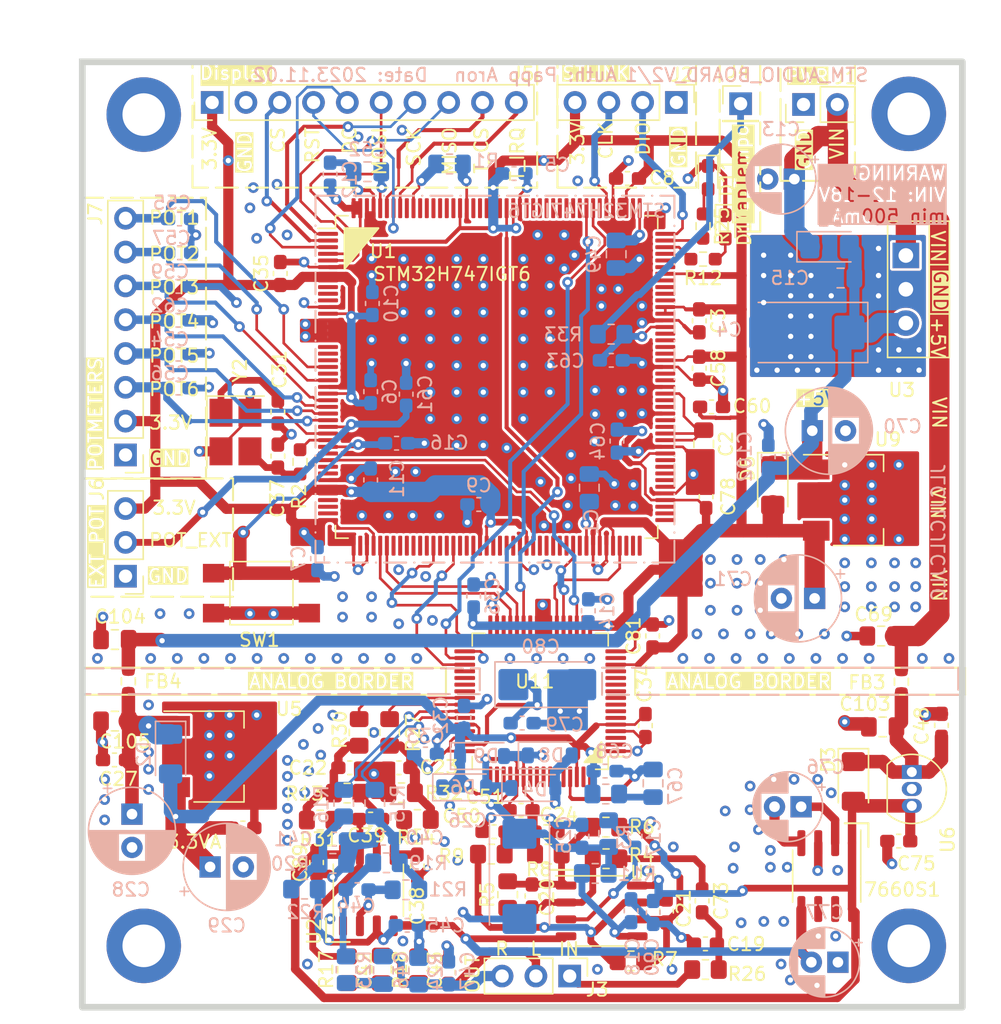
<source format=kicad_pcb>
(kicad_pcb (version 20221018) (generator pcbnew)
  (layers (0 "F.Cu" signal) (1 "In1.Cu" signal) (2 "In2.Cu" signal) (31 "B.Cu" signal) (34 "B.Paste" user) (35 "F.Paste" user) (36 "B.SilkS" user "B.Silkscreen") (37 "F.SilkS" user "F.Silkscreen") (38 "B.Mask" user) (39 "F.Mask" user) (44 "Edge.Cuts" user))
  (property "SHEETTOTAL" "4")
  (net 0 "")
  (net 1 "GND")
  (net 2 "Net-(U1-BOOT0)")
  (net 3 "DISPLAY_CS")
  (net 4 "DISPLAY_RST")
  (net 5 "DISPLAY_DC")
  (net 6 "DISPLAY_MOSI")
  (net 7 "DISPLAY_SCK")
  (net 8 "5V")
  (net 9 "Net-(D2-K)")
  (net 10 "DISPLAY_MISO")
  (net 13 "Net-(7660S1-CAP+)")
  (net 14 "Net-(7660S1-CAP-)")
  (net 15 "TOUCH_CS")
  (net 16 "TOUCH_IRQ")
  (net 17 "Net-(U4A--)")
  (net 18 "Net-(U4B--)")
  (net 19 "+3.3V")
  (net 20 "Net-(U4A-+)")
  (net 21 "AD1939_I2S2_SDO")
  (net 23 "AD1939_I2S1_WS")
  (net 24 "AD1939_I2S1_CK")
  (net 25 "AD1939_I2S1_SDI")
  (net 26 "AD1939_SPI3_MOSI")
  (net 27 "AD1939_I2S2_CK")
  (net 28 "AD1939_I2S2_WS")
  (net 29 "AD1939_SPI3_CLK")
  (net 30 "AD1939_SPI3_MISO")
  (net 31 "AD1939_SPI_CS")
  (net 32 "Net-(U4B-+)")
  (net 33 "Net-(C19-Pad2)")
  (net 34 "Net-(C22-Pad2)")
  (net 35 "ADC1N")
  (net 36 "AD1939_CM")
  (net 37 "+3.3VA")
  (net 38 "/MCU/VDD_DSI")
  (net 39 "Net-(C41-Pad1)")
  (net 40 "GUITAR_OUT_L{slash}MONO")
  (net 41 "Net-(C44-Pad2)")
  (net 42 "GUITAR_OUT_R")
  (net 43 "Net-(D3-K)")
  (net 44 "Net-(C40-Pad2)")
  (net 45 "ADC1P")
  (net 46 "Net-(C42-Pad1)")
  (net 47 "EXT_INT_BUTTON")
  (net 48 "AD1939_MCLKI")
  (net 49 "AD1939_MCLKO")
  (net 50 "Net-(C46-Pad1)")
  (net 51 "Net-(C67-Pad1)")
  (net 52 "AD1939_LF")
  (net 53 "+9V")
  (net 54 "Net-(C73-Pad1)")
  (net 55 "-9V")
  (net 56 "AD1939_FILTR")
  (net 57 "OSC0")
  (net 58 "SWDIO")
  (net 59 "SWCLK")
  (net 60 "GUITAR_IN")
  (net 61 "TAP_TEMPO_INPUT")
  (net 62 "PWR_INPUT_12V-18V")
  (net 63 "/MCU/NRST")
  (net 64 "Net-(C20-Pad2)")
  (net 65 "Net-(C21-Pad2)")
  (net 66 "Net-(C23-Pad1)")
  (net 67 "POT5")
  (net 68 "POT1")
  (net 69 "POT6")
  (net 70 "POT2")
  (net 71 "POT3")
  (net 72 "POT_EXT")
  (net 73 "POT4")
  (net 74 "OSC1")
  (net 96 "Net-(U2B--)")
  (net 97 "Net-(U2B-+)")
  (net 98 "Net-(U2A-+)")
  (net 99 "Net-(U2A--)")
  (net 100 "Net-(C1-Pad1)")
  (net 101 "Net-(C39-Pad2)")
  (net 192 "Net-(C52-Pad1)")
  (net 193 "Net-(C37-Pad2)")
  (net 194 "Net-(D10-A)")
  (net 195 "Net-(D11-A)")
  (net 196 "LED1")
  (net 197 "LED2")
  (net 198 "DAC2P")
  (net 199 "DAC2N")
  (net 200 "DAC1N")
  (net 201 "DAC1P")
  (net 202 "Net-(C49-Pad1)")
  (footprint "Crystal:Crystal_SMD_SeikoEpson_TSX3225-4Pin_3.2x2.5mm_HandSoldering" (layer "F.Cu") (at 194.4925 73.734 -90)
    (fp_text reference "Y2")
    (fp_text value "X1E0000210132")
  )
  (footprint "Capacitor_SMD:C_0603_1608Metric_Pad1.08x0.95mm_HandSolder" (layer "F.Cu") (at 204.648154 102.813 180)
    (fp_text reference "C39")
    (fp_text value "68p")
  )
  (footprint "Capacitor_SMD:C_0603_1608Metric_Pad1.08x0.95mm_HandSolder" (layer "F.Cu") (at 223.957 54.687 180)
    (fp_text reference "C8")
    (fp_text value "100nF")
  )
  (footprint "Resistor_SMD:R_0805_2012Metric_Pad1.20x1.40mm_HandSolder" (layer "F.Cu") (at 208.169 102.843)
    (fp_text reference "R14")
    (fp_text value "1.5k")
  )
  (footprint "Resistor_SMD:R_0603_1608Metric_Pad0.98x0.95mm_HandSolder" (layer "F.Cu") (at 229.635 58.265 -90)
    (fp_text reference "R25")
    (fp_text value "1k")
  )
  (footprint "Capacitor_SMD:C_0603_1608Metric_Pad1.08x0.95mm_HandSolder" (layer "F.Cu") (at 208.159568 106.339 90)
    (fp_text reference "C38")
    (fp_text value "68p")
  )
  (footprint "MountingHole:MountingHole_3.2mm_M3_DIN965_Pad" (layer "F.Cu") (at 245.099 112.333)
    (fp_text reference "H2" hide)
    (fp_text value "MountingHole_Pad")
  )
  (footprint "Capacitor_SMD:C_0603_1608Metric_Pad1.08x0.95mm_HandSolder" (layer "F.Cu") (at 197.859 61.825 90)
    (fp_text reference "C35")
    (fp_text value "100nF")
  )
  (footprint "Capacitor_SMD:C_0603_1608Metric_Pad1.08x0.95mm_HandSolder" (layer "F.Cu") (at 210.495 114.325 -90)
    (fp_text reference "C43")
    (fp_text value "2.2nF")
  )
  (footprint "Package_TO_SOT_THT:TO-220-3_Vertical" (layer "F.Cu") (at 244.877 60.471 -90)
    (fp_text reference "U3")
    (fp_text value "MP-K7805-500R3")
  )
  (footprint "Capacitor_SMD:C_0603_1608Metric_Pad1.08x0.95mm_HandSolder" (layer "F.Cu") (at 216.779 108.585 90)
    (fp_text reference "C20")
    (fp_text value "10p")
  )
  (footprint "Resistor_SMD:R_0603_1608Metric_Pad0.98x0.95mm_HandSolder" (layer "F.Cu") (at 199.345 75.975 -90)
    (fp_text reference "R2")
    (fp_text value "100R NC")
  )
  (footprint "Capacitor_SMD:C_0805_2012Metric_Pad1.18x1.45mm_HandSolder" (layer "F.Cu") (at 243.021 89.057 180)
    (fp_text reference "C69")
    (fp_text value "2u2F")
  )
  (footprint "Capacitor_SMD:C_0603_1608Metric_Pad1.08x0.95mm_HandSolder" (layer "F.Cu") (at 206.779 98.955 180)
    (fp_text reference "C23")
    (fp_text value "560p")
  )
  (footprint "Resistor_SMD:R_0805_2012Metric_Pad1.20x1.40mm_HandSolder" (layer "F.Cu") (at 222.347 105.787)
    (fp_text reference "R4")
    (fp_text value "500k")
  )
  (footprint "Package_TO_SOT_THT:TO-92_Inline" (layer "F.Cu") (at 245.325 99.275 -90)
    (fp_text reference "U6")
    (fp_text value "L7809")
  )
  (footprint "Capacitor_SMD:C_0603_1608Metric_Pad1.08x0.95mm_HandSolder" (layer "F.Cu") (at 225.843 89.051 90)
    (fp_text reference "C81")
    (fp_text value "100nF")
  )
  (footprint "Package_SO:SSOP-8_3.9x5.05mm_P1.27mm" (layer "F.Cu") (at 204.481 108.153 90)
    (fp_text reference "U2")
    (fp_text value "OP275")
  )
  (footprint "Capacitor_SMD:C_0603_1608Metric_Pad1.08x0.95mm_HandSolder" (layer "F.Cu") (at 229.355 68.937 -90)
    (fp_text reference "C58")
    (fp_text value "100nF")
  )
  (footprint "Package_SO:SSOP-8_3.9x5.05mm_P1.27mm" (layer "F.Cu") (at 222.013 109.709)
    (fp_text reference "U4")
    (fp_text value "OP275")
  )
  (footprint "Diode_SMD:D_1206_3216Metric_Pad1.42x1.75mm_HandSolder" (layer "F.Cu") (at 234.875 77.744 -90)
    (fp_text reference "D5")
    (fp_text value "1N4148")
  )
  (footprint "Capacitor_SMD:C_0603_1608Metric_Pad1.08x0.95mm_HandSolder" (layer "F.Cu") (at 185.397 98.365 180)
    (fp_text reference "C27")
    (fp_text value "100nF ")
  )
  (footprint "LED_SMD:LED_0603_1608Metric_Pad1.05x0.95mm_HandSolder" (layer "F.Cu") (at 231.305 58.32 -90)
    (fp_text reference "D10")
    (fp_text value "LED")
  )
  (footprint "Capacitor_SMD:C_0603_1608Metric_Pad1.08x0.95mm_HandSolder" (layer "F.Cu") (at 195.049 103.475)
    (fp_text reference "C30")
    (fp_text value "100nF")
  )
  (footprint "Capacitor_SMD:C_0603_1608Metric_Pad1.08x0.95mm_HandSolder" (layer "F.Cu") (at 203.086154 98.955 180)
    (fp_text reference "C22")
    (fp_text value "270p")
  )
  (footprint "Connector_PinHeader_2.54mm:PinHeader_1x01_P2.54mm_Vertical" (layer "F.Cu") (at 232.457 49.069)
    (fp_text reference "J4")
    (fp_text value "Conn_01x01_taptempo")
  )
  (footprint "Capacitor_SMD:C_0603_1608Metric_Pad1.08x0.95mm_HandSolder" (layer "F.Cu") (at 247.555 95.767476 90)
    (fp_text reference "C48")
    (fp_text value "100nF ")
  )
  (footprint "Package_QFP:LQFP-176_24x24mm_P0.5mm" (layer "F.Cu") (at 214.122 69.596)
    (fp_text reference "U1")
    (fp_text value "STM32H747IGTx")
  )
  (footprint "Connector_PinHeader_2.54mm:PinHeader_1x10_P2.54mm_Vertical" (layer "F.Cu") (at 192.739 48.975 90)
    (fp_text reference "J5")
    (fp_text value "Conn_01x10_display")
  )
  (footprint "Capacitor_SMD:C_0603_1608Metric_Pad1.08x0.95mm_HandSolder" (layer "F.Cu") (at 197.677 72.231 90)
    (fp_text reference "C31")
    (fp_text value "9pF")
  )
  (footprint "Diode_SMD:D_1206_3216Metric_Pad1.42x1.75mm_HandSolder" (layer "F.Cu") (at 240.937 99.981 -90)
    (fp_text reference "D3")
    (fp_text value "1N4148")
  )
  (footprint "Capacitor_SMD:C_0603_1608Metric_Pad1.08x0.95mm_HandSolder" (layer "F.Cu") (at 197.677 75.540334 -90)
    (fp_text reference "C37")
    (fp_text value "9pF")
  )
  (footprint "Button_Switch_SMD:SW_SPST_TL3305A" (layer "F.Cu") (at 196.445 85.837)
    (fp_text reference "SW1")
    (fp_text value "SW_SPST")
  )
  (footprint "Capacitor_SMD:C_0603_1608Metric_Pad1.08x0.95mm_HandSolder" (layer "F.Cu") (at 229.863 78.589 90)
    (fp_text reference "C78")
    (fp_text value "100nF")
  )
  (footprint "Capacitor_SMD:C_0603_1608Metric_Pad1.08x0.95mm_HandSolder" (layer "F.Cu") (at 225.303 95.783 -90)
    (fp_text reference "C34")
    (fp_text value "100nF")
  )
  (footprint "Capacitor_SMD:C_0603_1608Metric_Pad1.08x0.95mm_HandSolder" (layer "F.Cu") (at 200.587 106.071 -90)
    (fp_text reference "C89")
    (fp_text value "100nF")
  )
  (footprint "LED_SMD:LED_0603_1608Metric_Pad1.05x0.95mm_HandSolder" (layer "F.Cu") (at 230.015 54.62 -90)
    (fp_text reference "D11")
    (fp_text value "LED")
  )
  (footprint "Resistor_SMD:R_0805_2012Metric_Pad1.20x1.40mm_HandSolder" (layer "F.Cu") (at 202.911284 114.125 90)
    (fp_text reference "R17")
    (fp_text value "604")
  )
  (footprint "MountingHole:MountingHole_3.2mm_M3_DIN965_Pad" (layer "F.Cu") (at 187.599 49.887)
    (fp_text reference "H4" hide)
    (fp_text value "MountingHole_Pad")
  )
  (footprint "Resistor_SMD:R_0805_2012Metric_Pad1.20x1.40mm_HandSolder" (layer "F.Cu") (at 218.007 105.441)
    (fp_text reference "R8")
    (fp_text value "240R")
  )
  (footprint "Resistor_SMD:R_0805_2012Metric_Pad1.20x1.40mm_HandSolder" (layer "F.Cu") (at 206.079 96.299 -90)
    (fp_text reference "R27")
    (fp_text value "5.6k")
  )
  (footprint "Resistor_SMD:R_0805_2012Metric_Pad1.20x1.40mm_HandSolder" (layer "F.Cu") (at 206.979 100.831)
    (fp_text reference "R32")
    (fp_text value "5.6k")
  )
  (footprint "Resistor_SMD:R_0805_2012Metric_Pad1.20x1.40mm_HandSolder" (layer "F.Cu") (at 214.949 108.485 -90)
    (fp_text reference "R5")
    (fp_text value "1M")
  )
  (footprint "Capacitor_SMD:C_0603_1608Metric_Pad1.08x0.95mm_HandSolder" (layer "F.Cu") (at 230.275 71.845)
    (fp_text reference "C60")
    (fp_text value "100nF")
  )
  (footprint "Resistor_SMD:R_0805_2012Metric_Pad1.20x1.40mm_HandSolder" (layer "F.Cu") (at 208.254142 114.125 90)
    (fp_text reference "R18")
    (fp_text value "10k")
  )
  (footprint "Capacitor_SMD:C_0603_1608Metric_Pad1.08x0.95mm_HandSolder" (layer "F.Cu") (at 229.815 112.181)
    (fp_text reference "C19")
    (fp_text value "10p")
  )
  (footprint "Resistor_SMD:R_0603_1608Metric_Pad0.98x0.95mm_HandSolder" (layer "F.Cu") (at 186.442 92.463 -90)
    (fp_text reference "FB4")
    (fp_text value "TDK MMZ1608R601ATD25 DB")
  )
  (footprint "Capacitor_SMD:C_0603_1608Metric_Pad1.08x0.95mm_HandSolder" (layer "F.Cu") (at 229.567 108.953 -90)
    (fp_text reference "C73")
    (fp_text value "68n")
  )
  (footprint "MountingHole:MountingHole_3.2mm_M3_DIN965_Pad" (layer "F.Cu") (at 245.099 49.833)
    (fp_text reference "H3" hide)
    (fp_text value "MountingHole_Pad")
  )
  (footprint "Resistor_SMD:R_0805_2012Metric_Pad1.20x1.40mm_HandSolder" (layer "F.Cu") (at 224.215 113.463)
    (fp_text reference "R7")
    (fp_text value "5.76k")
  )
  (footprint "Resistor_SMD:R_0805_2012Metric_Pad1.20x1.40mm_HandSolder" (layer "F.Cu") (at 200.860432 102.886154)
    (fp_text reference "R31")
    (fp_text value "11k")
  )
  (footprint "Capacitor_SMD:C_0603_1608Metric_Pad1.08x0.95mm_HandSolder" (layer "F.Cu") (at 217.835 103.759 180)
    (fp_text reference "C24")
    (fp_text value "1nF")
  )
  (footprint "Capacitor_SMD:C_0603_1608Metric_Pad1.08x0.95mm_HandSolder" (layer "F.Cu") (at 229.355 65.381 -90)
    (fp_text reference "C3")
    (fp_text value "100nF")
  )
  (footprint "Capacitor_SMD:C_0603_1608Metric_Pad1.08x0.95mm_HandSolder" (layer "F.Cu") (at 226.891 109.715 90)
    (fp_text reference "C21")
    (fp_text value "120p")
  )
  (footprint "MountingHole:MountingHole_3.2mm_M3_DIN965_Pad" (layer "F.Cu") (at 187.599 112.333)
    (fp_text reference "H1" hide)
    (fp_text value "MountingHole_Pad")
  )
  (footprint "Capacitor_SMD:C_0805_2012Metric_Pad1.18x1.45mm_HandSolder" (layer "F.Cu") (at 185.426 89.325 180)
    (fp_text reference "C104")
    (fp_text value "2u2F")
  )
  (footprint "Connector_PinHeader_2.54mm:PinHeader_1x03_P2.54mm_Vertical" (layer "F.Cu") (at 186.229 84.563 180)
    (fp_text reference "J6")
    (fp_text value "Conn_01x03_pot_ext")
  )
  (footprint "Package_SO:SOIC-8_3.9x4.9mm_P1.27mm" (layer "F.Cu") (at 238.929 107.091 -90)
    (fp_text reference "7660S1")
    (fp_text value "~")
  )
  (footprint "Connector_PinHeader_2.54mm:PinHeader_1x08_P2.54mm_Vertical" (layer "F.Cu") (at 186.229 75.455 180)
    (fp_text reference "J7")
    (fp_text value "Conn_01x8_pots_internal")
  )
  (footprint "Package_QFP:LQFP-64_10x10mm_P0.5mm" (layer "F.Cu") (at 217.398 93.96 180)
    (fp_text reference "U11")
    (fp_text value "~")
  )
  (footprint "Capacitor_SMD:C_0805_2012Metric_Pad1.18x1.45mm_HandSolder" (layer "F.Cu") (at 205.472426 114.095 90)
    (fp_text reference "C42")
    (fp_text value "2u2")
  )
  (footprint "Resistor_SMD:R_0805_2012Metric_Pad1.20x1.40mm_HandSolder" (layer "F.Cu") (at 203.786154 96.299 -90)
    (fp_text reference "R30")
    (fp_text value "11k")
  )
  (footprint "Capacitor_SMD:C_0805_2012Metric_Pad1.18x1.45mm_HandSolder" (layer "F.Cu") (at 185.426 95.451 180)
    (fp_text reference "C105")
    (fp_text value "2u2F")
  )
  (footprint "Resistor_SMD:R_0603_1608Metric_Pad0.98x0.95mm_HandSolder" (layer "F.Cu") (at 229.635 60.745 180)
    (fp_text reference "R12")
    (fp_text value "1k NC")
  )
  (footprint "Capacitor_SMD:C_0603_1608Metric_Pad1.08x0.95mm_HandSolder" (layer "F.Cu") (at 215.955 102.151)
    (fp_text reference "C51")
    (fp_text value "100pF")
  )
  (footprint "Resistor_SMD:R_0805_2012Metric_Pad1.20x1.40mm_HandSolder" (layer "F.Cu") (at 213.723 105.441 180)
    (fp_text reference "R9")
    (fp_text value "240R")
  )
  (footprint "Capacitor_SMD:C_0603_1608Metric_Pad1.08x0.95mm_HandSolder" (layer "F.Cu") (at 213.923 103.759 180)
    (fp_text reference "C50")
    (fp_text value "1nF")
  )
  (footprint "Capacitor_SMD:C_0603_1608Metric_Pad1.08x0.95mm_HandSolder" (layer "F.Cu") (at 244.345 104.463 180)
    (fp_text reference "C75")
    (fp_text value "100nF")
  )
  (footprint "Capacitor_SMD:C_0805_2012Metric_Pad1.18x1.45mm_HandSolder" (layer "F.Cu") (at 243.135 95.885 180)
    (fp_text reference "C103")
    (fp_text value "2u2F")
  )
  (footprint "Resistor_SMD:R_0805_2012Metric_Pad1.20x1.40mm_HandSolder" (layer "F.Cu") (at 222.339 103.415 180)
    (fp_text reference "R6")
    (fp_text value "5.76k")
  )
  (footprint "Resistor_SMD:R_0603_1608Metric_Pad0.98x0.95mm_HandSolder" (layer "F.Cu") (at 244.545 92.493 -90)
    (fp_text reference "FB3")
    (fp_text value "TDK MMZ1608R601ATD25 DB")
  )
  (footprint "Package_TO_SOT_SMD:SOT-223-3_TabPin2" (layer "F.Cu") (at 241.294 78.846)
    (fp_text reference "U9")
    (fp_text value "MIC2920A-3.3WS-TR")
  )
  (footprint "Package_TO_SOT_SMD:SOT-223-3_TabPin2" (layer "F.Cu") (at 193.225 98.113)
    (fp_text reference "U5")
    (fp_text value "MIC2920A-3.3WS-TR")
  )
  (footprint "Resistor_SMD:R_0805_2012Metric_Pad1.20x1.40mm_HandSolder" (layer "F.Cu") (at 202.886154 100.857864)
    (fp_text reference "R13")
    (fp_text value "3k")
  )
  (footprint "Connector_PinHeader_2.54mm:PinHeader_1x02_P2.54mm_Vertical" (layer "F.Cu") (at 237.187 49.127 90)
    (fp_text reference "J1")
    (fp_text value "Power conn")
  )
  (footprint "Capacitor_SMD:C_0805_2012Metric_Pad1.18x1.45mm_HandSolder" (layer "F.Cu") (at 229.684 74.63 -90)
    (fp_text reference "C2")
    (fp_text value "2.2uF")
  )
  (footprint "Connector_PinHeader_2.54mm:PinHeader_1x04_P2.54mm_Vertical" (layer "F.Cu") (at 227.633 48.975 -90)
    (fp_text reference "J2")
    (fp_text value "STlink")
  )
  (footprint "Connector_PinHeader_2.54mm:PinHeader_1x03_P2.54mm_Vertical" (layer "F.Cu") (at 219.613 114.601 -90)
    (fp_text reference "J3")
    (fp_text value "Audio_sig")
  )
  (footprint "Resistor_SMD:R_0805_2012Metric_Pad1.20x1.40mm_HandSolder" (layer "F.Cu") (at 229.815 114.113)
    (fp_text reference "R26")
    (fp_text value "100")
  )
  (footprint "Capacitor_SMD:C_0603_1608Metric_Pad1.08x0.95mm_HandSolder" (layer "B.Cu") (at 220.543 104.101024 -90)
    (fp_text reference "C25")
    (fp_text value "100nF")
  )
  (footprint "Capacitor_SMD:C_0603_1608Metric_Pad1.08x0.95mm_HandSolder" (layer "B.Cu") (at 190.177 67.885)
    (fp_text reference "C54")
    (fp_text value "100nF")
  )
  (footprint "Capacitor_SMD:C_0603_1608Metric_Pad1.08x0.95mm_HandSolder" (layer "B.Cu") (at 200.657 83.241 -90)
    (fp_text reference "C7")
    (fp_text value "100nF")
  )
  (footprint "Capacitor_SMD:C_0805_2012Metric_Pad1.18x1.45mm_HandSolder" (layer "B.Cu") (at 239.973 62.163 180)
    (fp_text reference "C15")
    (fp_text value "2u2F")
  )
  (footprint "Capacitor_THT:CP_Radial_D5.0mm_P2.00mm" (layer "B.Cu") (at 236.498241 54.733 180)
    (fp_text reference "C13")
    (fp_text value "22uF 50V poly")
  )
  (footprint "Capacitor_SMD:C_0603_1608Metric_Pad1.08x0.95mm_HandSolder" (layer "B.Cu") (at 224.223 109.694428 90)
    (fp_text reference "C18")
    (fp_text value "68n")
  )
  (footprint "Resistor_SMD:R_0805_2012Metric_Pad1.20x1.40mm_HandSolder" (layer "B.Cu") (at 199.674999 108.069 180)
    (fp_text reference "R22")
    (fp_text value "1.5k")
  )
  (footprint "Capacitor_SMD:C_0603_1608Metric_Pad1.08x0.95mm_HandSolder" (layer "B.Cu") (at 222.741 68.346334 180)
    (fp_text reference "C63")
    (fp_text value "100nF")
  )
  (footprint "Diode_SMD:D_1206_3216Metric_Pad1.42x1.75mm_HandSolder" (layer "B.Cu") (at 239.151 59.817)
    (fp_text reference "D1")
    (fp_text value "1N4148")
  )
  (footprint "Resistor_SMD:R_0805_2012Metric_Pad1.20x1.40mm_HandSolder" (layer "B.Cu") (at 204.963664 101.611 -90)
    (fp_text reference "R15")
    (fp_text value "11k")
  )
  (footprint "Resistor_SMD:R_0805_2012Metric_Pad1.20x1.40mm_HandSolder" (layer "B.Cu") (at 201.809665 106.137 180)
    (fp_text reference "R20")
    (fp_text value "5.6k")
  )
  (footprint "Capacitor_THT:CP_Radial_D6.3mm_P2.50mm" (layer "B.Cu") (at 192.583 106.401759)
    (fp_text reference "C29")
    (fp_text value "47uF")
  )
  (footprint "Capacitor_SMD:C_0603_1608Metric_Pad1.08x0.95mm_HandSolder" (layer "B.Cu") (at 201.929 104.315004)
    (fp_text reference "C41")
    (fp_text value "560p")
  )
  (footprint "Capacitor_SMD:C_0603_1608Metric_Pad1.08x0.95mm_HandSolder" (layer "B.Cu") (at 212.781 79.177 180)
    (fp_text reference "C9")
    (fp_text value "100nF")
  )
  (footprint "Capacitor_THT:CP_Radial_D6.3mm_P2.50mm" (layer "B.Cu") (at 186.714241 102.437 -90)
    (fp_text reference "C28")
    (fp_text value "100uF")
  )
  (footprint "Capacitor_SMD:C_0603_1608Metric_Pad1.08x0.95mm_HandSolder" (layer "B.Cu") (at 190.177 70.431)
    (fp_text reference "C56")
    (fp_text value "100nF")
  )
  (footprint "Capacitor_SMD:C_0603_1608Metric_Pad1.08x0.95mm_HandSolder" (layer "B.Cu") (at 234.54 75.585 90)
    (fp_text reference "C102")
    (fp_text value "100nF")
  )
  (footprint "Capacitor_Tantalum_SMD:CP_EIA-7343-31_Kemet-D_Pad2.25x2.55mm_HandSolder" (layer "B.Cu") (at 215.838976 107.113 -90)
    (fp_text reference "C26")
    (fp_text value "47uF tantal")
  )
  (footprint "Capacitor_THT:CP_Radial_D6.3mm_P2.50mm" (layer "B.Cu") (at 237.843 73.635759)
    (fp_text reference "C70")
    (fp_text value "100uF")
  )
  (footprint "Resistor_SMD:R_0805_2012Metric_Pad1.20x1.40mm_HandSolder" (layer "B.Cu") (at 222.541 103.901024 -90)
    (fp_text reference "R3")
    (fp_text value "100R")
  )
  (footprint "Capacitor_SMD:C_0603_1608Metric_Pad1.08x0.95mm_HandSolder" (layer "B.Cu") (at 216.0375 95.6 180)
    (fp_text reference "C79")
    (fp_text value "100nF")
  )
  (footprint "Resistor_SMD:R_0805_2012Metric_Pad1.20x1.40mm_HandSolder" (layer "B.Cu") (at 205.838339 106.091 180)
    (fp_text reference "R19")
    (fp_text value "11k")
  )
  (footprint "Diode_SMD:D_1206_3216Metric_Pad1.42x1.75mm_HandSolder" (layer "B.Cu") (at 189.617 97.927 -90)
    (fp_text reference "D2")
    (fp_text value "1N4148")
  )
  (footprint "Capacitor_SMD:C_0805_2012Metric_Pad1.18x1.45mm_HandSolder" (layer "B.Cu") (at 223.1074 60.3758 -90)
    (fp_text reference "C49")
    (fp_text value "2.2uF")
  )
  (footprint "Capacitor_SMD:C_0603_1608Metric_Pad1.08x0.95mm_HandSolder" (layer "B.Cu") (at 204.781 64.079 90)
    (fp_text reference "C10")
    (fp_text value "100nF")
  )
  (footprint "Capacitor_SMD:C_0603_1608Metric_Pad1.08x0.95mm_HandSolder" (layer "B.Cu") (at 207.321 70.891 90)
    (fp_text reference "C61")
    (fp_text value "100nF")
  )
  (footprint "Capacitor_Tantalum_SMD:CP_EIA-6032-28_Kemet-C_Pad2.25x2.35mm_HandSolder" (layer "B.Cu") (at 217.932 92.71)
    (fp_text reference "C80")
    (fp_text value "10uF tantal")
  )
  (footprint "Resistor_SMD:R_0805_2012Metric_Pad1.20x1.40mm_HandSolder" (layer "B.Cu") (at 210.582 53.594)
    (fp_text reference "R1")
    (fp_text value "10k")
  )
  (footprint "Capacitor_SMD:C_0603_1608Metric_Pad1.08x0.95mm_HandSolder" (layer "B.Cu") (at 224.525 104.101024 90)
    (fp_text reference "C17")
    (fp_text value "68n")
  )
  (footprint "Capacitor_SMD:C_0603_1608Metric_Pad1.08x0.95mm_HandSolder" (layer "B.Cu") (at 190.177 65.339)
    (fp_text reference "C62")
    (fp_text value "100nF")
  )
  (footprint "Capacitor_SMD:C_0603_1608Metric_Pad1.08x0.95mm_HandSolder" (layer "B.Cu") (at 205.623663 104.251)
    (fp_text reference "C40")
    (fp_text value "270p")
  )
  (footprint "Capacitor_SMD:C_0603_1608Metric_Pad1.08x0.95mm_HandSolder" (layer "B.Cu") (at 190.295 60.267)
    (fp_text reference "C57")
    (fp_text value "100nF")
  )
  (footprint "Capacitor_SMD:C_0603_1608Metric_Pad1.08x0.95mm_HandSolder" (layer "B.Cu") (at 208.769 97.919 180)
    (fp_text reference "C33")
    (fp_text value "100nF")
  )
  (footprint "Resistor_SMD:R_0805_2012Metric_Pad1.20x1.40mm_HandSolder" (layer "B.Cu") (at 221.533572 106.891)
    (fp_text reference "R11")
    (fp_text value "100R")
  )
  (footprint "Resistor_SMD:R_0805_2012Metric_Pad1.20x1.40mm_HandSolder" (layer "B.Cu") (at 202.629 101.611 -90)
    (fp_text reference "R16")
    (fp_text value "5.6k")
  )
  (footprint "Capacitor_SMD:C_0603_1608Metric_Pad1.08x0.95mm_HandSolder" (layer "B.Cu") (at 212.3934 86.0482 90)
    (fp_text reference "C36")
    (fp_text value "100nF")
  )
  (footprint "Capacitor_SMD:C_0603_1608Metric_Pad1.08x0.95mm_HandSolder" (layer "B.Cu") (at 210.531999 114.364 -90)
    (fp_text reference "C47")
    (fp_text value "2.2nF")
  )
  (footprint "Diode_SMD:D_SOD-123" (layer "B.Cu") (at 211.68 100.425)
    (fp_text reference "D6")
    (fp_text value "BAT42W-V")
  )
  (footprint "Capacitor_SMD:C_0603_1608Metric_Pad1.08x0.95mm_HandSolder" (layer "B.Cu") (at 201.605 54.361 90)
    (fp_text reference "C12")
    (fp_text value "100nF")
  )
  (footprint "Capacitor_SMD:C_0603_1608Metric_Pad1.08x0.95mm_HandSolder" (layer "B.Cu") (at 190.289 57.727)
    (fp_text reference "C55")
    (fp_text value "100nF")
  )
  (footprint "Resistor_SMD:R_0805_2012Metric_Pad1.20x1.40mm_HandSolder" (layer "B.Cu") (at 222.727 66.384334 180)
    (fp_text reference "R33")
    (fp_text value "500k")
  )
  (footprint "Diode_SMD:D_SOD-123" (layer "B.Cu") (at 216.88 100.475)
    (fp_text reference "D4")
    (fp_text value "BAT42W-V")
  )
  (footprint "Resistor_SMD:R_0805_2012Metric_Pad1.20x1.40mm_HandSolder" (layer "B.Cu") (at 202.808996 114.127 90)
    (fp_text reference "R23")
    (fp_text value "604")
  )
  (footprint "Capacitor_SMD:C_0603_1608Metric_Pad1.08x0.95mm_HandSolder" (layer "B.Cu") (at 204.653 77.333 90)
    (fp_text reference "C11")
    (fp_text value "100nF")
  )
  (footprint "Capacitor_SMD:C_0805_2012Metric_Pad1.18x1.45mm_HandSolder" (layer "B.Cu") (at 221.0864 77.9228 90)
    (fp_text reference "C1")
    (fp_text value "2.2uF")
  )
  (footprint "Diode_SMD:D_SOD-123" (layer "B.Cu") (at 213.02 98.075)
    (fp_text reference "D9")
    (fp_text value "BAT42W-V")
  )
  (footprint "Capacitor_SMD:C_0603_1608Metric_Pad1.08x0.95mm_HandSolder" (layer "B.Cu") (at 221.013 87.161 90)
    (fp_text reference "C14")
    (fp_text value "100nF")
  )
  (footprint "Resistor_SMD:R_0805_2012Metric_Pad1.20x1.40mm_HandSolder" (layer "B.Cu") (at 222.325 100.927 180)
    (fp_text reference "R10" hide)
    (fp_text value "3.32k")
  )
  (footprint "Capacitor_THT:CP_Radial_D5.0mm_P2.00mm" (layer "B.Cu") (at 237.006241 101.881 180)
    (fp_text reference "C76")
    (fp_text value "10uF")
  )
  (footprint "Capacitor_THT:CP_Radial_D5.0mm_P2.00mm" (layer "B.Cu") (at 239.773 113.562241 180)
    (fp_text reference "C77")
    (fp_text value "10uF")
  )
  (footprint "Capacitor_SMD:C_0805_2012Metric_Pad1.18x1.45mm_HandSolder" (layer "B.Cu") (at 225.878 100.122 90)
    (fp_text reference "C67")
    (fp_text value "39nF")
  )
  (footprint "Resistor_SMD:R_0805_2012Metric_Pad1.20x1.40mm_HandSolder" (layer "B.Cu") (at 208.262996 114.241 90)
    (fp_text reference "R24")
    (fp_text value "10k")
  )
  (footprint "Capacitor_SMD:C_0603_1608Metric_Pad1.08x0.95mm_HandSolder" (layer "B.Cu") (at 203.633 108.10833 180)
    (fp_text reference "C44")
    (fp_text value "68p")
  )
  (footprint "Capacitor_SMD:C_0603_1608Metric_Pad1.08x0.95mm_HandSolder" (layer "B.Cu") (at 190.177 62.793)
    (fp_text reference "C59")
    (fp_text value "100nF")
  )
  (footprint "Capacitor_SMD:C_0603_1608Metric_Pad1.08x0.95mm_HandSolder" (layer "B.Cu") (at 223.163 74.415 -90)
    (fp_text reference "C64")
    (fp_text value "100nF")
  )
  (footprint "Capacitor_SMD:C_0603_1608Metric_Pad1.08x0.95mm_HandSolder" (layer "B.Cu") (at 204.653 70.699 90)
    (fp_text reference "C6")
    (fp_text value "100nF")
  )
  (footprint "Capacitor_Tantalum_SMD:CP_EIA-7343-31_Kemet-D_Pad2.25x2.55mm_HandSolder" (layer "B.Cu") (at 237.433 66.257 180)
    (fp_text reference "C4")
    (fp_text value "22uF tantal")
  )
  (footprint "Capacitor_SMD:C_0805_2012Metric_Pad1.18x1.45mm_HandSolder" (layer "B.Cu") (at 204.4126 54.1782 180)
    (fp_text reference "C52")
    (fp_text value "2.2uF")
  )
  (footprint "Capacitor_SMD:C_0805_2012Metric_Pad1.18x1.45mm_HandSolder" (layer "B.Cu") (at 205.609004 114.173 90)
    (fp_text reference "C46")
    (fp_text value "2u2")
  )
  (footprint "Capacitor_SMD:C_0603_1608Metric_Pad1.08x0.95mm_HandSolder" (layer "B.Cu") (at 206.601 74.575)
    (fp_text reference "C16")
    (fp_text value "100nF ")
  )
  (footprint "Capacitor_SMD:C_0603_1608Metric_Pad1.08x0.95mm_HandSolder" (layer "B.Cu") (at 215.426976 54.315)
    (fp_text reference "C5")
    (fp_text value "100nF")
  )
  (footprint "Capacitor_SMD:C_0603_1608Metric_Pad1.08x0.95mm_HandSolder" (layer "B.Cu") (at 207.403004 110.788999 180)
    (fp_text reference "C45")
    (fp_text value "68p")
  )
  (footprint "Capacitor_THT:CP_Radial_D6.3mm_P2.50mm" (layer "B.Cu") (at 238.022241 86.229 180)
    (fp_text reference "C71")
    (fp_text value "47uf")
  )
  (footprint "Capacitor_SMD:C_0603_1608Metric_Pad1.08x0.95mm_HandSolder" (layer "B.Cu") (at 211.671 95.170994 90)
    (fp_text reference "C32")
    (fp_text value "100nF")
  )
  (footprint "Capacitor_SMD:C_0603_1608Metric_Pad1.08x0.95mm_HandSolder" (layer "B.Cu") (at 222.273 99.203)
    (fp_text reference "C68")
    (fp_text value "2.2nF")
  )
  (footprint "Diode_SMD:D_SOD-123" (layer "B.Cu") (at 218.12 98.025)
    (fp_text reference "D8")
    (fp_text value "BAT42W-V")
  )
  (footprint "Capacitor_SMD:C_0603_1608Metric_Pad1.08x0.95mm_HandSolder" (layer "B.Cu") (at 225.889 109.823 -90)
    (fp_text reference "C90")
    (fp_text value "100nF")
  )
  (footprint "Resistor_SMD:R_0805_2012Metric_Pad1.20x1.40mm_HandSolder" (layer "B.Cu") (at 207.307 108.122332)
    (fp_text reference "R21")
    (fp_text value "3k")
  )
  (gr_rect (start 200.5066 55.9816) (end 227.4824 83.539667) (stroke (width 0.15) (type dash_dot)) (fill none) (layer "B.SilkS"))
  (gr_rect (start 222.0468 91.44) (end 248.8184 93.472) (stroke (width 0.15) (type dash)) (fill none) (layer "B.SilkS"))
  (gr_rect (start 182.9308 91.4908) (end 212.852 93.4212) (stroke (width 0.15) (type dash)) (fill none) (layer "B.SilkS"))
  (gr_line (start 210.312 91.44) (end 210.312 93.472) (stroke (width 0.15)) (layer "F.SilkS"))
  (gr_line (start 218.1 106.624) (end 219.878 106.624) (stroke (width 0.15)) (layer "F.SilkS"))
  (gr_rect (start 182.88 77.216) (end 194.31 86.106) (stroke (width 0.15) (type dash)) (fill none) (layer "F.SilkS"))
  (gr_line (start 182.88 91.44) (end 210.312 91.44) (stroke (width 0.15)) (layer "F.SilkS"))
  (gr_line (start 203.08 112.042) (end 201.302 112.042) (stroke (width 0.15)) (layer "F.SilkS"))
  (gr_line (start 201.302 112.042) (end 201.302 110.264) (stroke (width 0.15)) (layer "F.SilkS"))
  (gr_line (start 218.1 108.402) (end 218.1 106.624) (stroke (width 0.15)) (layer "F.SilkS"))
  (gr_line (start 240.284 103.124) (end 242.062 103.124) (stroke (width 0.15)) (layer "F.SilkS"))
  (gr_rect (start 182.88 56.134) (end 192.278 77.2414) (stroke (width 0.15) (type dash)) (fill none) (layer "F.SilkS"))
  (gr_rect (start 218.694 45.974) (end 229.108 55.372) (stroke (width 0.15) (type dash)) (fill none) (layer "F.SilkS"))
  (gr_line (start 224.536 93.472) (end 249.3264 93.472) (stroke (width 0.15)) (layer "F.SilkS"))
  (gr_rect (start 235.458 45.974) (end 241.046 54.864) (stroke (width 0.15) (type dash)) (fill none) (layer "F.SilkS"))
  (gr_line (start 249.3264 91.44) (end 224.536 91.44) (stroke (width 0.15)) (layer "F.SilkS"))
  (gr_rect (start 230.886 45.974) (end 233.934 58.674) (stroke (width 0.15) (type dash)) (fill none) (layer "F.SilkS"))
  (gr_line (start 242.062 103.124) (end 242.062 104.902) (stroke (width 0.15)) (layer "F.SilkS"))
  (gr_rect (start 191.262 45.974) (end 217.17 55.372) (stroke (width 0.15) (type dash)) (fill none) (layer "F.SilkS"))
  (gr_line (start 224.536 91.44) (end 224.536 93.472) (stroke (width 0.15)) (layer "F.SilkS"))
  (gr_poly (pts (xy 220.73 98.537016) (xy 222.02082 98.537016) (xy 222 97.038)) (stroke (width 0.15)) (fill solid) (layer "F.SilkS"))
  (gr_poly (pts (xy 205.232 58.42) (xy 202.692 58.42) (xy 202.692 61.468)) (stroke (width 0.15)) (fill solid) (layer "F.SilkS"))
  (gr_line (start 210.312 93.472) (end 182.88 93.472) (stroke (width 0.15)) (layer "F.SilkS"))
  (gr_line (start 249.3264 93.472) (end 249.3264 91.44) (stroke (width 0.15)) (layer "F.SilkS"))
  (gr_line (start 182.88 93.472) (end 182.88 91.44) (stroke (width 0.15)) (layer "F.SilkS"))
  (gr_rect (start 182.9816 45.9232) (end 249.1232 116.9416) (stroke (width 0.5)) (fill none) (layer "Edge.Cuts"))
  (gr_text "JLCJLCJLCJLC" (at 247.912 76.0348 90) (layer "B.SilkS") (effects (font (size 1 1)) (justify left bottom mirror)))
  (gr_text "Date: 2023.11.02." (at 209.042 47.498) (layer "B.SilkS") (effects (font (size 1 1)) (justify left bottom mirror)))
  (gr_text "WARNING!\nVIN: 12-18V\nmin 500mA" (at 247.9548 58.1152) (layer "B.SilkS" knockout) (effects (font (size 1 1)) (justify left bottom mirror)))
  (gr_text "STM32H747IGT6" (at 226.9236 57.7088) (layer "B.SilkS") (effects (font (size 1 1)) (justify left bottom mirror)))
  (gr_text "STM_AUDIO_BOARD_V2/1" (at 242.146 47.498) (layer "B.SilkS") (effects (font (size 1 1)) (justify left bottom mirror)))
  (gr_text "Auth: Papp Aron" (at 223.266 47.498) (layer "B.SilkS") (effects (font (size 1 1)) (justify left bottom mirror)))
  (gr_text "+5V" (at 236.5 71.8) (layer "F.SilkS" knockout) (effects (font (size 1 1)) (justify left bottom)))
  (gr_text "ANALOG BORDER" (at 226.822 93.0656) (layer "F.SilkS" knockout) (effects (font (size 1 1)) (justify left bottom)))
  (gr_text "TapTempo" (at 233.1212 58.0644 90) (layer "F.SilkS" knockout) (effects (font (size 1 1)) (justify left bottom)))
  (gr_text "R" (at 213.9188 113.1316) (layer "F.SilkS") (effects (font (size 1 1)) (justify left bottom)))
  (gr_text "VIN" (at 246.8 84 270) (layer "F.SilkS") (effects (font (size 1 1)) (justify left bottom)))
  (gr_text "3.3V" (at 188.1632 80.01) (layer "F.SilkS") (effects (font (size 1 1)) (justify left bottom)))
  (gr_text "MOSI" (at 205.898 54.552647 90) (layer "F.SilkS") (effects (font (size 1 1)) (justify left bottom)))
  (gr_text "POT5" (at 187.9092 68.584056) (layer "F.SilkS") (effects (font (size 1 1)) (justify left bottom)))
  (gr_text "DC" (at 203.6572 52.9336 90) (layer "F.SilkS") (effects (font (size 1 1)) (justify left bottom)))
  (gr_text "+3.3VA" (at 188 105.1) (layer "F.SilkS") (effects (font (size 1 1)) (justify left bottom)))
  (gr_text "SCK" (at 208.4832 53.885981 90) (layer "F.SilkS") (effects (font (size 1 1)) (justify left bottom)))
  (gr_text "RST" (at 200.8632 53.647886 90) (layer "F.SilkS") (effects (font (size 1 1)) (justify left bottom)))
  (gr_text "L" (at 216.5604 113.1316) (layer "F.SilkS") (effects (font (size 1 1)) (justify left bottom)))
  (gr_text "POTMETERS" (at 184.5564 76.708 90) (layer "F.SilkS" knockout) (effects (font (size 1 1)) (justify left bottom)))
  (gr_text "3.3V" (at 187.9092 73.615284) (layer "F.SilkS") (effects (font (size 1 1)) (justify left bottom)))
  (gr_text "POT3" (at 187.9092 63.451228) (layer "F.SilkS") (effects (font (size 1 1)) (justify left bottom)))
  (gr_text "VIN" (at 240.284 53.34 90) (layer "F.SilkS") (effects (font (size 1 1)) (justify left bottom)))
  (gr_text "POT2" (at 187.9092 60.935614) (layer "F.SilkS") (effects (font (size 1 1)) (justify left bottom)))
  (gr_text "STM32H747IGT6" (at 204.743336 62.458091) (layer "F.SilkS") (effects (font (size 1 1)) (justify left bottom)))
  (gr_text "ANALOG BORDER" (at 195.4276 93.0656) (layer "F.SilkS" knockout) (effects (font (size 1 1)) (justify left bottom)))
  (gr_text "VIN" (at 246.8 71 270) (layer "F.SilkS") (effects (font (size 1 1)) (justify left bottom)))
  (gr_text "CS" (at 198.2724 52.885981 90) (layer "F.SilkS") (effects (font (size 1 1)) (justify left bottom)))
  (gr_text "DIO" (at 225.7044 53.052533 90) (layer "F.SilkS") (effects (font (size 1 1)) (justify left bottom)))
  (gr_text "POT_EXT" (at 187.9092 82.4484) (layer "F.SilkS") (effects (font (size 1 1)) (justify left bottom)))
  (gr_text "CLK" (at 222.9104 53.338248 90) (layer "F.SilkS") (effects (font (size 1 1)) (justify left bottom)))
  (gr_text "OUT" (at 212.9028 115.9764 90) (layer "F.SilkS") (effects (font (size 1 1)) (justify left bottom)))
  (gr_text "GND" (at 228.395 53.9442 90) (layer "F.SilkS" knockout) (effects (font (size 1 1)) (justify left bottom)))
  (gr_text "PWR" (at 235.8136 47.5996) (layer "F.SilkS" knockout) (effects (font (size 1 1)) (justify left bottom)))
  (gr_text "MISO" (at 211.1756 54.552647 90) (layer "F.SilkS") (effects (font (size 1 1)) (justify left bottom)))
  (gr_text "3.3V" (at 220.7768 53.766819 90) (layer "F.SilkS") (effects (font (size 1 1)) (justify left bottom)))
  (gr_text "T_IRQ" (at 216.2556 54.981219 90) (layer "F.SilkS") (effects (font (size 1 1)) (justify left bottom)))
  (gr_text "POT6" (at 187.9092 71.09967) (layer "F.SilkS") (effects (font (size 1 1)) (justify left bottom)))
  (gr_text "GND" (at 237.8456 54.1528 90) (layer "F.SilkS" knockout) (effects (font (size 1 1)) (justify left bottom)))
  (gr_text "Display" (at 191.7192 47.3456) (layer "F.SilkS" knockout) (effects (font (size 1 1)) (justify left bottom)))
  (gr_text "3.3V" (at 193.1416 54.171695 90) (layer "F.SilkS") (effects (font (size 1 1)) (justify left bottom)))
  (gr_text "GND" (at 246.9 61.5 -90) (layer "F.SilkS" knockout) (effects (font (size 1 1)) (justify left bottom)))
  (gr_text "IN" (at 218.6986 113.1694) (layer "F.SilkS") (effects (font (size 1 1)) (justify left bottom)))
  (gr_text "T_CS" (at 213.5632 54.409791 90) (layer "F.SilkS") (effects (font (size 1 1)) (justify left bottom)))
  (gr_text "VIN" (at 246.7 77.8 270) (layer "F.SilkS") (effects (font (size 1 1)) (justify left bottom)))
  (gr_text "POT1" (at 187.9092 58.2168) (layer "F.SilkS") (effects (font (size 1 1)) (justify left bottom)))
  (gr_text "EXT_POT" (at 184.658 85.598 90) (layer "F.SilkS" knockout) (effects (font (size 1 1)) (justify left bottom)))
  (gr_text "GND" (at 187.9092 76.3016) (layer "F.SilkS" knockout) (effects (font (size 1 1)) (justify left bottom)))
  (gr_text "GND" (at 187.8076 85.1408) (layer "F.SilkS" knockout) (effects (font (size 1 1)) (justify left bottom)))
  (gr_text "POT4" (at 187.9092 66.017642) (layer "F.SilkS") (effects (font (size 1 1)) (justify left bottom)))
  (gr_text "+5V" (at 246.7 65 270) (layer "F.SilkS") (effects (font (size 1 1)) (justify left bottom)))
  (gr_text "GND" (at 195.787 54.349076 90) (layer "F.SilkS" knockout) (effects (font (size 1 1)) (justify left bottom)))
  (gr_text "STLINK" (at 218.948 47.3456) (layer "F.SilkS" knockout) (effects (font (size 1 1)) (justify left bottom)))
  (gr_text "VIN" (at 246.7 58.5 -90) (layer "F.SilkS") (effects (font (size 1 1)) (justify left bottom)))
  (segment (start 208.3 112.9) (end 208.439 113.039) (width 0.762) (layer "F.Cu") (net 1))
  (segment (start 213.36 90.678) (end 212.892 90.21) (width 0.2) (layer "F.Cu") (net 1))
  (segment (start 208.1985 107.2015) (end 208.159568 107.2015) (width 0.508) (layer "F.Cu") (net 1))
  (segment (start 218.2 102.8) (end 218.6975 103.2975) (width 0.762) (layer "F.Cu") (net 1))
  (segment (start 203.07 77.346) (end 201.447 77.346) (width 0.2) (layer "F.Cu") (net 1))
  (segment (start 210.648 96.97967) (end 210.91767 96.71) (width 0.2) (layer "F.Cu") (net 1))
  (segment (start 215.872 56.921) (end 215.872 55.908) (width 0.2) (layer "F.Cu") (net 1))
  (segment (start 231.305 54.505) (end 230.545 53.745) (width 0.3048) (layer "F.Cu") (net 1))
  (segment (start 228 111.7) (end 228.4715 111.7) (width 0.508) (layer "F.Cu") (net 1))
  (segment (start 221.742 84.074) (end 222.372 83.444) (width 0.3048) (layer "F.Cu") (net 1))
  (segment (start 223.073 97.71) (end 224.69 97.71) (width 0.2) (layer "F.Cu") (net 1))
  (segment (start 225.31 68.846) (end 225.044 68.58) (width 0.2) (layer "F.Cu") (net 1))
  (segment (start 184.3885 96.9165) (end 184.3885 95.451) (width 0.762) (layer "F.Cu") (net 1))
  (segment (start 225.303 97.097) (end 224.7 97.7) (width 0.2) (layer "F.Cu") (net 1))
  (segment (start 208.938761 99.091898) (end 210.648 97.382659) (width 0.2) (layer "F.Cu") (net 1))
  (segment (start 200.03 61.346) (end 199.644 60.96) (width 0.2) (layer "F.Cu") (net 1))
  (segment (start 228.9 76.9) (end 228.9 77.02333) (width 0.2) (layer "F.Cu") (net 1))
  (segment (start 229.455 53.745) (end 228.5 54.7) (width 0.508) (layer "F.Cu") (net 1))
  (segment (start 246.471024 94.904976) (end 246.38 94.996) (width 1.016) (layer "F.Cu") (net 1))
  (segment (start 198.7 73.9) (end 198.454834 73.9) (width 0.508) (layer "F.Cu") (net 1))
  (segment (start 203.2 77.216) (end 203.07 77.346) (width 0.2) (layer "F.Cu") (net 1))
  (segment (start 212.872 81.49067) (end 212.872 82.271) (width 0.2) (layer "F.Cu") (net 1))
  (segment (start 228.7019 66.2435) (end 229.355 66.2435) (width 0.3048) (layer "F.Cu") (net 1))
  (segment (start 213.0605 103.3395) (end 213.0605 103.759) (width 0.508) (layer "F.Cu") (net 1))
  (segment (start 184.5 97.028) (end 184.5345 97.0625) (width 0.762) (layer "F.Cu") (net 1))
  (segment (start 222.872 54.9095) (end 222.872 56.921) (width 0.2) (layer "F.Cu") (net 1))
  (segment (start 225.303 96.6455) (end 225.303 97.097) (width 0.2) (layer "F.Cu") (net 1))
  (segment (start 201.447 64.346) (end 199.982 64.346) (width 0.2) (layer "F.Cu") (net 1))
  (segment (start 195.9115 101.8115) (end 195.7 101.6) (width 0.635) (layer "F.Cu") (net 1))
  (segment (start 224.9935 88.1885) (end 225.843 88.1885) (width 0.508) (layer "F.Cu") (net 1))
  (segment (start 221.742 84.074) (end 221.372 83.704) (width 0.3048) (layer "F.Cu") (net 1))
  (segment (start 204.724 68.58) (end 202.958 70.346) (width 0.2) (layer "F.Cu") (net 1))
  (segment (start 230.325 69.7995) (end 229.355 69.7995) (width 0.635) (layer "F.Cu") (net 1))
  (segment (start 204.372 83.41) (end 203.708 84.074) (width 0.2) (layer "F.Cu") (net 1))
  (segment (start 199.6415 60.9625) (end 199.644 60.96) (width 0.508) (layer "F.Cu") (net 1))
  (segment (start 228.9311 75.6675) (end 229.684 75.6675) (width 0.3048) (layer "F.Cu") (net 1))
  (segment (start 210.91767 96.71) (end 211.723 96.71) (width 0.2) (layer "F.Cu") (net 1))
  (segment (start 222.372 83.444) (end 222.372 82.271) (width 0.2) (layer "F.Cu") (net 1))
  (segment (start 215.872 55.908) (end 216.408 55.372) (width 0.2) (layer "F.Cu") (net 1))
  (segment (start 226.797 68.846) (end 227.7484 68.846) (width 0.2) (layer "F.Cu") (net 1))
  (segment (start 228.7019 69.7995) (end 229.355 69.7995) (width 0.2) (layer "F.Cu") (net 1))
  (segment (start 216.408 84.074) (end 215.872 83.538) (width 0.2) (layer "F.Cu") (net 1))
  (segment (start 212.52833 96.71) (end 211.723 96.71) (width 0.2) (layer "F.Cu") (net 1))
  (segment (start 225.23 65.346) (end 225.044 65.532) (width 0.2) (layer "F.Cu") (net 1))
  (segment (start 198.7 73.9) (end 198.4835 73.9) (width 0.508) (layer "F.Cu") (net 1))
  (segment (start 224.41 96.21) (end 224.8455 96.6455) (width 0.2) (layer "F.Cu") (net 1))
  (segment (start 210.495 112.451) (end 210.495 113.4625) (width 0.762) (layer "F.Cu") (net 1))
  (segment (start 218.6975 103.2975) (end 218.6975 103.759) (width 0.762) (layer "F.Cu") (net 1))
  (segment (start 211.872 54.9) (end 211.836 54.864) (width 0.2) (layer "F.Cu") (net 1))
  (segment (start 198.4835 73.9) (end 197.677 73.0935) (width 0.508) (layer "F.Cu") (net 1))
  (segment (start 184.5 97.028) (end 184.3885 96.9165) (width 0.762) (layer "F.Cu") (net 1))
  (segment (start 223.073 96.21) (end 224.41 96.21) (width 0.2) (layer "F.Cu") (net 1))
  (segment (start 184.5345 97.0625) (end 184.5345 98.365) (width 0.762) (layer "F.Cu") (net 1))
  (segment (start 226.797 74.846) (end 228.1096 74.846) (width 0.2) (layer "F.Cu") (net 1))
  (segment (start 223.073 90.21) (end 224.242 90.21) (width 0.2) (layer "F.Cu") (net 1))
  (segment (start 216.916 84.074) (end 216.408 84.074) (width 0.2) (layer "F.Cu") (net 1))
  (segment (start 202.958 70.346) (end 201.447 70.346) (width 0.2) (layer "F.Cu") (net 1))
  (segment (start 225.843 88.1885) (end 226.7715 88.1885) (width 0.508) (layer "F.Cu") (net 1))
  (segment (start 195.58 72.284) (end 195.58 70.8035) (width 0.635) (layer "F.Cu") (net 1))
  (segment (start 227.8044 65.346) (end 226.797 65.346) (width 0.2) (layer "F.Cu") (net 1))
  (segment (start 212.892 90.21) (end 211.723 90.21) (width 0.2) (layer "F.Cu") (net 1))
  (segment (start 203.372 82.271) (end 203.372 83.738) (width 0.2) (layer "F.Cu") (net 1))
  (segment (start 211.9185 80.53717) (end 212.872 81.49067) (width 0.2) (layer "F.Cu") (net 1))
  (segment (start 230.015 53.745) (end 229.455 53.745) (width 0.508) (layer "F.Cu") (net 1))
  (segment (start 204.372 82.271) (end 204.372 83.41) (width 0.2) (layer "F.Cu") (net 1))
  (segment (start 208.439 113.039) (end 208.439 113.125) (width 0.762) (layer "F.Cu") (net 1))
  (segment (start 212.52833 95.71) (end 212.798 95.97967) (width 0.2) (layer "F.Cu") (net 1))
  (segment (start 211.872 56.921) (end 211.872 54.9) (width 0.2) (layer "F.Cu") (net 1))
  (segment (start 231.305 57.445) (end 231.305 54.505) (width 0.3048) (layer "F.Cu") (net 1))
  (segment (start 230.545 53.745) (end 230.015 53.745) (width 0.3048) (layer "F.Cu") (net 1))
  (segment (start 226.797 65.346) (end 225.23 65.346) (width 0.2) (layer "F.Cu") (net 1))
  (segment (start 210.648 97.382659) (end 210.648 96.97967) (width 0.2) (layer "F.Cu") (net 1))
  (segment (start 195.9115 103.475) (end 195.9115 101.8115) (width 0.635) (layer "F.Cu") (net 1))
  (segment (start 231.1375 70.612) (end 231.1375 71.337) (width 0.762) (layer "F.Cu") (net 1))
  (segment (start 208.9 106.5) (end 208.1985 107.2015) (width 0.508) (layer "F.Cu") (net 1))
  (segment (start 224.242 90.21) (end 224.536 89.916) (width 0.2) (layer "F.Cu") (net 1))
  (segment (start 211.9185 80.518) (end 211.9185 80.53717) (width 0.2) (layer "F.Cu") (net 1))
  (segment (start 241.9835 95.661) (end 240.441 95.661) (width 1.016) (layer "F.Cu") (net 1))
  (segment (start 210.320659 97.71) (end 211.723 97.71) (width 0.2) (layer "F.Cu") (net 1))
  (segment (start 225.044 72.346) (end 226.797 72.346) (width 0.2) (layer "F.Cu") (net 1))
  (segment (start 205.979 100.493841) (end 205.979 100.831) (width 0.762) (layer "F.Cu") (net 1))
  (segment (start 192.845 87.337) (end 200.045 87.337) (width 1.016) (layer "F.Cu") (net 1))
  (segment (start 228.219 65.7606) (end 227.8044 65.346) (width 0.2) (layer "F.Cu") (net 1))
  (segment (start 224.536 88.646) (end 224.9935 88.1885) (width 0.508) (layer "F.Cu") (net 1))
  (segment (start 213.7 102.7) (end 213.0605 103.3395) (width 0.508) (layer "F.Cu") (net 1))
  (segment (start 224.536 89.154) (end 224.536 88.646) (width 0.508) (layer "F.Cu") (net 1))
  (segment (start 184.531 87.63) (end 184.3885 87.7725) (width 0.762) (layer "F.Cu") (net 1))
  (segment (start 226.797 68.846) (end 225.31 68.846) (width 0.2) (layer "F.Cu") (net 1))
  (segment (start 225.044 70.612) (end 225.31 70.346) (width 0.2) (layer "F.Cu") (net 1))
  (segment (start 243.4825 105.8145) (end 243.84 106.172) (width 0.762) (layer "F.Cu") (net 1))
  (segment (start 221.372 83.704) (end 221.372 82.271) (width 0.2) (layer "F.Cu") (net 1))
  (segment (start 191.77 75.184) (end 193.405 75.184) (width 0.762) (layer "F.Cu") (net 1))
  (segment (start 197.859 60.9625) (end 199.6415 60.9625) (width 0.508) (layer "F.Cu") (net 1))
  (segment (start 203.372 83.738) (end 203.708 84.074) (width 0.2) (layer "F.Cu") (net 1))
  (segment (start 228.3968 75.1332) (end 228.9311 75.6675) (width 0.3048) (layer "F.Cu") (net 1))
  (segment (start 223.0945 54.687) (end 223.0945 54.2735) (width 0.508) (layer "F.Cu") (net 1))
  (segment (start 227.57733 78.346) (end 226.797 78.346) (width 0.2) (layer "F.Cu") (net 1))
  (segment (start 224.536 89.916) (end 224.536 89.154) (width 0.2) (layer "F.Cu") (net 1))
  (segment (start 228.9 77.02333) (end 227.57733 78.346) (width 0.2) (layer "F.Cu") (net 1))
  (segment (start 184.3885 87.7725) (end 184.3885 89.325) (width 0.762) (layer "F.Cu") (net 1))
  (segment (start 199.982 64.346) (end 199.644 64.008) (width 0.2) (layer "F.Cu") (net 1))
  (segment (start 212.798 96.44033) (end 212.52833 96.71) (width 0.2) (layer "F.Cu") (net 1))
  (segment (start 228.4715 111.7) (end 228.9525 112.181) (width 0.508) (layer "F.Cu") (net 1))
  (segment (start 201.543395 106.9335) (end 200.587 106.9335) (width 0.635) (layer "F.Cu") (net 1))
  (segment (start 211.723 95.71) (end 212.52833 95.71) (width 0.2) (layer "F.Cu") (net 1))
  (segment (start 215.872 83.538) (end 215.872 82.271) (width 0.2) (layer "F.Cu") (net 1))
  (segment (start 247.555 94.904976) (end 246.471024 94.904976) (width 1.016) (layer "F.Cu") (net 1))
  (segment (start 193.405 74.8465) (end 195.58 72.6715) (width 0.2) (layer "F.Cu") (net 1))
  (segment (start 231.1375 70.612) (end 230.325 69.7995) (width 0.635) (layer "F.Cu") (net 1))
  (segment (start 208.938761 99.091898) (end 210.320659 97.71) (width 0.2) (layer "F.Cu") (net 1))
  (segment (start 240.437 89.057) (end 241.9835 89.057) (width 0.635) (layer "F.Cu") (net 1))
  (segment (start 210.372 112.328) (end 210.495 112.451) (width 0.762) (layer "F.Cu") (net 1))
  (segment (start 201.447 61.346) (end 200.03 61.346) (width 0.2) (layer "F.Cu") (net 1))
  (segment (start 225.31 70.346) (end 226.797 70.346) (width 0.2) (layer "F.Cu") (net 1))
  (segment (start 208.3 112) (end 208.3 112.9) (width 0.762) (layer "F.Cu") (net 1))
  (segment (start 204.872 55.8756) (end 204.559976 55.563576) (width 0.2) (layer "F.Cu") (net 1))
  (segment (start 224.69 97.71) (end 224.7 97.7) (width 0.2) (layer "F.Cu") (net 1))
  (segment (start 227.7484 68.846) (end 228.7019 69.7995) (width 0.2) (layer "F.Cu") (net 1))
  (segment (start 240.441 95.661) (end 240.284 95.504) (width 1.016) (layer "F.Cu") (net 1))
  (segment (start 228.1096 74.846) (end 228.3968 75.1332) (width 0.2) (layer "F.Cu") (net 1))
  (segment (start 212.798 95.97967) (end 212.798 96.44033) (width 0.2) (layer "F.Cu") (net 1))
  (segment (start 223.0945 54.2735) (end 224.028 53.34) (width 0.508) (layer "F.Cu") (net 1))
  (segment (start 201.778679 107.168784) (end 201.543395 106.9335) (width 0.635) (layer "F.Cu") (net 1))
  (segment (start 228.219 65.7606) (end 228.7019 66.2435) (width 0.3048) (layer "F.Cu") (net 1))
  (segment (start 224.8455 96.6455) (end 225.303 96.6455) (width 0.2) (layer "F.Cu") (net 1))
  (segment (start 238.294 104.616) (end 238.294 106.638) (width 0.635) (layer "F.Cu") (net 1))
  (segment (start 198.454834 73.9) (end 197.677 74.677834) (width 0.508) (layer "F.Cu") (net 1))
  (segment (start 204.559976 55.563576) (end 203.708 55.563576) (width 0.3048) (layer "F.Cu") (net 1))
  (segment (start 226.7715 88.1885) (end 227.076 87.884) (width 0.508) (layer "F.Cu") (net 1))
  (segment (start 204.872 56.921) (end 204.872 55.8756) (width 0.2) (layer "F.Cu") (net 1))
  (segment (start 243.4825 104.463) (end 243.4825 105.8145) (width 0.762) (layer "F.Cu") (net 1))
  (via (at 197.612 55.118) (size 0.8) (drill 0.4) (layers "F.Cu" "B.Cu") (net 1))
  (via (at 208.938761 99.091898) (size 0.8) (drill 0.4) (layers "F.Cu" "B.Cu") (net 1))
  (via (at 216.12 70.74) (size 0.8) (drill 0.4) (layers "F.Cu" "B.Cu") (net 1))
  (via (at 225.044 72.346) (size 0.8) (drill 0.4) (layers "F.Cu" "B.Cu") (net 1))
  (via (at 213.12 60.74) (size 0.8) (drill 0.4) (layers "F.Cu" "B.Cu") (net 1))
  (via (at 235.7 110.5) (size 0.8) (drill 0.4) (layers "F.Cu" "B.Cu") (net 1))
  (via (at 207.12 60.74) (size 0.8) (drill 0.4) (layers "F.Cu" "B.Cu") (net 1))
  (via (at 242.316 80.264) (size 0.8) (drill 0.4) (layers "F.Cu" "B.Cu") (net 1))
  (via (at 248.12 90.74) (size 0.8) (drill 0.4) (layers "F.Cu" "B.Cu") (net 1))
  (via (at 207.3148 68.58) (size 0.8) (drill 0.4) (layers "F.Cu" "B.Cu") (net 1))
  (via (at 208.9 106.5) (size 0.5) (drill 0.3) (layers "F.Cu" "B.Cu") (net 1))
  (via (at 245.618 85.344) (size 0.8) (drill 0.4) (layers "F.Cu" "B.Cu") (net 1))
  (via (at 217.12 90.74) (size 0.8) (drill 0.4) (layers "F.Cu" "B.Cu") (net 1))
  (via (at 240.284 77.724) (size 0.8) (drill 0.4) (layers "F.Cu" "B.Cu") (net 1))
  (via (at 209.296 87.884) (size 0.8) (drill 0.4) (layers "F.Cu" "B.Cu") (net 1))
  (via (at 208.026 76.708) (size 0.8) (drill 0.4) (layers "F.Cu" "B.Cu") (net 1))
  (via (at 204.724 66.802) (size 0.8) (drill 0.4) (layers "F.Cu" "B.Cu") (net 1))
  (via (at 198.4 98.4) (size 0.8) (drill 0.4) (layers "F.Cu" "B.Cu") (net 1))
  (via (at 196.12 90.74) (size 0.8) (drill 0.4) (layers "F.Cu" "B.Cu") (net 1))
  (via (at 199.9 113.7) (size 0.8) (drill 0.4) (layers "F.Cu" "B.Cu") (net 1))
  (via (at 211.12 74.74) (size 0.8) (drill 0.4) (layers "F.Cu" "B.Cu") (net 1))
  (via (at 204.896659 99.4115) (size 0.8) (drill 0.4) (layers "F.Cu" "B.Cu") (net 1))
  (via (at 201.93 84.582) (size 0.8) (drill 0.4) (layers "F.Cu" "B.Cu") (net 1))
  (via (at 240.284 85.344) (size 0.8) (drill 0.4) (layers "F.Cu" "B.Cu") (net 1))
  (via (at 237.744 68.072) (size 0.8) (drill 0.4) (layers "F.Cu" "B.Cu") (net 1))
  (via (at 187.96 99.06) (size 0.8) (drill 0.4) (layers "F.Cu" "B.Cu") (net 1))
  (via (at 196.088 59.182) (size 0.8) (drill 0.4) (layers "F.Cu" "B.Cu") (net 1))
  (via (at 244.03 83.566) (size 0.8) (drill 0.4) (layers "F.Cu" "B.Cu") (net 1))
  (via (at 213.12 66.74) (size 0.8) (drill 0.4) (layers "F.Cu" "B.Cu") (net 1))
  (via (at 194.056 94.996) (size 0.8) (drill 0.4) (layers "F.Cu" "B.Cu") (net 1))
  (via (at 232.12 90.74) (size 0.8) (drill 0.4) (layers "F.Cu" "B.Cu") (net 1))
  (via (at 233.934 85.09) (size 0.8) (drill 0.4) (layers "F.Cu" "B.Cu") (net 1))
  (via (at 226.822 56.896) (size 0.8) (drill 0.4) (layers "F.Cu" "B.Cu") (net 1))
  (via (at 207.12 66.74) (size 0.8) (drill 0.4) (layers "F.Cu" "B.Cu") (net 1))
  (via (at 238.76 88.9) (size 0.8) (drill 0.4) (layers "F.Cu" "B.Cu") (net 1))
  (via (at 234.696 106.426) (size 0.8) (drill 0.4) (layers "F.Cu" "B.Cu") (net 1))
  (via (at 207.12 64.74) (size 0.8) (drill 0.4) (layers "F.Cu" "B.Cu") (net 1))
  (via (at 232 104.9) (size 0.8) (drill 0.4) (layers "F.Cu" "B.Cu") (net 1))
  (via (at 192.4812 70.358) (size 0.8) (drill 0.4) (layers "F.Cu" "B.Cu") (net 1))
  (via (at 224.7 97.7) (size 0.8) (drill 0.4) (layers "F.Cu" "B.Cu") (net 1))
  (via (at 231.172 88.9) (size 0.8) (drill 0.4) (layers "F.Cu" "B.Cu") (net 1))
  (via (at 211.12 68.74) (size 0.8) (drill 0.4) (layers "F.Cu" "B.Cu") (net 1))
  (via (at 235.204 69.088) (size 0.8) (drill 0.4) (layers "F.Cu" "B.Cu") (net 1))
  (via (at 200.12 90.74) (size 0.8) (drill 0.4) (layers "F.Cu" "B.Cu") (net 1))
  (via (at 240.12 90.74) (size 0.8) (drill 0.4) (layers "F.Cu" "B.Cu") (net 1))
  (via (at 221.996 62.992) (size 0.8) (drill 0.4) (layers "F.Cu" "B.Cu") (net 1))
  (via (at 240.284 86.868) (size 0.8) (drill 0.4) (layers "F.Cu" "B.Cu") (net 1))
  (via (at 218.53 101.63) (size 0.8) (drill 0.4) (layers "F.Cu" "B.Cu") (net 1))
  (via (at 204.724 87.63) (size 0.8) (drill 0.4) (layers "F.Cu" "B.Cu") (net 1))
  (via (at 221.52 70.612) (size 0.8) (drill 0.4) (layers "F.Cu" "B.Cu") (net 1))
  (via (at 231.9 106.5) (size 0.8) (drill 0.4) (layers "F.Cu" "B.Cu") (net 1))
  (via (at 192.532 98.044) (size 0.8) (drill 0.4) (layers "F.Cu" "B.Cu") (net 1))
  (via (at 237.744 61.976) (size 0.8) (drill 0.4) (layers "F.Cu" "B.Cu") (net 1))
  (via (at 211.6 109.8) (size 0.8) (drill 0.4) (layers "F.Cu" "B.Cu") (net 1))
  (via (at 233.172 100.33) (size 0.8) (drill 0.4) (layers "F.Cu" "B.Cu") (net 1))
  (via (at 242.316 76.2) (size 0.8) (drill 0.4) (layers "F.Cu" "B.Cu") (net 1))
  (via (at 213.12 90.74) (size 0.8) (drill 0.4) (layers "F.Cu" "B.Cu") (net 1))
  (via (at 223.266 62.992) (size 0.8) (drill 0.4) (layers "F.Cu" "B.Cu") (net 1))
  (via (at 208.3 112) (size 0.8) (drill 0.4) (layers "F.Cu" "B.Cu") (net 1))
  (via (at 211.836 54.864) (size 0.8) (drill 0.4) (layers "F.Cu" "B.Cu") (net 1))
  (via (at 204.724 60.706) (size 0.8) (drill 0.4) (layers "F.Cu" "B.Cu") (net 1))
  (via (at 240.284 81.788) (size 0.8) (drill 0.4) (layers "F.Cu" "B.Cu") (net 1))
  (via (at 230.12 90.74) (size 0.8) (drill 0.4) (layers "F.Cu" "B.Cu") (net 1))
  (via (at 216.12 60.74) (size 0.8) (drill 0.4) (layers "F.Cu" "B.Cu") (net 1))
  (via (at 207.804 80.01) (size 0.8) (drill 0.4) (layers "F.Cu" "B.Cu") (net 1))
  (via (at 222.4532 86.3092) (size 0.8) (drill 0.4) (layers "F.Cu" "B.Cu") (net 1))
  (via (at 232.188 83.312) (size 0.8) (drill 0.4) (layers "F.Cu" "B.Cu") (net 1))
  (via (at 227.4 104.9) (size 0.8) (drill 0.4) (layers "F.Cu" "B.Cu") (net 1))
  (via (at 209.12 64.74) (size 0.8) (drill 0.4) (layers "F.Cu" "B.Cu") (net 1))
  (via (at 236.22 65.024) (size 0.8) (drill 0.4) (layers "F.Cu" "B.Cu") (net 1))
  (via (at 221.52 72.39) (size 0.8) (drill 0.4) (layers "F.Cu" "B.Cu") (net 1))
  (via (at 213.12 74.74) (size 0.8) (drill 0.4) (layers "F.Cu" "B.Cu") (net 1))
  (via (at 199.644 64.008) (size 0.8) (drill 0.4) (layers "F.Cu" "B.Cu") (net 1))
  (via (at 242.824 61.976) (size 0.8) (drill 0.4) (layers "F.Cu" "B.Cu") (net 1))
  (via (at 219.12 90.74) (size 0.8) (drill 0.4) (layers "F.Cu" "B.Cu") (net 1))
  (via (at 198.4 102) (size 0.8) (drill 0.4) (layers "F.Cu" "B.Cu") (net 1))
  (via (at 223.044 79.248) (size 0.8) (drill 0.4) (layers "F.Cu" "B.Cu") (net 1))
  (via (at 192.532 94.996) (size 0.8) (drill 0.4) (layers "F.Cu" "B.Cu") (net 1))
  (via (at 244.03 85.344) (size 0.8) (drill 0.4) (layers "F.Cu" "B.Cu") (net 1))
  (via (at 245.618 86.868) (size 0.8) (drill 0.4) (layers "F.Cu" "B.Cu") (net 1))
  (via (at 238.252 99.822) (size 0.8) (drill 0.4) (layers "F.Cu" "B.Cu") (net 1))
  (via (at 243.84 106.172) (size 0.8) (drill 0.4) (layers "F.Cu" "B.Cu") (net 1))
  (via (at 244.348 76.2) (size 0.8) (drill 0.4) (layers "F.Cu" "B.Cu") (net 1))
  (via (at 236.22 63.5) (size 0.8) (drill 0.4) (layers "F.Cu" "B.Cu") (net 1))
  (via (at 213.12 64.74) (size 0.8) (drill 0.4) (layers "F.Cu" "B.Cu") (net 1))
  (via (at 209.12 66.74) (size 0.8) (drill 0.4) (layers "F.Cu" "B.Cu") (net 1))
  (via (at 213.4 93.8) (size 0.8) (drill 0.4) (layers "F.Cu" "B.Cu") (net 1))
  (via (at 234.188 64.008) (size 0.8) (drill 0.4) (layers "F.Cu" "B.Cu") (net 1))
  (via (at 218.12 60.74) (size 0.8) (drill 0.4) (layers "F.Cu" "B.Cu") (net 1))
  (via (at 242.824 59.944) (size 0.8) (drill 0.4) (layers "F.Cu" "B.Cu") (net 1))
  (via (at 217.424 77.47) (size 0.8) (drill 0.4) (layers "F.Cu" "B.Cu") (net 1))
  (via (at 220.218 54.864) (size 0.8) (drill 0.4) (layers "F.Cu" "B.Cu") (net 1))
  (via (at 202.12 90.74) (size 0.8) (drill 0.4) (layers "F.Cu" "B.Cu") (net 1))
  (via (at 195.58 70.8035) (size 0.8) (drill 0.4) (layers "F.Cu" "B.Cu") (net 1))
  (via (at 218.12 70.74) (size 0.8) (drill 0.4) (layers "F.Cu" "B.Cu") (net 1))
  (via (at 184.658 102.87) (size 0.8) (drill 0.4) (layers "F.Cu" "B.Cu") (net 1))
  (via (at 231.1375 70.612) (size 0.8) (drill 0.4) (layers "F.Cu" "B.Cu") (net 1))
  (via (at 208.687 74.575) (size 0.8) (drill 0.4) (layers "F.Cu" "B.Cu") (net 1))
  (via (at 202.5396 87.63) (size 0.8) (drill 0.4) (layers "F.Cu" "B.Cu") (net 1))
  (via (at 216.916 84.074) (size 0.8) (drill 0.4) (layers "F.Cu" "B.Cu") (net 1))
  (via (at 233.8 103.6) (size 0.8) (drill 0.4) (layers "F.Cu" "B.Cu") (net 1))
  (via (at 242.316 81.788) (size 0.8) (drill 0.4) (layers "F.Cu" "B.Cu") (net 1))
  (via (at 194.056 98.044) (size 0.8) (drill 0.4) (layers "F.Cu" "B.Cu") (net 1))
  (via (at 236.22 68.072) (size 0.8) (drill 0.4) (layers "F.Cu" "B.Cu") (net 1))
  (via (at 194.564 64.008) (size 0.8) (drill 0.4) (layers "F.Cu" "B.Cu") (net 1))
  (via (at 218.12 62.74) (size 0.8) (drill 0.4) (layers "F.Cu" "B.Cu") (net 1))
  (via (at 210.6 101.8) (size 0.8) (drill 0.4) (layers "F.Cu" "B.Cu") (net 1))
  (via (at 201.8 95) (size 0.8) (drill 0.4) (layers "F.Cu" "B.Cu") (net 1))
  (via (at 233.172 102.108) (size 0.8) (drill 0.4) (layers "F.Cu" "B.Cu") (net 1))
  (via (at 216.408 55.372) (size 0.8) (drill 0.4) (layers "F.Cu" "B.Cu") (net 1))
  (via (at 228.5 54.7) (size 0.8) (drill 0.4) (layers "F.Cu" "B.Cu") (net 1))
  (via (at 239.6 111.6) (size 0.8) (drill 0.4) (layers "F.Cu" "B.Cu") (net 1))
  (via (at 239.268 63.5) (size 0.8) (drill 0.4) (layers "F.Cu" "B.Cu") (net 1))
  (via (at 195.58 87.376) (size 0.8) (drill 0.4) (layers "F.Cu" "B.Cu") (net 1))
  (via (at 206.502 76.708) (size 0.8) (drill 0.4) (layers "F.Cu" "B.Cu") (net 1))
  (via (at 187.96 94.234) (size 0.8) (drill 0.4) (layers "F.Cu" "B.Cu") (net 1))
  (via (at 218.9 94.7) (size 0.8) (drill 0.4) (layers "F.Cu" "B.Cu") (net 1))
  (via (at 246.12 90.74) (size 0.8) (drill 0.4) (layers "F.Cu" "B.Cu") (net 1))
  (via (at 242.284 86.868) (size 0.8) (drill 0.4) (layers "F.Cu" "B.Cu") (net 1))
  (via (at 216.12 68.74) (size 0.8) (drill 0.4) (layers "F.Cu" "B.Cu") (net 1))
  (via (at 234.188 60.452) (size 0.8) (drill 0.4) (layers "F.Cu" "B.Cu") (net 1))
  (via (at 203.2 77.216) (size 0.8) (drill 0.4) (layers "F.Cu" "B.Cu") (net 1))
  (via (at 217.202 58.928) (size 0.8) (drill 0.4) (layers "F.Cu" "B.Cu") (net 1))
  (via (at 211.9185 80.518) (size 0.8) (drill 0.4) (layers "F.Cu" "B.Cu") (net 1))
  (via (at 233.934 83.312) (size 0.8) (drill 0.4) (layers "F.Cu" "B.Cu") (net 1))
  (via (at 232.188 87.122) (size 0.8) (drill 0.4) (layers "F.Cu" "B.Cu") (net 1))
  (via (at 238.252 106.68) (size 0.8) (drill 0.4) (layers "F.Cu" "B.Cu") (net 1))
  (via (at 187.96 100.584) (size 0.8) (drill 0.4) (layers "F.Cu" "B.Cu") (net 1))
  (via (at 227.3 114.1) (size 0.8) (drill 0.4) (layers "F.Cu" "B.Cu") (net 1))
  (via (at 219.71 77.216) (size 0.8) (drill 0.4) (layers "F.Cu" "B.Cu") (net 1))
  (via (at 198.4 104.4) (size 0.8) (drill 0.4) (layers "F.Cu" "B.Cu") (net 1))
  (via (at 203.708 51.562) (size 0.8) (drill 0.4) (layers "F.Cu" "B.Cu") (net 1))
  (via (at 208.788 84.582) (size 0.8) (drill 0.4) (layers "F.Cu" "B.Cu") (net 1))
  (via (at 199.7 100.8) (size 0.8) (drill 0.4) (layers "F.Cu" "B.Cu") (net 1))
  (via (at 213.6648 84.6445) (size 0.8) (drill 0.4) (layers "F.Cu" "B.Cu") (net 1))
  (via (at 230.188 83.312) (size 0.8) (drill 0.4) (layers "F.Cu" "B.Cu") (net 1))
  (via (at 211.12 66.74) (size 0.8) (drill 0.4) (layers "F.Cu" "B.Cu") (net 1))
  (via (at 224.79 75.184) (size 0.8) (drill 0.4) (layers "F.Cu" "B.Cu") (net 1))
  (via (at 221.742 84.074) (size 0.8) (drill 0.4) (layers "F.Cu" "B.Cu") (net 1))
  (via (at 211.12 64.74) (size 0.8) (drill 0.4) (layers "F.Cu" "B.Cu") (net 1))
  (via (at 244.348 69.088) (size 0.8) (drill 0.4) (layers "F.Cu" "B.Cu") (net 1))
  (via (at 200.7 96) (size 0.8) (drill 0.4) (layers "F.Cu" "B.Cu") (net 1))
  (via (at 209.804 80.01) (size 0.8) (drill 0.4) (layers "F.Cu" "B.Cu") (net 1))
  (via (at 234.2 110.5) (size 0.8) (drill 0.4) (layers "F.Cu" "B.Cu") (net 1))
  (via (at 211.12 60.74) (size 0.8) (drill 0.4) (layers "F.Cu" "B.Cu") (net 1))
  (via (at 244.348 81.788) (size 0.8) (drill 0.4) (layers "F.Cu" "B.Cu") (net 1))
  (via (at 228.12 90.74) (size 0.8) (drill 0.4) (layers "F.Cu" "B.Cu") (net 1))
  (via (at 221.488 74.422) (size 0.8) (drill 0.4) (layers "F.Cu" "B.Cu") (net 1))
  (via (at 206.756 84.074) (size 0.8) (drill 0.4) (layers "F.Cu" "B.Cu") (net 1))
  (via (at 198.4 103.2) (size 0.8) (drill 0.4) (layers "F.Cu" "B.Cu") (net 1))
  (via (at 231.3 102.2) (size 0.8) (drill 0.4) (layers "F.Cu" "B.Cu") (net 1))
  (via (at 210.372 112.328) (size 0.8) (drill 0.4) (layers "F.Cu" "B.Cu") (net 1))
  (via (at 208.12 90.74) (size 0.8) (drill 0.4) (layers "F.Cu" "B.Cu") (net 1))
  (via (at 219.202 58.928) (size 0.8) (drill 0.4) (layers "F.Cu" "B.Cu") (net 1))
  (via (at 192.532 99.568) (size 0.8) (drill 0.4) (layers "F.Cu" "B.Cu") (net 1))
  (via (at 184.12 90.74) (size 0.8) (drill 0.4) (layers "F.Cu" "B.Cu") (net 1))
  (via (at 228.9 76.9) (size 0.8) (drill 0.4) (layers "F.Cu" "B.Cu") (net 1))
  (via (at 237.744 66.548) (size 0.8) (drill 0.4) (layers "F.Cu" "B.Cu") (net 1))
  (via (at 236.474 99.822) (size 0.8) (drill 0.4) (layers "F.Cu" "B.Cu") (net 1))
  (via (at 232.188 85.09) (size 0.8) (drill 0.4) (layers "F.Cu" "B.Cu") (net 1))
  (via (at 198.12 90.74) (size 0.8) (drill 0.4) (layers "F.Cu" "B.Cu") (net 1))
  (via (at 187.96 97.79) (size 0.8) (drill 0.4) (layers "F.Cu" "B.Cu") (net 1))
  (via (at 234.188 73.152) (size 0.8) (drill 0.4) (layers "F.Cu" "B.Cu") (net 1))
  (via (at 209.12 60.74) (size 0.8) (drill 0.4) (layers "F.Cu" "B.Cu") (net 1))
  (via (at 236.728 69.088) (size 0.8) (drill 0.4) (layers "F.Cu" "B.Cu") (net 1))
  (via (at 228 111.7) (size 0.8) (drill 0.4) (layers "F.Cu" "B.Cu") (net 1))
  (via (at 234.12 90.74) (size 0.8) (drill 0.4) (layers "F.Cu" "B.Cu") (net 1))
  (via (at 230.188 87.122) (size 0.8) (drill 0.4) (layers "F.Cu" "B.Cu") (net 1))
  (via (at 236.22 66.548) (size 0.8) (drill 0.4) (layers "F.Cu" "B.Cu") (net 1))
  (via (at 225.7 103) (size 0.8) (drill 0.4) (layers "F.Cu" "B.Cu") (net 1))
  (via (at 203.994 80.01) (size 0.8) (drill 0.4) (layers "F.Cu" "B.Cu") (net 1))
  (via (at 200.9 98) (size 0.8) (drill 0.4) (layers "F.Cu" "B.Cu") (net 1))
  (via (at 211.12 70.74) (size 0.8) (drill 0.4) (layers "F.Cu" "B.Cu") (net 1))
  (via (at 233.934 87.122) (size 0.8) (drill 0.4) (layers "F.Cu" "B.Cu") (net 1))
  (via (at 199.6 97.2) (size 0.8) (drill 0.4) (layers "F.Cu" "B.Cu") (net 1))
  (via (at 204.724 86.106) (size 0.8) (drill 0.4) (layers "F.Cu" "B.Cu") (net 1))
  (via (at 209.12 72.74) (size 0.8) (drill 0.4) (layers "F.Cu" "B.Cu") (net 1))
  (via (at 211.2 105.9) (size 0.8) (drill 0.4) (layers "F.Cu" "B.Cu") (net 1))
  (via (at 194.12 90.74) (size 0.8) (drill 0.4) (layers "F.Cu" "B.Cu") (net 1))
  (via (at 242.12 90.74) (size 0.8) (drill 0.4) (layers "F.Cu" "B.Cu") (net 1))
  (via (at 221.7 114.1) (size 0.8) (drill 0.4) (layers "F.Cu" "B.Cu") (net 1))
  (via (at 233.68 69.088) (size 0.8) (drill 0.4) (layers "F.Cu" "B.Cu") (net 1))
  (via (at 221.996 64.262) (size 0.8) (drill 0.4) (layers "F.Cu" "B.Cu") (net 1))
  (via (at 225.044 70.612) (size 0.8) (drill 0.4) (layers "F.Cu" "B.Cu") (net 1))
  (via (at 198.4 100.8) (size 0.8) (drill 0.4) (layers "F.Cu" "B.Cu") (net 1))
  (via (at 213.7 102.7) (size 0.8) (drill 0.4) (layers "F.Cu" "B.Cu") (net 1))
  (via (at 218.2 102.8) (size 0.8) (drill 0.4) (layers "F.Cu" "B.Cu") (net 1))
  (via (at 206.12 90.74) (size 0.8) (drill 0.4) (layers "F.Cu" "B.Cu") (net 1))
  (via (at 199.7456 65.6336) (size 0.8) (drill 0.4) (layers "F.Cu" "B.Cu") (net 1))
  (via (at 242.316 77.724) (size 0.8) (drill 0.4) (layers "F.Cu" "B.Cu") (net 1))
  (via (at 219.71 75.438) (size 0.8) (drill 0.4) (layers "F.Cu" "B.Cu") (net 1))
  (via (at 216.12 62.74) (size 0.8) (drill 0.4) (layers "F.Cu" "B.Cu") (net 1))
  (via (at 217.678 80.772) (size 0.8) (drill 0.4) (layers "F.Cu" "B.Cu") (net 1))
  (via (at 215.12 90.74) (size 0.8) (drill 0.4) (layers "F.Cu" "B.Cu") (net 1))
  (via (at 223.52 72.39) (size 0.8) (drill 0.4) (layers "F.Cu" "B.Cu") (net 1))
  (via (at 237.744 63.5) (size 0.8) (drill 0.4) (layers "F.Cu" "B.Cu") (net 1))
  (via (at 234.95 99.822) (size 0.8) (drill 0.4) (layers "F.Cu" "B.Cu") (net 1))
  (via (at 236.22 60.452) (size 0.8) (drill 0.4) (layers "F.Cu" "B.Cu") (net 1))
  (via (at 207.078494 111.970157) (size 0.8) (drill 0.4) (layers "F.Cu" "B.Cu") (net 1))
  (via (at 184.531 87.63) (size 0.8) (drill 0.4) (layers "F.Cu" "B.Cu") (net 1))
  (via (at 219.456 80.772) (size 0.8) (drill 0.4) (layers "F.Cu" "B.Cu") (net 1))
  (via (at 219.456 79.248) (size 0.8) (drill 0.4) (layers "F.Cu" "B.Cu") (net 1))
  (via (at 229.172 88.9) (size 0.8) (drill 0.4) (layers "F.Cu" "B.Cu") (net 1))
  (via (at 242.284 85.344) (size 0.8) (drill 0.4) (layers "F.Cu" "B.Cu") (net 1))
  (via (at 198.7 73.9) (size 0.8) (drill 0.4) (layers "F.Cu" "B.Cu") (net 1))
  (via (at 208 104.2) (size 0.8) (drill 0.4) (layers "F.Cu" "B.Cu") (net 1))
  (via (at 188.8236 87.376) (size 0.8) (drill 0.4) (layers "F.Cu" "B.Cu") (net 1))
  (via (at 208.650903 96.782714) (size 0.8) (drill 0.4) (layers "F.Cu" "B.Cu") (net 1))
  (via (at 184.658 101.346) (size 0.8) (drill 0.4) (layers "F.Cu" "B.Cu") (net 1))
  (via (at 202.5396 86.106) (size 0.8) (drill 0.4) (layers "F.Cu" "B.Cu") (net 1))
  (via (at 240.284 83.566) (size 0.8) (drill 0.4) (layers "F.Cu" "B.Cu") (net 1))
  (via (at 195.834 55.372) (size 0.8) (drill 0.4) (layers "F.Cu" "B.Cu") (net 1))
  (via (at 225.044 64.262) (size 0.8) (drill 0.4) (layers "F.Cu" "B.Cu") (net 1))
  (via (at 236.12 90.74) (size 0.8) (drill 0.4) (layers "F.Cu" "B.Cu") (net 1))
  (via (at 238.12 90.74) (size 0.8) (drill 0.4) (layers "F.Cu" "B.Cu") (net 1))
  (via (at 209.12 70.74) (size 0.8) (drill 0.4) (layers "F.Cu" "B.Cu") (net 1))
  (via (at 224.4 77.7) (size 0.8) (drill 0.4) (layers "F.Cu" "B.Cu") (net 1))
  (via (at 191.77 75.184) (size 0.8) (drill 0.4) (layers "F.Cu" "B.Cu") (net 1))
  (via (at 220.345 94.7) (size 0.8) (drill 0.4) (layers "F.Cu" "B.Cu") (net 1))
  (via (at 217.5764 86.7156) (size 0.8) (drill 0.4) (layers "F.Cu" "B.Cu") (net 1))
  (via (at 245.618 83.566) (size 0.8) (drill 0.4) (layers "F.Cu" "B.Cu") (net 1))
  (via (at 238.3 111.6) (size 0.8) (drill 0.4) (layers "F.Cu" "B.Cu") (net 1))
  (via (at 222.9612 77.6224) (size 0.8) (drill 0.4) (layers "F.Cu" "B.Cu") (net 1))
  (via (at 224.4 79.3) (size 0.8) (drill 0.4) (layers "F.Cu" "B.Cu") (net 1))
  (via (at 237.744 65.024) (size 0.8) (drill 0.4) (layers "F.Cu" "B.Cu") (net 1))
  (via (at 199.7456 66.548) (size 0.8) (drill 0.4) (layers "F.Cu" "B.Cu") (net 1))
  (via (at 206.756 88.138) (size 0.8) (drill 0.4) (layers "F.Cu" "B.Cu") (net 1))
  (via (at 194.056 96.52) (size 0.8) (drill 0.4) (layers "F.Cu" "B.Cu") (net 1))
  (via (at 205.994 80.01) (size 0.8) (drill 0.4) (layers "F.Cu" "B.Cu") (net 1))
  (via (at 234.76 88.9) (size 0.8) (drill 0.4) (layers "F.Cu" "B.Cu") (net 1))
  (via (at 214.884 74.93) (size 0.8) (drill 0.4) (layers "F.Cu" "B.Cu") (net 1))
  (via (at 242.824 67.564) (size 0.8) (drill 0.4) (layers "F.Cu" "B.Cu") (net 1))
  (via (at 246.38 94.996) (size 0.8) (drill 0.4) (layers "F.Cu" "B.Cu") (net 1))
  (via (at 236.76 88.9) (size 0.8) (drill 0.4) (layers "F.Cu" "B.Cu") (net 1))
  (via (at 240.284 95.504) (size 0.8) (drill 0.4) (layers "F.Cu" "B.Cu") (net 1))
  (via (at 217.9 83.7) (size 0.8) (drill 0.4) (layers "F.Cu" "B.Cu") (net 1))
  (via (at 218.12 64.74) (size 0.8) (drill 0.4) (layers "F.Cu" "B.Cu") (net 1))
  (via (at 218.12 68.74) (size 0.8) (drill 0.4) (layers "F.Cu" "B.Cu") (net 1))
  (via (at 209.12 68.74) (size 0.8) (drill 0.4) (layers "F.Cu" "B.Cu") (net 1))
  (via (at 245.872 69.088) (size 0.8) (drill 0.4) (layers "F.Cu" "B.Cu") (net 1))
  (via (at 219.202 61.468) (size 0.8) (drill 0.4) (layers "F.Cu" "B.Cu") (net 1))
  (via (at 235.966 106.426) (size 0.8) (drill 0.4) (layers "F.Cu" "B.Cu") (net 1))
  (via (at 198.374 58.928) (size 0.8) (drill 0.4) (layers "F.Cu" "B.Cu") (net 1))
  (via (at 223.52 70.612) (size 0.8) (drill 0.4) (layers "F.Cu" "B.Cu") (net 1))
  (via (at 236.22 61.976) (size 0.8) (drill 0.4) (layers "F.Cu" "B.Cu") (net 1))
  (via (at 211.12 72.74) (size 0.8) (drill 0.4) (layers "F.Cu" "B.Cu") (net 1))
  (via (at 210.2 104.5) (size 0.8) (drill 0.4) (layers "F.Cu" "B.Cu") (net 1))
  (via (at 196.088 94.996) (size 0.8) (drill 0.4) (layers "F.Cu" "B.Cu") (net 1))
  (via (at 209.12 62.74) (size 0.8) (drill 0.4) (layers "F.Cu" "B.Cu") (net 1))
  (via (at 203.708 55.563576) (size 0.8) (drill 0.4) (layers "F.Cu" "B.Cu") (net 1))
  (via (at 216.12 72.74) (size 0.8) (drill 0.4) (layers "F.Cu" "B.Cu") (net 1))
  (via (at 245.872 67.564) (size 0.8) (drill 0.4) (layers "F.Cu" "B.Cu") (net 1))
  (via (at 239.754879 106.658879) (size 0.8) (drill 0.4) (layers "F.Cu" "B.Cu") (net 1))
  (via (at 234.188 61.976) (size 0.8) (drill 0.4) (layers "F.Cu" "B.Cu") (net 1))
  (via (at 221.12 90.74) (size 0.8) (drill 0.4) (layers "F.Cu" "B.Cu") (net 1))
  (via (at 199.644 60.96) (size 0.8) (drill 0.4) (layers "F.Cu" "B.Cu") (net 1))
  (via (at 191.008 87.376) (size 0.8) (drill 0.4) (layers "F.Cu" "B.Cu") (net 1))
  (via (at 244.348 67.564) (size 0.8) (drill 0.4) (layers "F.Cu" "B.Cu") (net 1))
  (via (at 238.2 115.3) (size 0.8) (drill 0.4) (layers "F.Cu" "B.Cu") (net 1))
  (via (at 240.284 76.2) (size 0.8) (drill 0.4) (layers "F.Cu" "B.Cu") (net 1))
  (via (at 213.12 68.74) (size 0.8) (drill 0.4) (layers "F.Cu" "B.Cu") (net 1))
  (via (at 230.188 85.09) (size 0.8) (drill 0.4) (layers "F.Cu" "B.Cu") (net 1))
  (via (at 225.4 106.7) (size 0.8) (drill 0.4) (layers "F.Cu" "B.Cu") (net 1))
  (via (at 213.12 70.74) (size 0.8) (drill 0.4) (layers "F.Cu" "B.Cu") (net 1))
  (via (at 224.028 53.34) (size 0.8) (drill 0.4) (layers "F.Cu" "B.Cu") (net 1))
  (via (at 235.5 113.7) (size 0.8) (drill 0.4) (layers "F.Cu" "B.Cu") (net 1))
  (via (at 204.12 90.74) (size 0.8) (drill 0.4) (layers "F.Cu" "B.Cu") (net 1))
  (via (at 213.12 72.74) (size 0.8) (drill 0.4) (layers "F.Cu" "B.Cu") (net 1))
  (via (at 219.964 60.452) (size 0.8) (drill 0.4) (layers "F.Cu" "B.Cu") (net 1))
  (via (at 232.5 110.6) (size 0.8) (drill 0.4) (layers "F.Cu" "B.Cu") (net 1))
  (via (at 201.6 110.3) (size 0.8) (drill 0.4) (layers "F.Cu" "B.Cu") (net 1))
  (via (at 192.786 65.532) (size 0.8) (drill 0.4) (layers "F.Cu" "B.Cu") (net 1))
  (via (at 195.58 56.896) (size 0.8) (drill 0.4) (layers "F.Cu" "B.Cu") (net 1))
  (via (at 188.12 90.74) (size 0.8) (drill 0.4) (layers "F.Cu" "B.Cu") (net 1))
  (via (at 216.12 64.74) (size 0.8) (drill 0.4) (layers "F.Cu" "B.Cu") (net 1))
  (via (at 211.12 62.74) (size 0.8) (drill 0.4) (layers "F.Cu" "B.Cu") (net 1))
  (via (at 227.076 87.884) (size 0.8) (drill 0.4) (layers "F.Cu" "B.Cu") (net 1))
  (via (at 192.532 96.52) (size 0.8) (drill 0.4) (layers "F.Cu" "B.Cu") (net 1))
  (via (at 234.696 105.156) (size 0.8) (drill 0.4) (layers "F.Cu" "B.Cu") (net 1))
  (via (at 242.284 83.566) (size 0.8) (drill 0.4) (layers "F.Cu" "B.Cu") (net 1))
  (via (at 216.12 66.74) (size 0.8) (drill 0.4) (layers "F.Cu" "B.Cu") (net 1))
  (via (at 192.12 90.74) (size 0.8) (drill 0.4) (layers "F.Cu" "B.Cu") (net 1))
  (via (at 242.824 69.088) (size 0.8) (drill 0.4) (layers "F.Cu" "B.Cu") (net 1))
  (via (at 240.284 80.264) (size 0.8) (drill 0.4) (layers "F.Cu" "B.Cu") (net 1))
  (via (at 201.778679 107.168784) (size 0.8) (drill 0.4) (layers "F.Cu" "B.Cu") (net 1))
  (via (at 235.712 83.312) (size 0.8) (drill 0.4) (layers "F.Cu" "B.Cu") (net 1))
  (via (at 236.2 114.9) (size 0.8) (drill 0.4) (layers "F.Cu" "B.Cu") (net 1))
  (via (at 233.172 88.9) (size 0.8) (drill 0.4) (layers "F.Cu" "B.Cu") (net 1))
  (via (at 218.12 66.74) (size 0.8) (drill 0.4) (layers "F.Cu" "B.Cu") (net 1))
  (via (at 207.01 51.054) (size 0.8) (drill 0.4) (layers "F.Cu" "B.Cu") (net 1))
  (via (at 204.724 61.976) (size 0.8) (drill 0.4) (layers "F.Cu" "B.Cu") (net 1))
  (via (at 197.358 87.376) (size 0.8) (drill 0.4) (layers "F.Cu" "B.Cu") (net 1))
  (via (at 244.03 86.868) (size 0.8) (drill 0.4) (layers "F.Cu" "B.Cu") (net 1))
  (via (at 204.9 96.3) (size 0.8) (drill 0.4) (layers "F.Cu" "B.Cu") (net 1))
  (via (at 203.708 84.074) (size 0.8) (drill 0.4) (layers "F.Cu" "B.Cu") (net 1))
  (via (at 213.12 62.74) (size 0.8) (drill 0.4) (layers "F.Cu" "B.Cu") (net 1))
  (via (at 204.724 68.58) (size 0.8) (drill 0.4) (layers "F.Cu" "B.Cu") (net 1))
  (via (at 190.12 90.74) (size 0.8) (drill 0.4) (layers "F.Cu" "B.Cu") (net 1))
  (via (at 225.044 65.532) (size 0.8) (drill 0.4) (layers "F.Cu" "B.Cu") (net 1))
  (via (at 225.044 68.58) (size 0.8) (drill 0.4) (layers "F.Cu" "B.Cu") (net 1))
  (via (at 238.252 69.088) (size 0.8) (drill 0.4) (layers "F.Cu" "B.Cu") (net 1))
  (via (at 240.437 89.057) (size 0.8) (drill 0.4) (layers "F.Cu" "B.Cu") (net 1))
  (via (at 242.316 78.846) (size 0.8) (drill 0.4) (layers "F.Cu" "B.Cu") (net 1))
  (via (at 184.658 99.822) (size 0.8) (drill 0.4) (layers "F.Cu" "B.Cu") (net 1))
  (via (at 207.12 62.74) (size 0.8) (drill 0.4) (layers "F.Cu" "B.Cu") (net 1))
  (via (at 200 99.2) (size 0.8) (drill 0.4) (layers "F.Cu" "B.Cu") (net 1))
  (via (at 184.5 97.028) (size 0.8) (drill 0.4) (layers "F.Cu" "B.Cu") (net 1))
  (via (at 191.516 58.928) (size 0.8) (drill 0.4) (layers "F.Cu" "B.Cu") (net 1))
  (via (at 192.532 67.818) (size 0.8) (drill 0.4) (layers "F.Cu" "B.Cu") (net 1))
  (via (at 242.824 63.5) (size 0.8) (drill 0.4) (layers "F.Cu" "B.Cu") (net 1))
  (via (at 240.284 78.846) (size 0.8) (drill 0.4) (layers "F.Cu" "B.Cu") (net 1))
  (via (at 224.8408 60.7568) (size 0.8) (drill 0.4) (layers "F.Cu" "B.Cu") (net 1))
  (via (at 239.268 100.838) (size 0.8) (drill 0.4) (layers "F.Cu" "B.Cu") (net 1))
  (via (at 198.4 99.6) (size 0.8) (drill 0.4) (layers "F.Cu" "B.Cu") (net 1))
  (segment (start 211.671 94.308494) (end 212.891506 94.308494) (width 0.508) (layer "B.Cu") (net 1))
  (segment (start 234.188 73.152) (end 234.569 73.533) (width 0.762) (layer "B.Cu") (net 1))
  (segment (start 219.775 98.025) (end 219.77 98.025) (width 0.508) (layer "B.Cu") (net 1))
  (segment (start 202.6954 53.4985) (end 203.3751 54.1782) (width 0.508) (layer "B.Cu") (net 1))
  (segment (start 223.6035 68.346334) (end 224.810334 68.346334) (width 0.508) (layer "B.Cu") (net 1))
  (segment (start 210.531999 112.531999) (end 210.531999 113.5015) (width 0.762) (layer "B.Cu") (net 1))
  (segment (start 224.1843 61.4133) (end 224.8408 60.7568) (width 0.762) (layer "B.Cu") (net 1))
  (segment (start 201.605 53.4985) (end 202.6954 53.4985) (width 0.508) (layer "B.Cu") (net 1))
  (segment (start 211.582 53.594) (end 211.582 54.61) (width 0.762) (layer "B.Cu") (net 1))
  (segment (start 224.223 108.831928) (end 224.223 109.0195) (width 0.508) (layer "B.Cu") (net 1))
  (segment (start 204.781 62.033) (end 204.724 61.976) (width 0.508) (layer "B.Cu") (net 1))
  (segment (start 225.7 103) (end 225.461476 103.238524) (width 0.635) (layer "B.Cu") (net 1))
  (segment (start 202.809665 106.137798) (end 202.809665 106.137) (width 0.635) (layer "B.Cu") (net 1))
  (segment (start 224.79 75.184) (end 223.2565 75.184) (width 0.635) (layer "B.Cu") (net 1))
  (segment (start 207.321 68.5862) (end 207.321 70.0285) (width 0.635) (layer "B.Cu") (net 1))
  (segment (start 208.687 74.575) (end 207.4635 74.575) (width 0.762) (layer "B.Cu") (net 1))
  (segment (start 218.5 99.295) (end 219.77 98.025) (width 0.762) (layer "B.Cu") (net 1))
  (segment (start 191.1515 58.5635) (end 191.516 58.928) (width 0.508) (layer "B.Cu") (net 1))
  (segment (start 194.564 64.008) (end 193.349 62.793) (width 0.508) (layer "B.Cu") (net 1))
  (segment (start 202.7915 104.315004) (end 202.7915 106.118835) (width 0.635) (layer "B.Cu") (net 1))
  (segment (start 208.265504 110.788999) (end 208.265504 111.965504) (width 0.635) (layer "B.Cu") (net 1))
  (segment (start 191.516 58.928) (end 191.1575 59.2865) (width 0.508) (layer "B.Cu") (net 1))
  (segment (start 204.781 63.2165) (end 204.781 62.033) (width 0.508) (layer "B.Cu") (net 1))
  (segment (start 201.93 84.582) (end 201.1355 84.582) (width 0.635) (layer "B.Cu") (net 1))
  (segment (start 202.855504 104.251) (end 202.7915 104.315004) (width 0.635) (layer "B.Cu") (net 1))
  (segment (start 216.408 55.372) (end 216.408 54.433524) (width 0.508) (layer "B.Cu") (net 1))
  (segment (start 224.810334 68.346334) (end 225.044 68.58) (width 0.508) (layer "B.Cu") (net 1))
  (segment (start 204.653 68.651) (end 204.724 68.58) (width 0.508) (layer "B.Cu") (net 1))
  (segment (start 211.582 54.61) (end 211.836 54.864) (width 0.762) (layer "B.Cu") (net 1))
  (segment (start 204.653 69.8365) (end 204.653 68.651) (width 0.508) (layer "B.Cu") (net 1))
  (segment (start 201.778679 107.168784) (end 202.809665 106.137798) (width 0.635) (layer "B.Cu") (net 1))
  (segment (start 210.372 112.328) (end 210.372 112.372) (width 0.762) (layer "B.Cu") (net 1))
  (segment (start 204.761163 104.251) (end 202.855504 104.251) (width 0.635) (layer "B.Cu") (net 1))
  (segment (start 213.6648 85.0392) (end 213.5183 85.1857) (width 0.508) (layer "B.Cu") (net 1))
  (segment (start 216.408 54.433524) (end 216.289476 54.315) (width 0.508) (layer "B.Cu") (net 1))
  (segment (start 234.569 74.6935) (end 234.54 74.7225) (width 0.762) (layer "B.Cu") (net 1))
  (segment (start 202.7915 106.118835) (end 202.809665 106.137) (width 0.635) (layer "B.Cu") (net 1))
  (segment (start 208.3 112) (end 208.3 112.964) (width 0.762) (layer "B.Cu") (net 1))
  (segment (start 207.9185 97.969) (end 207.9185 98.071637) (width 0.635) (layer "B.Cu") (net 1))
  (segment (start 207.3148 68.58) (end 207.321 68.5862) (width 0.635) (layer "B.Cu") (net 1))
  (segment (start 218.638524 103.238524) (end 220.543 103.238524) (width 0.635) (layer "B.Cu") (net 1))
  (segment (start 220.5228 103.218324) (end 220.543 103.238524) (width 0.635) (layer "B.Cu") (net 1))
  (segment (start 222.4532 86.3092) (end 222.4425 86.2985) (width 0.508) (layer "B.Cu") (net 1))
  (segment (start 218.2 102.8) (end 218.638524 103.238524) (width 0.635) (layer "B.Cu") (net 1))
  (segment (start 218.5 100.445) (end 218.5 99.295) (width 0.762) (layer "B.Cu") (net 1))
  (segment (start 238.9355 62.163) (end 237.931 62.163) (width 0.762) (layer "B.Cu") (net 1))
  (segment (start 218.53 101.63) (end 218.53 100.475) (width 0.762) (layer "B.Cu") (net 1))
  (segment (start 212.891506 94.308494) (end 213.4 93.8) (width 0.508) (layer "B.Cu") (net 1))
  (segment (start 226.9855 110.6855) (end 225.889 110.6855) (width 0.508) (layer "B.Cu") (net 1))
  (segment (start 191.1575 59.2865) (end 191.1575 60.267) (width 0.508) (layer "B.Cu") (net 1))
  (segment (start 221.0864 76.8853) (end 222.2241 76.8853) (width 0.508) (layer "B.Cu") (net 1))
  (segment (start 192.593 65.339) (end 192.786 65.532) (width 0.762) (layer "B.Cu") (net 1))
  (segment (start 215.838976 110.313) (end 212.113 110.313) (width 0.508) (layer "B.Cu") (net 1))
  (segment (start 191.1515 57.727) (end 191.1515 58.5635) (width 0.508) (layer "B.Cu") (net 1))
  (segment (start 207.9185 98.071637) (end 208.938761 99.091898) (width 0.635) (layer "B.Cu") (net 1))
  (segment (start 204.653 76.4705) (end 203.9455 76.4705) (width 0.508) (layer "B.Cu") (net 1))
  (segment (start 222.4425 86.2985) (end 221.013 86.2985) (width 0.508) (layer "B.Cu") (net 1))
  (segment (start 218.7235 95.6) (end 218.7405 95.583) (width 0.508) (layer "B.Cu") (net 1))
  (segment (start 208.3 112.964) (end 208.577 113.241) (width 0.762) (layer "B.Cu") (net 1))
  (segment (start 213.6648 84.6445) (end 213.6648 85.0392) (width 0.508) (layer "B.Cu") (net 1))
  (segment (start 193.349 62.793) (end 191.0395 62.793) (width 0.508) (layer "B.Cu") (net 1))
  (segment (start 192.4812 70.358) (end 192.4082 70.431) (width 0.508) (layer "B.Cu") (net 1))
  (segment (start 203.3751 55.230676) (end 203.3751 54.1782) (width 0.508) (layer "B.Cu") (net 1))
  (segment (start 234.233 64.053) (end 234.188 64.008) (width 0.762) (layer "B.Cu") (net 1))
  (segment (start 216.9 95.6) (end 218.7235 95.6) (width 0.508) (layer "B.Cu") (net 1))
  (segment (start 192.4082 70.431) (end 191.0395 70.431) (width 0.508) (layer "B.Cu") (net 1))
  (segment (start 223.1074 61.4133) (end 224.1843 61.4133) (width 0.762) (layer "B.Cu") (net 1))
  (segment (start 201.1355 84.582) (end 200.657 84.1035) (width 0.635) (layer "B.Cu") (net 1))
  (segment (start 192.532 67.818) (end 191.1065 67.818) (width 0.635) (layer "B.Cu") (net 1))
  (segment (start 211.9185 80.518) (end 211.9185 79.177) (width 0.635) (layer "B.Cu") (net 1))
  (segment (start 191.0395 65.339) (end 192.593 65.339) (width 0.762) (layer "B.Cu") (net 1))
  (segment (start 203.708 55.563576) (end 203.3751 55.230676) (width 0.508) (layer "B.Cu") (net 1))
  (segment (start 234.233 66.257) (end 234.233 64.053) (width 1.524) (layer "B.Cu") (net 1))
  (segment (start 224.223 109.0195) (end 225.889 110.6855) (width 0.508) (layer "B.Cu") (net 1))
  (segment (start 222.2241 76.8853) (end 222.9612 77.6224) (width 0.508) (layer "B.Cu") (net 1))
  (segment (start 225.461476 103.238524) (end 224.525 103.238524) (width 0.635) (layer "B.Cu") (net 1))
  (segment (start 203.9455 76.4705) (end 203.2 77.216) (width 0.508) (layer "B.Cu") (net 1))
  (segment (start 213.5183 85.1857) (end 212.3934 85.1857) (width 0.508) (layer "B.Cu") (net 1))
  (segment (start 210.372 112.372) (end 210.531999 112.531999) (width 0.762) (layer "B.Cu") (net 1))
  (segment (start 208.265504 111.965504) (end 208.3 112) (width 0.635) (layer "B.Cu") (net 1))
  (segment (start 218.53 100.475) (end 218.5 100.445) (width 0.762) (layer "B.Cu") (net 1))
  (segment (start 212.113 110.313) (end 211.6 109.8) (width 0.508) (layer "B.Cu") (net 1))
  (segment (start 234.569 73.533) (end 234.569 74.6935) (width 0.762) (layer "B.Cu") (net 1))
  (segment (start 191.1065 67.818) (end 191.0395 67.885) (width 0.508) (layer "B.Cu") (net 1))
  (segment (start 237.931 62.163) (end 237.744 61.976) (width 0.762) (layer "B.Cu") (net 1))
  (segment (start 228 111.7) (end 226.9855 110.6855) (width 0.508) (layer "B.Cu") (net 1))
  (segment (start 208.28 55.4228) (end 207.872 55.8308) (width 0.2) (layer "F.Cu") (net 2))
  (segment (start 207.872 55.8308) (end 207.872 56.921) (width 0.2) (layer "F.Cu") (net 2))
  (segment (start 208.28 55.4228) (end 208.28 55.043658) (width 0.2) (layer "F.Cu") (net 2))
  (segment (start 208.28 55.043658) (end 208.4715 54.852158) (width 0.2) (layer "F.Cu") (net 2))
  (via (at 208.4715 54.852158) (size 0.8) (drill 0.4) (layers "F.Cu" "B.Cu") (net 2))
  (segment (start 209.582 53.594) (end 209.582 53.741658) (width 1.016) (layer "B.Cu") (net 2))
  (segment (start 209.582 53.741658) (end 208.4715 54.852158) (width 0.762) (layer "B.Cu") (net 2))
  (segment (start 200.062 59.346) (end 201.447 59.346) (width 0.2) (layer "F.Cu") (net 3))
  (segment (start 196.85 56.388) (end 197.104 56.388) (width 0.3048) (layer "F.Cu") (net 3))
  (segment (start 197.104 56.388) (end 200.062 59.346) (width 0.3048) (layer "F.Cu") (net 3))
  (via (at 196.85 56.388) (size 0.8) (drill 0.4) (layers "F.Cu" "B.Cu") (net 3))
  (segment (start 196.85 49.944) (end 197.819 48.975) (width 0.3048) (layer "B.Cu") (net 3))
  (segment (start 196.85 56.388) (end 196.85 49.944) (width 0.3048) (layer "B.Cu") (net 3))
  (segment (start 206.360613 58.42) (end 206.360613 56.932387) (width 0.2) (layer "F.Cu") (net 4))
  (via (at 206.360613 58.42) (size 0.8) (drill 0.4) (layers "F.Cu" "B.Cu") (net 4))
  (segment (start 202.946 52.578) (end 200.359 49.991) (width 0.2) (layer "B.Cu") (net 4))
  (segment (start 206.360613 58.42) (end 206.360613 53.198613) (width 0.2) (layer "B.Cu") (net 4))
  (segment (start 206.360613 53.198613) (end 205.74 52.578) (width 0.2) (layer "B.Cu") (net 4))
  (segment (start 200.359 49.991) (end 200.359 48.975) (width 0.2) (layer "B.Cu") (net 4))
  (segment (start 205.74 52.578) (end 202.946 52.578) (width 0.2) (layer "B.Cu") (net 4))
  (segment (start 197.104 58.928) (end 198.022 59.846) (width 0.2) (layer "F.Cu") (net 5))
  (segment (start 198.022 59.846) (end 201.447 59.846) (width 0.2) (layer "F.Cu") (net 5))
  (segment (start 197.104 58.42) (end 197.104 58.928) (width 0.2) (layer "F.Cu") (net 5))
  (via (at 197.104 58.42) (size 0.8) (drill 0.4) (layers "F.Cu" "B.Cu") (net 5))
  (segment (start 199.882654 47.825) (end 199.136 48.571654) (width 0.2) (layer "B.Cu") (net 5))
  (segment (start 199.136 56.134) (end 199.136 51.816) (width 0.3048) (layer "B.Cu") (net 5))
  (segment (start 201.749 47.825) (end 199.882654 47.825) (width 0.2) (layer "B.Cu") (net 5))
  (segment (start 197.104 58.166) (end 199.136 56.134) (width 0.3048) (layer "B.Cu") (net 5))
  (segment (start 197.104 58.42) (end 197.104 58.166) (width 0.3048) (layer "B.Cu") (net 5))
  (segment (start 202.899 48.975) (end 201.749 47.825) (width 0.2) (layer "B.Cu") (net 5))
  (segment (start 199.136 48.571654) (end 199.136 51.816) (width 0.2) (layer "B.Cu") (net 5))
  (segment (start 203.708 59.182) (end 203.708 60.452) (width 0.2) (layer "F.Cu") (net 6))
  (segment (start 203.708 60.452) (end 203.314 60.846) (width 0.2) (layer "F.Cu") (net 6))
  (segment (start 205.439 53.641) (end 204.724 54.356) (width 0.2) (layer "F.Cu") (net 6))
  (segment (start 203.314 60.846) (end 201.447 60.846) (width 0.2) (layer "F.Cu") (net 6))
  (segment (start 200.152 55.118) (end 200.152 55.626) (width 0.2) (layer "F.Cu") (net 6))
  (segment (start 205.439 48.975) (end 205.439 53.641) (width 0.2) (layer "F.Cu") (net 6))
  (segment (start 204.724 54.356) (end 200.914 54.356) (width 0.2) (layer "F.Cu") (net 6))
  (segment (start 200.152 55.626) (end 203.708 59.182) (width 0.2) (layer "F.Cu") (net 6))
  (segment (start 200.914 54.356) (end 200.152 55.118) (width 0.2) (layer "F.Cu") (net 6))
  (segment (start 202.946 50.8) (end 199.644 50.8) (width 0.3048) (layer "F.Cu") (net 7))
  (segment (start 200.152 58.42) (end 200.578 58.846) (width 0.2) (layer "F.Cu") (net 7))
  (segment (start 200.578 58.846) (end 201.447 58.846) (width 0.2) (layer "F.Cu") (net 7))
  (segment (start 198.374 56.642) (end 200.152 58.42) (width 0.3048) (layer "F.Cu") (net 7))
  (segment (start 198.374 52.07) (end 198.374 56.642) (width 0.3048) (layer "F.Cu") (net 7))
  (segment (start 199.644 50.8) (end 198.374 52.07) (width 0.3048) (layer "F.Cu") (net 7))
  (via (at 202.946 50.8) (size 0.8) (drill 0.4) (layers "F.Cu" "B.Cu") (net 7))
  (segment (start 202.946 50.8) (end 206.154 50.8) (width 0.2) (layer "B.Cu") (net 7))
  (segment (start 206.154 50.8) (end 207.979 48.975) (width 0.2) (layer "B.Cu") (net 7))
  (segment (start 238.144 76.546) (end 235.1645 76.546) (width 1.524) (layer "F.Cu") (net 8))
  (segment (start 188.893 89.325) (end 186.4635 89.325) (width 1.016) (layer "F.Cu") (net 8))
  (segment (start 237.843 73.635759) (end 237.843 76.245) (width 1.524) (layer "F.Cu") (net 8))
  (segment (start 235.1645 76.546) (end 234.875 76.2565) (width 1.524) (layer "F.Cu") (net 8))
  (segment (start 186.442 89.3465) (end 186.4635 89.325) (width 0.762) (layer "F.Cu") (net 8))
  (segment (start 186.442 91.5505) (end 186.442 89.3465) (width 1.016) (layer "F.Cu") (net 8))
  (segment (start 188.976 89.408) (end 188.893 89.325) (width 0.762) (layer "F.Cu") (net 8))
  (via (at 188.976 89.408) (size 0.8) (drill 0.4) (layers "F.Cu" "B.Cu") (net 8))
  (segment (start 225.171 87.376) (end 223.139 89.408) (width 1.016) (layer "B.Cu") (net 8))
  (segment (start 241.046 62.1275) (end 241.0105 62.163) (width 1.016) (layer "B.Cu") (net 8))
  (segment (start 240.633 66.257) (end 242.204841 66.257) (width 1.524) (layer "B.Cu") (net 8))
  (segment (start 240.284 69.596) (end 240.284 66.606) (width 1.016) (layer "B.Cu") (net 8))
  (segment (start 225.171 86.604344) (end 225.171 87.376) (width 1.016) (layer "B.Cu") (net 8))
  (segment (start 237.843 74.577) (end 237.843 73.635759) (width 1.016) (layer "B.Cu") (net 8))
  (segment (start 242.910841 65.551) (end 244.877 65.551) (width 1.524) (layer "B.Cu") (net 8))
  (segment (start 241.0105 65.8795) (end 240.633 66.257) (width 0.762) (layer "B.Cu") (net 8))
  (segment (start 240.6385 59.817) (end 241.046 60.2245) (width 1.016) (layer "B.Cu") (net 8))
  (segment (start 223.139 89.408) (end 188.976 89.408) (width 1.016) (layer "B.Cu") (net 8))
  (segment (start 234.54 77.235344) (end 225.171 86.604344) (width 1.016) (layer "B.Cu") (net 8))
  (segment (start 234.54 76.4475) (end 235.9725 76.4475) (width 1.016) (layer "B.Cu") (net 8))
  (segment (start 241.0105 62.163) (end 241.0105 65.8795) (width 0.762) (layer "B.Cu") (net 8))
  (segment (start 242.204841 66.257) (end 242.910841 65.551) (width 1.524) (layer "B.Cu") (net 8))
  (segment (start 235.9725 76.4475) (end 237.843 74.577) (width 1.016) (layer "B.Cu") (net 8))
  (segment (start 237.744 73.536759) (end 237.744 72.136) (width 1.016) (layer "B.Cu") (net 8))
  (segment (start 241.046 60.2245) (end 241.046 62.1275) (width 1.016) (layer "B.Cu") (net 8))
  (segment (start 237.744 72.136) (end 240.284 69.596) (width 1.016) (layer "B.Cu") (net 8))
  (segment (start 234.54 76.4475) (end 234.54 77.235344) (width 1.016) (layer "B.Cu") (net 8))
  (segment (start 186.714241 102.437) (end 186.714241 98.819741) (width 1.016) (layer "F.Cu") (net 9))
  (segment (start 190.075 95.813) (end 187.96 95.813) (width 1.524) (layer "F.Cu") (net 9))
  (segment (start 187.96 95.813) (end 186.8255 95.813) (width 1.524) (layer "F.Cu") (net 9))
  (segment (start 186.442 93.3755) (end 186.442 95.4295) (width 1.016) (layer "F.Cu") (net 9))
  (segment (start 186.4635 98.161) (end 186.2595 98.365) (width 1.016) (layer "F.Cu") (net 9))
  (segment (start 186.8255 95.813) (end 186.4635 95.451) (width 1.524) (layer "F.Cu") (net 9))
  (segment (start 186.714241 98.819741) (end 186.2595 98.365) (width 1.016) (layer "F.Cu") (net 9))
  (segment (start 186.4635 95.451) (end 186.4635 98.161) (width 1.016) (layer "F.Cu") (net 9))
  (via (at 187.96 95.813) (size 0.8) (drill 0.4) (layers "F.Cu" "B.Cu") (net 9))
  (segment (start 189.617 96.4395) (end 188.5865 96.4395) (width 1.524) (layer "B.Cu") (net 9))
  (segment (start 188.5865 96.4395) (end 187.96 95.813) (width 1.524) (layer "B.Cu") (net 9))
  (segment (start 199.39 56.388) (end 200.914 57.912) (width 0.2) (layer "F.Cu") (net 10))
  (segment (start 204.7395 51.8785) (end 204.04 52.578) (width 0.2) (layer "F.Cu") (net 10))
  (segment (start 200.914 57.912) (end 201.79333 57.912) (width 0.2) (layer "F.Cu") (net 10))
  (segment (start 199.39 54.356) (end 199.39 56.388) (width 0.2) (layer "F.Cu") (net 10))
  (segment (start 201.79333 57.912) (end 202.740314 58.858984) (width 0.2) (layer "F.Cu") (net 10))
  (segment (start 202.740314 60.346) (end 201.447 60.346) (width 0.2) (layer "F.Cu") (net 10))
  (segment (start 202.740314 58.858984) (end 202.740314 60.346) (width 0.2) (layer "F.Cu") (net 10))
  (segment (start 201.168 52.578) (end 199.39 54.356) (width 0.2) (layer "F.Cu") (net 10))
  (segment (start 204.04 52.578) (end 201.168 52.578) (width 0.2) (layer "F.Cu") (net 10))
  (via (at 204.7395 51.8785) (size 0.8) (drill 0.4) (layers "F.Cu" "B.Cu") (net 10))
  (segment (start 204.7395 51.8785) (end 204.802 51.816) (width 0.2) (layer "B.Cu") (net 10))
  (segment (start 204.802 51.816) (end 207.678 51.816) (width 0.2) (layer "B.Cu") (net 10))
  (segment (start 207.678 51.816) (end 210.519 48.975) (width 0.2) (layer "B.Cu") (net 10))
  (segment (start 238.568241 101.881) (end 239.564 102.876759) (width 0.635) (layer "F.Cu") (net 13))
  (segment (start 237.006241 101.881) (end 238.568241 101.881) (width 0.635) (layer "F.Cu") (net 13))
  (segment (start 239.564 102.876759) (end 239.564 104.616) (width 0.635) (layer "F.Cu") (net 13))
  (segment (start 235.7628 104.4956) (end 236.9036 104.4956) (width 0.762) (layer "F.Cu") (net 14))
  (segment (start 236.9036 104.4956) (end 237.024 104.616) (width 0.508) (layer "F.Cu") (net 14))
  (segment (start 235.006241 103.739041) (end 235.7628 104.4956) (width 0.762) (layer "F.Cu") (net 14))
  (segment (start 235.006241 101.881) (end 235.006241 103.739041) (width 0.762) (layer "F.Cu") (net 14))
  (segment (start 213.059 50.085) (end 213.059 48.975) (width 0.3048) (layer "F.Cu") (net 15))
  (segment (start 206.756 52.574743) (end 208.276743 51.054) (width 0.3048) (layer "F.Cu") (net 15))
  (segment (start 206.756 55.2196) (end 205.872 56.1036) (width 0.2) (layer "F.Cu") (net 15))
  (segment (start 206.756 53.841487) (end 206.756 52.574743) (width 0.3048) (layer "F.Cu") (net 15))
  (segment (start 212.09 51.054) (end 213.059 50.085) (width 0.3048) (layer "F.Cu") (net 15))
  (segment (start 208.276743 51.054) (end 212.09 51.054) (width 0.3048) (layer "F.Cu") (net 15))
  (segment (start 206.756 53.841487) (end 206.756 55.2196) (width 0.2) (layer "F.Cu") (net 15))
  (segment (start 205.872 56.1036) (end 205.872 56.921) (width 0.2) (layer "F.Cu") (net 15))
  (segment (start 207.772 53.837091) (end 207.772 54.895636) (width 0.2) (layer "F.Cu") (net 16))
  (segment (start 207.772 53.837091) (end 207.772 53.721) (width 0.3048) (layer "F.Cu") (net 16))
  (segment (start 207.772 53.721) (end 209.423 52.07) (width 0.3048) (layer "F.Cu") (net 16))
  (segment (start 209.423 52.07) (end 213.36 52.07) (width 0.3048) (layer "F.Cu") (net 16))
  (segment (start 207.772 54.895636) (end 206.872 55.795636) (width 0.2) (layer "F.Cu") (net 16))
  (segment (start 213.36 52.07) (end 215.599 49.831) (width 0.3048) (layer "F.Cu") (net 16))
  (segment (start 206.872 55.795636) (end 206.872 56.921) (width 0.2) (layer "F.Cu") (net 16))
  (segment (start 215.599 49.831) (end 215.599 48.975) (width 0.3048) (layer "F.Cu") (net 16))
  (segment (start 216.7415 109.485) (end 214.949 109.485) (width 0.508) (layer "F.Cu") (net 17))
  (segment (start 217.826 109.074) (end 219.338 109.074) (width 0.508) (layer "F.Cu") (net 17))
  (segment (start 221.347 108.253) (end 220.526 109.074) (width 0.508) (layer "F.Cu") (net 17))
  (segment (start 221.347 105.787) (end 221.347 108.253) (width 0.508) (layer "F.Cu") (net 17))
  (segment (start 220.526 109.074) (end 219.338 109.074) (width 0.508) (layer "F.Cu") (net 17))
  (segment (start 216.779 109.4475) (end 217.4525 109.4475) (width 0.508) (layer "F.Cu") (net 17))
  (segment (start 216.779 109.4475) (end 216.7415 109.485) (width 0.508) (layer "F.Cu") (net 17))
  (segment (start 217.4525 109.4475) (end 217.826 109.074) (width 0.508) (layer "F.Cu") (net 17))
  (segment (start 224.639 103.415) (end 223.339 103.415) (width 0.508) (layer "F.Cu") (net 18))
  (segment (start 224.688 110.344) (end 226.6575 110.344) (width 0.508) (layer "F.Cu") (net 18))
  (segment (start 226 104.8) (end 226 104.776) (width 0.508) (layer "F.Cu") (net 18))
  (segment (start 226 104.776) (end 224.639 103.415) (width 0.508) (layer "F.Cu") (net 18))
  (segment (start 226.137 113.463) (end 226.891 112.709) (width 0.508) (layer "F.Cu") (net 18))
  (segment (start 226.891 112.709) (end 226.891 110.5775) (width 0.508) (layer "F.Cu") (net 18))
  (segment (start 227.893736 109.574764) (end 227.893736 107.193736) (width 0.508) (layer "F.Cu") (net 18))
  (segment (start 226.891 110.5775) (end 227.893736 109.574764) (width 0.508) (layer "F.Cu") (net 18))
  (segment (start 225.215 113.463) (end 226.137 113.463) (width 0.508) (layer "F.Cu") (net 18))
  (segment (start 227.893736 107.193736) (end 227.6 106.9) (width 0.508) (layer "F.Cu") (net 18))
  (segment (start 226.6575 110.344) (end 226.891 110.5775) (width 0.508) (layer "F.Cu") (net 18))
  (via (at 227.6 106.9) (size 0.8) (drill 0.4) (layers "F.Cu" "B.Cu") (net 18))
  (via (at 226 104.8) (size 0.8) (drill 0.4) (layers "F.Cu" "B.Cu") (net 18))
  (segment (start 226.7 106) (end 226.7 105.5) (width 0.508) (layer "B.Cu") (net 18))
  (segment (start 227.6 106.9) (end 226.7 106) (width 0.508) (layer "B.Cu") (net 18))
  (segment (start 226.7 105.5) (end 226 104.8) (width 0.508) (layer "B.Cu") (net 18))
  (segment (start 215.372 58.2205) (end 215.5715 58.42) (width 0.2) (layer "F.Cu") (net 19))
  (segment (start 223.119 88.285) (end 224.028 87.376) (width 0.762) (layer "F.Cu") (net 19))
  (segment (start 219.964 51.816) (end 220.013 51.767) (width 0.762) (layer "F.Cu") (net 19))
  (segment (start 232.527 68.072) (end 232.527 64.516) (width 0.762) (layer "F.Cu") (net 19))
  (segment (start 198.6788 80.3148) (end 199.644 81.28) (width 0.762) (layer "F.Cu") (net 19))
  (segment (start 202.058288 56.262288) (end 202.058288 56.259712) (width 0.508) (layer "F.Cu") (net 19))
  (segment (start 204.724 59.436) (end 203.872 58.584) (width 0.2) (layer "F.Cu") (net 19))
  (segment (start 221.872 81.15) (end 221.872 82.271) (width 0.2) (layer "F.Cu") (net 19))
  (segment (start 225.843 89.9135) (end 227.1801 89.9135) (width 0.762) (layer "F.Cu") (net 19))
  (segment (start 225.3 76.4814) (end 224.8916 76.073) (width 0.2) (layer "F.Cu") (net 19))
  (segment (start 225.3 78.4) (end 225.3 76.4814) (width 0.2) (layer "F.Cu") (net 19))
  (segment (start 229.863 79.4515) (end 229.2575 78.846) (width 0.2) (layer "F.Cu") (net 19))
  (segment (start 198.9325 62.6875) (end 199.543 62.077) (width 0.762) (layer "F.Cu") (net 19))
  (segment (start 212.491 88.285) (end 212.344 88.138) (width 0.2) (layer "F.Cu") (net 19))
  (segment (start 201.447 64.846) (end 203.022 64.846) (width 0.2) (layer "F.Cu") (net 19))
  (segment (start 229.3525 68.072) (end 229.355 68.0745) (width 0.2) (layer "F.Cu") (net 19))
  (segment (start 224.8916 76.07235) (end 224.8916 76.073) (width 0.2) (layer "F.Cu") (net 19))
  (segment (start 202.793 62.077) (end 203.2 62.484) (width 0.762) (layer "F.Cu") (net 19))
  (segment (start 222.25 80.518) (end 222.25 80.772) (width 0.2) (layer "F.Cu") (net 19))
  (segment (start 191.77 77.47) (end 193.802 79.502) (width 0.762) (layer "F.Cu") (net 19))
  (segment (start 232.527 61.976) (end 232.527 53.327) (width 0.762) (layer "F.Cu") (net 19))
  (segment (start 193.9544 53.34) (end 193.9544 62.2808) (width 0.762) (layer "F.Cu") (net 19))
  (segment (start 213.648 88.285) (end 212.491 88.285) (width 0.2) (layer "F.Cu") (net 19))
  (segment (start 203.022 64.846) (end 203.2 65.024) (width 0.2) (layer "F.Cu") (net 19))
  (segment (start 202.828656 78.232) (end 203.2 78.232) (width 0.762) (layer "F.Cu") (net 19))
  (segment (start 232.527 72.644) (end 232.527 68.072) (width 0.762) (layer "F.Cu") (net 19))
  (segment (start 188.468 77.47) (end 191.77 77.47) (width 0.762) (layer "F.Cu") (net 19))
  (segment (start 232.527 64.516) (end 232.527 61.976) (width 0.762) (layer "F.Cu") (net 19))
  (segment (start 204.872 82.271) (end 204.872 81.3772) (width 0.2) (layer "F.Cu") (net 19))
  (segment (start 225.23 73.846) (end 225.044 73.66) (width 0.2) (layer "F.Cu") (net 19))
  (segment (start 202.673656 78.077) (end 202.828656 78.232) (width 0.762) (layer "F.Cu") (net 19))
  (segment (start 234.442 81.146) (end 232.664 81.146) (width 1.016) (layer "F.Cu") (net 19))
  (segment (start 218.694 53.34) (end 219.964 52.07) (width 0.762) (layer "F.Cu") (net 19))
  (segment (start 213.868 54.102) (end 213.868 55.372) (width 0.762) (layer "F.Cu") (net 19))
  (segment (start 229.4125 71.845) (end 229.4125 72.44755) (width 0.3048) (layer "F.Cu") (net 19))
  (segment (start 220.013 51.767) (end 220.013 48.975) (width 0.762) (layer "F.Cu") (net 19))
  (segment (start 188.468 72.915) (end 186.229 72.915) (width 0.762) (layer "F.Cu") (net 19))
  (segment (start 231.681845 72.6724) (end 231.710245 72.644) (width 0.3048) (layer "F.Cu") (net 19))
  (segment (start 229.496 81.146) (end 228.6 82.042) (width 1.016) (layer "F.Cu") (net 19))
  (segment (start 215.9 80.772) (end 215.628 80.5) (width 0.508) (layer "F.Cu") (net 19))
  (segment (start 227.111 51.851) (end 225.552 51.851) (width 0.762) (layer "F.Cu") (net 19))
  (segment (start 213.372 80.8225) (end 213.372 82.271) (width 0.2) (layer "F.Cu") (net 19))
  (segment (start 193.802 79.502) (end 197.866 79.502) (width 0.762) (layer "F.Cu") (net 19))
  (segment (start 204.724 59.436) (end 210.312 59.436) (width 0.3048) (layer "F.Cu") (net 19))
  (segment (start 219.964 52.07) (end 219.964 51.816) (width 0.762) (layer "F.Cu") (net 19))
  (segment (start 228.092 89.0016) (end 228.092 85.09) (width 0.762) (layer "F.Cu") (net 19))
  (segment (start 224.663 73.66) (end 225.044 73.66) (width 0.508) (layer "F.Cu") (net 19))
  (segment (start 193.9544 52.0192) (end 192.739 50.8038) (width 0.762) (layer "F.Cu") (net 19))
  (segment (start 211.372 58.376) (end 211.328 58.42) (width 0.2) (layer "F.Cu") (net 19))
  (segment (start 200.1038 78.077) (end 202.673656 78.077) (width 0.762) (layer "F.Cu") (net 19))
  (segment (start 224.766 91.21) (end 223.073 91.21) (width 0.2) (layer "F.Cu") (net 19))
  (segment (start 234.875 79.2315) (end 234.875 80.713) (width 1.524) (layer "F.Cu") (net 19))
  (segment (start 215.628 80.5) (end 213.6945 80.5) (width 0.508) (layer "F.Cu") (net 19))
  (segment (start 224.8916 76.073) (end 224.155 76.073) (width 0.3048) (layer "F.Cu") (net 19))
  (segment (start 198.6788 79.502) (end 198.6788 80.3148) (width 0.762) (layer "F.Cu") (net 19))
  (segment (start 226.797 64.346) (end 228.176 64.346) (width 0.2) (layer "F.Cu") (net 19))
  (segment (start 222.25 80.518) (end 222.872 81.14) (width 0.2) (layer "F.Cu") (net 19))
  (segment (start 203.3025 56.921) (end 202.717 56.921) (width 0.508) (layer "F.Cu") (net 19))
  (segment (start 225.746 78.846) (end 225.3 78.4) (width 0.2) (layer "F.Cu") (net 19))
  (segment (start 226.797 75.346) (end 225.61795 75.346) (width 0.2) (layer "F.Cu") (net 19))
  (segment (start 204.872 81.3772) (end 204.47 80.9752) (width 0.2) (layer "F.Cu") (net 19))
  (segment (start 231.710245 72.644) (end 232.527 72.644) (width 0.3048) (layer "F.Cu") (net 19))
  (segment (start 211.328 58.42) (end 213.868 58.42) (width 0.3048) (layer "F.Cu") (net 19))
  (segment (start 227.318999 82.55) (end 227.33 82.55) (width 0.762) (layer "F.Cu") (net 19))
  (segment (start 232.527 81.009) (end 232.664 81.146) (width 0.762) (layer "F.Cu") (net 19))
  (segment (start 229.2575 78.846) (end 226.797 78.846) (width 0.2) (layer "F.Cu") (net 19))
  (segment (start 197.866 79.502) (end 198.6788 79.502) (width 0.762) (layer "F.Cu") (net 19))
  (segment (start 228.4984 68.072) (end 228.2244 68.346) (width 0.2) (layer "F.Cu") (net 19))
  (segment (start 211.372 56.921) (end 211.372 58.376) (width 0.2) (layer "F.Cu") (net 19))
  (segment (start 193.9544 53.34) (end 193.9544 52.0192) (width 0.762) (layer "F.Cu") (net 19))
  (segment (start 228.6 82.042) (end 228.6 83.058) (width 1.016) (layer "F.Cu") (net 19))
  (segment (start 224.155 76.073) (end 223.774 75.692) (width 0.508) (layer "F.Cu") (net 19))
  (segment (start 229.4125 72.44755) (end 229.60895 72.644) (width 0.3048) (layer "F.Cu") (net 19))
  (segment (start 227.076 51.816) (end 227.111 51.851) (width 0.762) (layer "F.Cu") (net 19))
  (segment (start 197.859 62.6875) (end 190.8045 62.6875) (width 0.762) (layer "F.Cu") (net 19))
  (segment (start 199.543 62.077) (end 202.793 62.077) (width 0.762) (layer "F.Cu") (net 19))
  (segment (start 232.527 64.516) (end 229.3575 64.516) (width 0.762) (layer "F.Cu") (net 19))
  (segment (start 223.872 55.6345) (end 223.872 56.921) (width 0.2) (layer "F.Cu") (net 19))
  (segment (start 235.338 81.146) (end 234.442 81.146) (width 1.016) (layer "F.Cu") (net 19))
  (segment (start 228.3485 64.5185) (end 229.355 64.5185) (width 0.3048) (layer "F.Cu") (net 19))
  (segment (start 226.797 64.846) (end 226.797 64.346) (width 0.2) (layer "F.Cu") (net 19))
  (segment (start 232.527 53.327) (end 231.051 51.851) (width 0.762) (layer "F.Cu") (net 19))
  (segment (start 201.447 70.846) (end 202.926 70.846) (width 0.2) (layer "F.Cu") (net 19))
  (segment (start 222.474344 88.285) (end 223.119 88.285) (width 0.762) (layer "F.Cu") (net 19))
  (segment (start 229.863 80.885) (end 230.124 81.146) (width 0.635) (layer "F.Cu") (net 19))
  (segment (start 226.797 78.846) (end 225.746 78.846) (width 0.2) (layer "F.Cu") (net 19))
  (segment (start 202.438 56.642) (end 202.058288 56.262288) (width 0.508) (layer "F.Cu") (net 19))
  (segment (start 228.47 61.846) (end 226.797 61.846) (width 0.2) (layer "F.Cu") (net 19))
  (segment (start 223.774 74.549) (end 224.663 73.66) (width 0.508) (layer "F.Cu") (net 19))
  (segment (start 232.664 81.146) (end 230.124 81.146) (width 1.016) (layer "F.Cu") (net 19))
  (segment (start 225.61795 75.346) (end 224.8916 76.07235) (width 0.2) (layer "F.Cu") (net 19))
  (segment (start 230.124 81.146) (end 229.496 81.146) (width 1.016) (layer "F.Cu") (net 19))
  (segment (start 199.644 81.28) (end 199.703 81.221) (width 0.2) (layer "F.Cu") (net 19))
  (segment (start 225.552 51.851) (end 225.552 53.9545) (width 0.762) (layer "F.Cu") (net 19))
  (segment (start 217.678 53.34) (end 218.694 53.34) (width 0.762) (layer "F.Cu") (net 19))
  (segment (start 222.474344 88.285) (end 221.379 88.285) (width 0.762) (layer "F.Cu") (net 19))
  (segment (start 215.372 56.921) (end 215.372 58.2205) (width 0.2) (layer "F.Cu") (net 19))
  (segment (start 210.312 59.436) (end 211.328 58.42) (width 0.3048) (layer "F.Cu") (net 19))
  (segment (start 190.8045 62.6875) (end 188.468 65.024) (width 0.762) (layer "F.Cu") (net 19))
  (segment (start 192.739 50.8038) (end 192.739 48.975) (width 0.762) (layer "F.Cu") (net 19))
  (segment (start 232.527 68.072) (end 229.3575 68.072) (width 0.762) (layer "F.Cu") (net 19))
  (segment (start 228.4984 68.072) (end 229.3525 68.072) (width 0.2) (layer "F.Cu") (net 19))
  (segment (start 224.028 87.376) (end 224.028 85.852) (width 0.762) (layer "F.Cu") (net 19))
  (segment (start 230.564755 72.644) (end 230.593155 72.6724) (width 0.3048) (layer "F.Cu") (net 19))
  (segment (start 238.022241 86.229) (end 238.022241 81.267759) (width 1.524) (layer "F.Cu") (net 19))
  (segment (start 188.468 78.6892) (end 187.6742 79.483) (width 0.762) (layer "F.Cu") (net 19))
  (segment (start 202.926 70.846) (end 203.2 71.12) (width 0.2) (layer "F.Cu") (net 19))
  (segment (start 231.051 51.851) (end 227.111 51.851) (width 0.762) (layer "F.Cu") (net 19))
  (segment (start 228.176 64.346) (end 228.3485 64.5185) (width 0.2) (layer "F.Cu") (net 19))
  (segment (start 216.372 81.244) (end 216.372 82.271) (width 0.2) (layer "F.Cu") (net 19))
  (segment (start 213.6765 80.518) (end 213.372 80.8225) (width 0.3048) (layer "F.Cu") (net 19))
  (segment (start 227.1801 89.9135) (end 228.092 89.0016) (width 0.762) (layer "F.Cu") (net 19))
  (segment (start 225.552 53.9545) (end 224.8195 54.687) (width 0.762) (layer "F.Cu") (net 19))
  (segment (start 202.717 56.921) (end 202.438 56.642) (width 0.508) (layer "F.Cu") (net 19))
  (segment (start 213.6945 80.5) (end 213.6765 80.518) (width 0.508) (layer "F.Cu") (net 19))
  (segment (start 188.468 77.47) (end 188.468 78.6892) (width 0.762) (layer "F.Cu") (net 19))
  (segment (start 230.593155 72.6724) (end 231.681845 72.6724) (width 0.3048) (layer "F.Cu") (net 19))
  (segment (start 187.6742 79.483) (end 186.229 79.483) (width 0.762) (layer "F.Cu") (net 19))
  (segment (start 224.8195 54.687) (end 223.872 55.6345) (width 0.2) (layer "F.Cu") (net 19))
  (segment (start 223.774 75.692) (end 223.774 74.549) (width 0.508) (layer "F.Cu") (net 19))
  (segment (start 224.028 85.852) (end 225.806 84.074) (width 0.762) (layer "F.Cu") (net 19))
  (segment (start 228.6 61.976) (end 232.527 61.976) (width 0.508) (layer "F.Cu") (net 19))
  (segment (start 228.2244 68.346) (end 226.797 68.346) (width 0.2) (layer "F.Cu") (net 19))
  (segment (start 203.872 58.584) (end 203.872 56.921) (width 0.2) (layer "F.Cu") (net 19))
  (segment (start 197.859 62.6875) (end 198.9325 62.6875) (width 0.762) (layer "F.Cu") (net 19))
  (segment (start 203.2 65.024) (end 203.2 62.484) (width 0.508) (layer "F.Cu") (net 19))
  (segment (start 225.806 84.074) (end 227.33 84.074) (width 0.762) (layer "F.Cu") (net 19))
  (segment (start 219.964 51.816) (end 227.076 51.816) (width 0.762) (layer "F.Cu") (net 19))
  (segment (start 232.527 72.644) (end 232.527 81.009) (width 0.762) (layer "F.Cu") (net 19))
  (segment (start 214.63 53.34) (end 213.868 54.102) (width 0.762) (layer "F.Cu") (net 19))
  (segment (start 188.468 65.024) (end 188.468 72.915) (width 0.762) (layer "F.Cu") (net 19))
  (segment (start 217.678 53.34) (end 214.63 53.34) (width 0.762) (layer "F.Cu") (net 19))
  (segment (start 238.144 81.146) (end 235.338 81.146) (width 1.016) (layer "F.Cu") (net 19))
  (segment (start 215.9 80.772) (end 216.372 81.244) (width 0.2) (layer "F.Cu") (net 19))
  (segment (start 188.468 72.915) (end 188.468 77.47) (width 0.762) (layer "F.Cu") (net 19))
  (segment (start 225.286999 80.518) (end 227.318999 82.55) (width 0.762) (layer "F.Cu") (net 19))
  (segment (start 229.60895 72.644) (end 230.564755 72.644) (width 0.3048) (layer "F.Cu") (net 19))
  (segment (start 222.25 80.772) (end 221.872 81.15) (width 0.2) (layer "F.Cu") (net 19))
  (segment (start 228.6 61.976) (end 228.47 61.846) (width 0.2) (layer "F.Cu") (net 19))
  (segment (start 222.872 81.14) (end 222.872 82.271) (width 0.2) (layer "F.Cu") (net 19))
  (segment (start 222.25 80.518) (end 225.286999 80.518) (width 0.762) (layer "F.Cu") (net 19))
  (segment (start 204.47 80.9752) (end 202.0152 80.9752) (width 0.2) (layer "F.Cu") (net 19))
  (segment (start 203.086 78.346) (end 203.2 78.232) (width 0.2) (layer "F.Cu") (net 19))
  (segment (start 229.863 79.4515) (end 229.863 80.885) (width 0.635) (layer "F.Cu") (net 19))
  (segment (start 198.6788 79.502) (end 200.1038 78.077) (width 0.762) (layer "F.Cu") (net 19))
  (segment (start 225.843 90.133) (end 224.766 91.21) (width 0.508) (layer "F.Cu") (net 19))
  (via (at 222.474344 88.285) (size 0.8) (drill 0.4) (layers "F.Cu" "B.Cu") (net 19))
  (via (at 203.2 65.024) (size 0.8) (drill 0.4) (layers "F.Cu" "B.Cu") (net 19))
  (via (at 203.2 71.12) (size 0.8) (drill 0.4) (layers "F.Cu" "B.Cu") (net 19))
  (via (at 213.868 55.372) (size 0.8) (drill 0.4) (layers "F.Cu" "B.Cu") (net 19))
  (via (at 193.9544 53.34) (size 0.8) (drill 0.4) (layers "F.Cu" "B.Cu") (net 19))
  (via (at 215.5715 58.42) (size 0.8) (drill 0.4) (layers "F.Cu" "B.Cu") (net 19))
  (via (at 202.058288 56.259712) (size 0.8) (drill 0.4) (layers "F.Cu" "B.Cu") (net 19))
  (via (at 225.044 73.66) (size 0.8) (drill 0.4) (layers "F.Cu" "B.Cu") (net 19))
  (via (at 199.644 81.28) (size 0.8) (drill 0.4) (layers "F.Cu" "B.Cu") (net 19))
  (via (at 217.678 53.34) (size 0.8) (drill 0.4) (layers "F.Cu" "B.Cu") (net 19))
  (via (at 212.344 88.138) (size 0.8) (drill 0.4) (layers "F.Cu" "B.Cu") (net 19))
  (via (at 213.6765 80.518) (size 0.8) (drill 0.4) (layers "F.Cu" "B.Cu") (net 19))
  (via (at 203.2 78.232) (size 0.8) (drill 0.4) (layers "F.Cu" "B.Cu") (net 19))
  (via (at 213.868 58.42) (size 0.8) (drill 0.4) (layers "F.Cu" "B.Cu") (net 19))
  (segment (start 222.474344 88.285) (end 222.212844 88.0235) (width 0.2) (layer "B.Cu") (net 19))
  (segment (start 204.6895 78.232) (end 209.042 78.232) (width 1.524) (layer "B.Cu") (net 19))
  (segment (start 212.868 77.74) (end 213.6435 78.5155) (width 1.524) (layer "B.Cu") (net 19))
  (segment (start 212.344 86.9601) (end 212.3934 86.9107) (width 0.635) (layer "B.Cu") (net 19))
  (segment (start 212.491 88.285) (end 212.344 88.138) (width 0.635) (layer "B.Cu") (net 19))
  (segment (start 204.653 71.5615) (end 203.6415 71.5615) (width 0.508) (layer "B.Cu") (net 19))
  (segment (start 222.212844 88.0235) (end 221.013 88.0235) (width 0.2) (layer "B.Cu") (net 19))
  (segment (start 213.868 55.372) (end 213.868 55.011476) (width 0.762) (layer "B.Cu") (net 19))
  (segment (start 203.2 71.12) (end 203.2 65.024) (width 0.635) (layer "B.Cu") (net 19))
  (segment (start 212.344 88.138) (end 212.344 86.9601) (width 0.635) (layer "B.Cu") (net 19))
  (segment (start 222.474344 88.285) (end 212.491 88.285) (width 0.635) (layer "B.Cu") (net 19))
  (segment (start 201.605 55.2235) (end 201.605 55.806424) (width 0.508) (layer "B.Cu") (net 19))
  (segment (start 209.042 78.232) (end 209.534 77.74) (width 1.524) (layer "B.Cu") (net 19))
  (segment (start 204.653 78.1955) (end 204.6895 78.232) (width 1.524) (layer "B.Cu") (net 19))
  (segment (start 199.644 81.3655) (end 200.657 82.3785) (width 0.635) (layer "B.Cu") (net 19))
  (segment (start 213.868 58.42) (end 215.5715 58.42) (width 0.508) (layer "B.Cu") (net 19))
  (segment (start 209.534 77.74) (end 212.868 77.74) (width 1.524) (layer "B.Cu") (net 19))
  (segment (start 203.6415 71.5615) (end 203.2 71.12) (width 0.508) (layer "B.Cu") (net 19))
  (segment (start 213.868 55.372) (end 213.868 58.42) (width 0.762) (layer "B.Cu") (net 19))
  (segment (start 213.6435 78.5155) (end 213.6435 79.177) (width 1.524) (layer "B.Cu") (net 19))
  (segment (start 213.6765 79.21) (end 213.6435 79.177) (width 0.635) (layer "B.Cu") (net 19))
  (segment (start 213.868 55.011476) (end 214.564476 54.315) (width 0.762) (layer "B.Cu") (net 19))
  (segment (start 201.605 55.806424) (end 202.058288 56.259712) (width 0.508) (layer "B.Cu") (net 19))
  (segment (start 225.044 73.66) (end 223.2705 73.66) (width 0.635) (layer "B.Cu") (net 19))
  (segment (start 213.6765 80.518) (end 213.6765 79.21) (width 0.635) (layer "B.Cu") (net 19))
  (segment (start 199.644 81.28) (end 199.644 81.3655) (width 0.635) (layer "B.Cu") (net 19))
  (segment (start 203.2 78.232) (end 204.6165 78.232) (width 0.762) (layer "B.Cu") (net 19))
  (segment (start 203.2 65.024) (end 204.3555 65.024) (width 0.508) (layer "B.Cu") (net 19))
  (segment (start 220.956 110.344) (end 219.338 110.344) (width 0.3048) (layer "F.Cu") (net 20))
  (segment (start 222.9 108.4) (end 220.956 110.344) (width 0.3048) (layer "F.Cu") (net 20))
  (via (at 222.9 108.4) (size 0.8) (drill 0.4) (layers "F.Cu" "B.Cu") (net 20))
  (segment (start 222.541 102.979524) (end 224.525 104.963524) (width 0.4) (layer "B.Cu") (net 20))
  (segment (start 224.525 106.775) (end 224.525 104.963524) (width 0.4) (layer "B.Cu") (net 20))
  (segment (start 222.9 108.4) (end 224.525 106.775) (width 0.4) (layer "B.Cu") (net 20))
  (segment (start 216.662 78.232) (end 215.646 78.232) (width 0.2) (layer "F.Cu") (net 21))
  (segment (start 219.9385 86.36) (end 220.148 86.5695) (width 0.2) (layer "F.Cu") (net 21))
  (segment (start 220.148 86.5695) (end 220.148 88.285) (width 0.2) (layer "F.Cu") (net 21))
  (segment (start 218.44 80.01) (end 216.662 78.232) (width 0.2) (layer "F.Cu") (net 21))
  (segment (start 213.26 75.846) (end 201.447 75.846) (width 0.2) (layer "F.Cu") (net 21))
  (segment (start 215.646 78.232) (end 213.26 75.846) (width 0.2) (layer "F.Cu") (net 21))
  (via (at 219.9385 86.36) (size 0.8) (drill 0.4) (layers "F.Cu" "B.Cu") (net 21))
  (via (at 218.44 80.01) (size 0.8) (drill 0.4) (layers "F.Cu" "B.Cu") (net 21))
  (segment (start 219.964 83.058) (end 219.964 86.3345) (width 0.3048) (layer "B.Cu") (net 21))
  (segment (start 218.44 80.01) (end 218.44 81.534) (width 0.3048) (layer "B.Cu") (net 21))
  (segment (start 219.964 86.3345) (end 219.9385 86.36) (width 0.2) (layer "B.Cu") (net 21))
  (segment (start 218.44 81.534) (end 219.964 83.058) (width 0.3048) (layer "B.Cu") (net 21))
  (segment (start 206.502 85.852) (end 205.372 84.722) (width 0.2) (layer "F.Cu") (net 23))
  (segment (start 213.948165 85.852) (end 206.502 85.852) (width 0.2) (layer "F.Cu") (net 23))
  (segment (start 205.372 84.722) (end 205.372 82.271) (width 0.2) (layer "F.Cu") (net 23))
  (segment (start 215.148 87.051835) (end 213.948165 85.852) (width 0.2) (layer "F.Cu") (net 23))
  (segment (start 215.148 88.285) (end 215.148 87.051835) (width 0.2) (layer "F.Cu") (net 23))
  (segment (start 215.648 86.616) (end 214.376 85.344) (width 0.2) (layer "F.Cu") (net 24))
  (segment (start 205.872 84.206) (end 205.872 82.271) (width 0.2) (layer "F.Cu") (net 24))
  (segment (start 214.376 85.344) (end 207.01 85.344) (width 0.2) (layer "F.Cu") (net 24))
  (segment (start 215.648 88.285) (end 215.648 86.616) (width 0.2) (layer "F.Cu") (net 24))
  (segment (start 207.01 85.344) (end 205.872 84.206) (width 0.2) (layer "F.Cu") (net 24))
  (segment (start 218.694 78.232) (end 218.694 77.216) (width 0.3048) (layer "F.Cu") (net 25))
  (segment (start 216.148 85.592) (end 215.9 85.344) (width 0.2) (layer "F.Cu") (net 25))
  (segment (start 214.872 73.394) (end 214.872 59.182) (width 0.3048) (layer "F.Cu") (net 25))
  (segment (start 216.148 88.285) (end 216.148 85.592) (width 0.2) (layer "F.Cu") (net 25))
  (segment (start 214.872 59.182) (end 214.872 56.921) (width 0.2) (layer "F.Cu") (net 25))
  (segment (start 218.694 77.216) (end 214.872 73.394) (width 0.3048) (layer "F.Cu") (net 25))
  (via (at 218.694 78.232) (size 0.8) (drill 0.4) (layers "F.Cu" "B.Cu") (net 25))
  (via (at 215.9 85.344) (size 0.8) (drill 0.4) (layers "F.Cu" "B.Cu") (net 25))
  (segment (start 216.916 81.788) (end 215.9 82.804) (width 0.3048) (layer "B.Cu") (net 25))
  (segment (start 215.9 82.804) (end 215.9 85.344) (width 0.3048) (layer "B.Cu") (net 25))
  (segment (start 216.916 80.01) (end 216.916 81.788) (width 0.3048) (layer "B.Cu") (net 25))
  (segment (start 218.694 78.232) (end 216.916 80.01) (width 0.3048) (layer "B.Cu") (net 25))
  (segment (start 209.042 83.82) (end 209.372 83.49) (width 0.2) (layer "F.Cu") (net 26))
  (segment (start 211.12 88.74) (end 211.74 89.36) (width 0.2) (layer "F.Cu") (net 26))
  (segment (start 211.12 87.168) (end 211.12 88.74) (width 0.2) (layer "F.Cu") (net 26))
  (segment (start 210.692 86.74) (end 211.12 87.168) (width 0.2) (layer "F.Cu") (net 26))
  (segment (start 207.772 84.328) (end 208.28 83.82) (width 0.2) (layer "F.Cu") (net 26))
  (segment (start 206.4365 86.74) (end 210.692 86.74) (width 0.2) (layer "F.Cu") (net 26))
  (segment (start 214.648 89.09033) (end 214.648 88.285) (width 0.2) (layer "F.Cu") (net 26))
  (segment (start 206.248 86.5515) (end 206.4365 86.74) (width 0.2) (layer "F.Cu") (net 26))
  (segment (start 208.28 83.82) (end 209.042 83.82) (width 0.2) (layer "F.Cu") (net 26))
  (segment (start 209.372 83.49) (end 209.372 82.271) (width 0.2) (layer "F.Cu") (net 26))
  (segment (start 214.37833 89.36) (end 214.648 89.09033) (width 0.2) (layer "F.Cu") (net 26))
  (segment (start 211.74 89.36) (end 214.37833 89.36) (width 0.2) (layer "F.Cu") (net 26))
  (via (at 207.772 84.328) (size 0.8) (drill 0.4) (layers "F.Cu" "B.Cu") (net 26))
  (via (at 206.248 86.5515) (size 0.8) (drill 0.4) (layers "F.Cu" "B.Cu") (net 26))
  (segment (start 206.248 86.5515) (end 206.248 85.852) (width 0.3048) (layer "B.Cu") (net 26))
  (segment (start 206.248 85.852) (end 207.772 84.328) (width 0.3048) (layer "B.Cu") (net 26))
  (segment (start 219.148 85.625244) (end 219.148 88.285) (width 0.2) (layer "F.Cu") (net 27))
  (segment (start 218.948 84.1365) (end 219.872 83.2125) (width 0.2) (layer "F.Cu") (net 27))
  (segment (start 219.872 83.2125) (end 219.872 82.271) (width 0.2) (layer "F.Cu") (net 27))
  (segment (start 219.188622 85.584622) (end 219.148 85.625244) (width 0.2) (layer "F.Cu") (net 27))
  (via (at 219.188622 85.584622) (size 0.8) (drill 0.4) (layers "F.Cu" "B.Cu") (net 27))
  (via (at 218.948 84.1365) (size 0.8) (drill 0.4) (layers "F.Cu" "B.Cu") (net 27))
  (segment (start 218.948 85.344) (end 218.948 84.1365) (width 0.508) (layer "B.Cu") (net 27))
  (segment (start 219.188622 85.584622) (end 218.948 85.344) (width 0.508) (layer "B.Cu") (net 27))
  (segment (start 218.948 84.836) (end 222.504 84.836) (width 0.2) (layer "F.Cu") (net 28))
  (segment (start 222.504 84.836) (end 223.372 83.968) (width 0.2) (layer "F.Cu") (net 28))
  (segment (start 223.372 83.968) (end 223.372 82.271) (width 0.2) (layer "F.Cu") (net 28))
  (segment (start 218.488622 85.295378) (end 218.948 84.836) (width 0.2) (layer "F.Cu") (net 28))
  (segment (start 218.488622 86.205422) (end 218.488622 85.295378) (width 0.2) (layer "F.Cu") (net 28))
  (segment (start 218.648 86.3648) (end 218.488622 86.205422) (width 0.2) (layer "F.Cu") (net 28))
  (segment (start 218.648 88.285) (end 218.648 86.3648) (width 0.2) (layer "F.Cu") (net 28))
  (segment (start 222.25 59.69) (end 222.25 59.134665) (width 0.2) (layer "F.Cu") (net 29))
  (segment (start 221.372 58.256665) (end 221.372 56.921) (width 0.2) (layer "F.Cu") (net 29))
  (segment (start 210.312 88.138) (end 210.312 90.424) (width 0.2) (layer "F.Cu") (net 29))
  (segment (start 222.25 59.134665) (end 221.372 58.256665) (width 0.2) (layer "F.Cu") (net 29))
  (segment (start 210.312 90.424) (end 210.598 90.71) (width 0.2) (layer "F.Cu") (net 29))
  (segment (start 210.598 90.71) (end 211.723 90.71) (width 0.2) (layer "F.Cu") (net 29))
  (segment (start 219.456 62.484) (end 222.25 59.69) (width 0.2) (layer "F.Cu") (net 29))
  (via (at 210.312 88.138) (size 0.8) (drill 0.4) (layers "F.Cu" "B.Cu") (net 29))
  (via (at 219.456 62.484) (size 0.8) (drill 0.4) (layers "F.Cu" "B.Cu") (net 29))
  (segment (start 219.456 71.628) (end 215.138 75.946) (width 0.3048) (layer "B.Cu") (net 29))
  (segment (start 219.456 62.484) (end 219.456 71.628) (width 0.3048) (layer "B.Cu") (net 29))
  (segment (start 215.138 75.946) (end 215.138 80.3656) (width 0.3048) (layer "B.Cu") (net 29))
  (segment (start 212.317955 83.846045) (end 211.328 84.836) (width 0.3048) (layer "B.Cu") (net 29))
  (segment (start 215.138 80.3656) (end 212.317955 83.185645) (width 0.3048) (layer "B.Cu") (net 29))
  (segment (start 211.328 87.122) (end 210.312 88.138) (width 0.3048) (layer "B.Cu") (net 29))
  (segment (start 211.328 84.836) (end 211.328 87.122) (width 0.3048) (layer "B.Cu") (net 29))
  (segment (start 212.317955 83.185645) (end 212.317955 83.846045) (width 0.3048) (layer "B.Cu") (net 29))
  (segment (start 214.148 87.041078) (end 213.763211 86.656289) (width 0.2) (layer "F.Cu") (net 30))
  (segment (start 214.148 88.285) (end 214.148 87.041078) (width 0.2) (layer "F.Cu") (net 30))
  (segment (start 220.872 59.328) (end 220.872 56.921) (width 0.2) (layer "F.Cu") (net 30))
  (segment (start 220.98 59.436) (end 220.872 59.328) (width 0.2) (layer "F.Cu") (net 30))
  (via (at 213.763211 86.656289) (size 0.8) (drill 0.4) (layers "F.Cu" "B.Cu") (net 30))
  (via (at 220.98 59.436) (size 0.8) (drill 0.4) (layers "F.Cu" "B.Cu") (net 30))
  (segment (start 220.98 64.516) (end 220.472 65.024) (width 0.3048) (layer "B.Cu") (net 30))
  (segment (start 214.884 82.55) (end 214.884 85.5355) (width 0.3048) (layer "B.Cu") (net 30))
  (segment (start 220.472 65.024) (end 220.472 72.39) (width 0.3048) (layer "B.Cu") (net 30))
  (segment (start 216.154 81.28) (end 214.884 82.55) (width 0.3048) (layer "B.Cu") (net 30))
  (segment (start 220.472 72.39) (end 216.154 76.708) (width 0.3048) (layer "B.Cu") (net 30))
  (segment (start 216.154 76.708) (end 216.154 81.28) (width 0.3048) (layer "B.Cu") (net 30))
  (segment (start 220.98 59.436) (end 220.98 64.516) (width 0.3048) (layer "B.Cu") (net 30))
  (segment (start 214.884 85.5355) (end 213.763211 86.656289) (width 0.3048) (layer "B.Cu") (net 30))
  (segment (start 208.12 89.248) (end 210.082 91.21) (width 0.2) (layer "F.Cu") (net 31))
  (segment (start 210.082 91.21) (end 211.723 91.21) (width 0.2) (layer "F.Cu") (net 31))
  (segment (start 208.12 87.74) (end 208.12 89.248) (width 0.2) (layer "F.Cu") (net 31))
  (segment (start 210.005833 84.529833) (end 210.872 83.663666) (width 0.2) (layer "F.Cu") (net 31))
  (segment (start 210.872 83.663666) (end 210.872 82.271) (width 0.2) (layer "F.Cu") (net 31))
  (via (at 208.12 87.74) (size 0.8) (drill 0.4) (layers "F.Cu" "B.Cu") (net 31))
  (via (at 210.005833 84.529833) (size 0.8) (drill 0.4) (layers "F.Cu" "B.Cu") (net 31))
  (segment (start 208.12 87.298) (end 208.12 87.74) (width 0.3048) (layer "B.Cu") (net 31))
  (segment (start 210.005833 84.529833) (end 209.55 84.985666) (width 0.3048) (layer "B.Cu") (net 31))
  (segment (start 209.55 84.985666) (end 209.55 85.868) (width 0.3048) (layer "B.Cu") (net 31))
  (segment (start 209.55 85.868) (end 208.12 87.298) (width 0.3048) (layer "B.Cu") (net 31))
  (segment (start 223.314 111.614) (end 223 111.3) (width 0.508) (layer "F.Cu") (net 32))
  (segment (start 224.688 111.614) (end 223.314 111.614) (width 0.508) (layer "F.Cu") (net 32))
  (via (at 223 111.3) (size 0.8) (drill 0.4) (layers "F.Cu" "B.Cu") (net 32))
  (segment (start 224.223 110.556928) (end 223.849189 110.556928) (width 0.508) (layer "B.Cu") (net 32))
  (segment (start 223.843072 110.556928) (end 224.223 110.556928) (width 0.508) (layer "B.Cu") (net 32))
  (segment (start 223 111.3) (end 223.1 111.3) (width 0.508) (layer "B.Cu") (net 32))
  (segment (start 223.1 111.3) (end 223.843072 110.556928) (width 0.508) (layer "B.Cu") (net 32))
  (segment (start 223 110.9) (end 220.533572 108.433572) (width 0.508) (layer "B.Cu") (net 32))
  (segment (start 223 111.3) (end 223 110.9) (width 0.508) (layer "B.Cu") (net 32))
  (segment (start 220.533572 108.433572) (end 220.533572 106.891) (width 0.508) (layer "B.Cu") (net 32))
  (segment (start 230.8225 111.071) (end 230.8225 112.119) (width 0.508) (layer "F.Cu") (net 33))
  (segment (start 230.815 114.113) (end 230.8225 114.1055) (width 0.508) (layer "F.Cu") (net 33))
  (segment (start 229.567 109.8155) (end 230.8225 111.071) (width 0.508) (layer "F.Cu") (net 33))
  (segment (start 230.8225 114.1055) (end 230.8225 112.119) (width 0.508) (layer "F.Cu") (net 33))
  (segment (start 201.886154 100.857864) (end 201.886154 99.2925) (width 0.635) (layer "F.Cu") (net 34))
  (segment (start 200.942136 100.857864) (end 201.886154 100.857864) (width 0.635) (layer "F.Cu") (net 34))
  (segment (start 202.223654 98.955) (end 202.223654 98.076346) (width 0.635) (layer "F.Cu") (net 34))
  (segment (start 202.223654 98.076346) (end 203.001 97.299) (width 0.635) (layer "F.Cu") (net 34))
  (segment (start 203.001 97.299) (end 203.786154 97.299) (width 0.635) (layer "F.Cu") (net 34))
  (segment (start 199.860432 102.886154) (end 199.860432 101.939568) (width 0.635) (layer "F.Cu") (net 34))
  (segment (start 199.860432 101.939568) (end 200.942136 100.857864) (width 0.635) (layer "F.Cu") (net 34))
  (segment (start 201.886154 99.2925) (end 202.223654 98.955) (width 0.635) (layer "F.Cu") (net 34))
  (segment (start 216.148 99.635) (end 216.148 100.748) (width 0.2) (layer "F.Cu") (net 35))
  (segment (start 216.8175 102.151) (end 216.8175 103.604) (width 0.762) (layer "F.Cu") (net 35))
  (segment (start 216.8 101.4) (end 216.8 102.1335) (width 0.2) (layer "F.Cu") (net 35))
  (segment (start 216.148 100.748) (end 216.8 101.4) (width 0.2) (layer "F.Cu") (net 35))
  (segment (start 216.6 98) (end 217.5 98) (width 0.3048) (layer "F.Cu") (net 35))
  (segment (start 216.148 99.635) (end 216.148 98.452) (width 0.2) (layer "F.Cu") (net 35))
  (segment (start 216.8 102.1335) (end 216.8175 102.151) (width 0.2) (layer "F.Cu") (net 35))
  (segment (start 217.007 105.441) (end 217.007 103.7935) (width 0.762) (layer "F.Cu") (net 35))
  (segment (start 216.148 98.452) (end 216.6 98) (width 0.3048) (layer "F.Cu") (net 35))
  (via (at 217.5 98) (size 0.8) (drill 0.4) (layers "F.Cu" "B.Cu") (net 35))
  (segment (start 217.5 98) (end 216.495 98) (width 0.508) (layer "B.Cu") (net 35))
  (segment (start 216.42 98.075) (end 216.47 98.025) (width 0.762) (layer "B.Cu") (net 35))
  (segment (start 216.495 98) (end 216.47 98.025) (width 0.2) (layer "B.Cu") (net 35))
  (segment (start 214.67 98.075) (end 216.42 98.075) (width 0.762) (layer "B.Cu") (net 35))
  (segment (start 214.2 101.7) (end 214.065686 101.7) (width 0.2) (layer "F.Cu") (net 36))
  (segment (start 214.065686 101.7) (end 213.7 101.7) (width 0.3048) (layer "F.Cu") (net 36))
  (segment (start 215.148 100.752) (end 214.2 101.7) (width 0.2) (layer "F.Cu") (net 36))
  (segment (start 215.148 99.635) (end 215.148 100.752) (width 0.2) (layer "F.Cu") (net 36))
  (via (at 213.7 101.7) (size 0.8) (drill 0.4) (layers "F.Cu" "B.Cu") (net 36))
  (segment (start 215.838976 103.913) (end 217.705 103.913) (width 0.635) (layer "B.Cu") (net 36))
  (segment (start 215.838976 103.541435) (end 215.838976 103.913) (width 0.635) (layer "B.Cu") (net 36))
  (segment (start 218.755524 104.963524) (end 220.543 104.963524) (width 0.635) (layer "B.Cu") (net 36))
  (segment (start 222.4785 104.963524) (end 220.543 104.963524) (width 0.5) (layer "B.Cu") (net 36))
  (segment (start 217.705 103.913) (end 218.755524 104.963524) (width 0.635) (layer "B.Cu") (net 36))
  (segment (start 213.997541 101.7) (end 215.838976 103.541435) (width 0.635) (layer "B.Cu") (net 36))
  (segment (start 213.7 101.7) (end 213.997541 101.7) (width 0.635) (layer "B.Cu") (net 36))
  (segment (start 222.541 106.883572) (end 222.533572 106.891) (width 0.508) (layer "B.Cu") (net 36))
  (segment (start 222.541 104.901024) (end 222.541 106.883572) (width 0.508) (layer "B.Cu") (net 36))
  (segment (start 224.5135 95.71) (end 225.303 94.9205) (width 0.2) (layer "F.Cu") (net 37))
  (segment (start 189.992 102.616) (end 189.992 100.496) (width 1.524) (layer "F.Cu") (net 37))
  (segment (start 189.992 100.496) (end 190.075 100.413) (width 1.524) (layer "F.Cu") (net 37))
  (segment (start 212.6 100.9) (end 211.9 100.2) (width 0.3048) (layer "F.Cu") (net 37))
  (segment (start 220.148 98.148) (end 220.148 99.635) (width 0.2) (layer "F.Cu") (net 37))
  (segment (start 220.748 97.348) (end 221.2 97.8) (width 0.508) (layer "F.Cu") (net 37))
  (segment (start 220.148 97.348) (end 220.748 97.348) (width 0.508) (layer "F.Cu") (net 37))
  (segment (start 214.63 99.617) (end 214.648 99.635) (width 0.2) (layer "F.Cu") (net 37))
  (segment (start 220.148 98.148) (end 220.148 97.348) (width 0.508) (layer "F.Cu") (net 37))
  (segment (start 223.073 95.71) (end 224.5135 95.71) (width 0.2) (layer "F.Cu") (net 37))
  (segment (start 220.2 97.2) (end 220 97.2) (width 0.508) (layer "F.Cu") (net 37))
  (segment (start 190.327759 103.475) (end 189.992 103.810759) (width 0.762) (layer "F.Cu") (net 37))
  (segment (start 194.1865 103.475) (end 192.5874 103.475) (width 1.016) (layer "F.Cu") (net 37))
  (segment (start 214.3 100.9) (end 212.6 100.9) (width 0.2) (layer "F.Cu") (net 37))
  (segment (start 191.12182 104.94058) (end 192.583 106.401759) (width 1.524) (layer "F.Cu") (net 37))
  (segment (start 214.648 100.552) (end 214.3 100.9) (width 0.2) (layer "F.Cu") (net 37))
  (segment (start 215.2 96.7) (end 219.5 96.7) (width 0.508) (layer "F.Cu") (net 37))
  (segment (start 189.992 103.810759) (end 191.12182 104.94058) (width 1.524) (layer "F.Cu") (net 37))
  (segment (start 189.992 102.616) (end 189.992 103.810759) (width 1.524) (layer "F.Cu") (net 37))
  (segment (start 220.148 97.348) (end 220 97.2) (width 0.508) (layer "F.Cu") (net 37))
  (segment (start 192.5874 103.475) (end 191.12182 104.94058) (width 1.016) (layer "F.Cu") (net 37))
  (segment (start 221.6 95.8) (end 220.2 97.2) (width 0.508) (layer "F.Cu") (net 37))
  (segment (start 221.69 95.71) (end 221.6 95.8) (width 0.2) (layer "F.Cu") (net 37))
  (segment (start 214.648 99.635) (end 214.648 100.552) (width 0.2) (layer "F.Cu") (net 37))
  (segment (start 210.3335 96.21) (end 211.723 96.21) (width 0.2) (layer "F.Cu") (net 37))
  (segment (start 209.6435 96.9) (end 210.3335 96.21) (width 0.2) (layer "F.Cu") (net 37))
  (segment (start 223.073 95.71) (end 221.69 95.71) (width 0.2) (layer "F.Cu") (net 37))
  (segment (start 219.5 96.7) (end 220 97.2) (width 0.508) (layer "F.Cu") (net 37))
  (via (at 209.6435 96.9) (size 0.8) (drill 0.4) (layers "F.Cu" "B.Cu") (net 37))
  (via (at 211.9 100.2) (size 0.8) (drill 0.4) (layers "F.Cu" "B.Cu") (net 37))
  (via (at 189.992 102.616) (size 0.8) (drill 0.4) (layers "F.Cu" "B.Cu") (net 37))
  (via (at 215.2 96.7) (size 0.8) (drill 0.4) (layers "F.Cu" "B.Cu") (net 37))
  (via (at 221.2 97.8) (size 0.8) (drill 0.4) (layers "F.Cu" "B.Cu") (net 37))
  (segment (start 209.6435 96.9) (end 209.6435 97.969) (width 0.508) (layer "B.Cu") (net 37))
  (segment (start 211.37 98.075) (end 211.37 96.334494) (width 0.762) (layer "B.Cu") (net 37))
  (segment (start 189.617 102.241) (end 189.992 102.616) (width 1.016) (layer "B.Cu") (net 37))
  (segment (start 211.37 98.075) (end 211.37 99.67) (width 0.762) (layer "B.Cu") (net 37))
  (segment (start 209.6435 96.9) (end 210.510006 96.033494) (width 0.762) (layer "B.Cu") (net 37))
  (segment (start 212.337506 96.7) (end 211.671 96.033494) (width 0.508) (layer "B.Cu") (net 37))
  (segment (start 210.510006 96.033494) (end 211.671 96.033494) (width 0.762) (layer "B.Cu") (net 37))
  (segment (start 211.675 100.425) (end 211.9 100.2) (width 0.762) (layer "B.Cu") (net 37))
  (segment (start 215.2 96.7) (end 212.337506 96.7) (width 0.508) (layer "B.Cu") (net 37))
  (segment (start 209.6435 96.9) (end 210.622829 95.92067) (width 0.762) (layer "B.Cu") (net 37))
  (segment (start 189.617 99.4145) (end 189.617 102.241) (width 1.016) (layer "B.Cu") (net 37))
  (segment (start 211.37 96.334494) (end 211.671 96.033494) (width 0.762) (layer "B.Cu") (net 37))
  (segment (start 208.602159 93.9) (end 200.74 93.9) (width 0.762) (layer "B.Cu") (net 37))
  (segment (start 221.4105 100.8415) (end 221.325 100.927) (width 0.508) (layer "B.Cu") (net 37))
  (segment (start 221.4105 98.0105) (end 221.2 97.8) (width 0.508) (layer "B.Cu") (net 37))
  (segment (start 189.992 99.7895) (end 189.617 99.4145) (width 0.762) (layer "B.Cu") (net 37))
  (segment (start 200.74 93.9) (end 192.024 102.616) (width 0.762) (layer "B.Cu") (net 37))
  (segment (start 210.615 100.425) (end 210.03 100.425) (width 0.762) (layer "B.Cu") (net 37))
  (segment (start 211.37 99.67) (end 210.615 100.425) (width 0.762) (layer "B.Cu") (net 37))
  (segment (start 211.671 96.033494) (end 211.671 95.689058) (width 0.508) (layer "B.Cu") (net 37))
  (segment (start 192.024 102.616) (end 189.992 102.616) (width 1.016) (layer "B.Cu") (net 37))
  (segment (start 221.4105 99.203) (end 221.4105 98.0105) (width 0.508) (layer "B.Cu") (net 37))
  (segment (start 221.4105 99.203) (end 221.4105 100.8415) (width 0.508) (layer "B.Cu") (net 37))
  (segment (start 210.03 100.425) (end 211.675 100.425) (width 0.762) (layer "B.Cu") (net 37))
  (segment (start 211.37 99.67) (end 211.9 100.2) (width 0.762) (layer "B.Cu") (net 37))
  (segment (start 210.622829 95.92067) (end 208.602159 93.9) (width 0.762) (layer "B.Cu") (net 37))
  (segment (start 228.2 71.2) (end 228.2 72.55) (width 0.2) (layer "F.Cu") (net 38))
  (segment (start 229.2425 73.5925) (end 229.684 73.5925) (width 0.2) (layer "F.Cu") (net 38))
  (segment (start 228.9305 74.346) (end 226.797 74.346) (width 0.2) (layer "F.Cu") (net 38))
  (segment (start 227.846 70.846) (end 228.2 71.2) (width 0.2) (layer "F.Cu") (net 38))
  (segment (start 228.2 72.55) (end 229.2425 73.5925) (width 0.2) (layer "F.Cu") (net 38))
  (segment (start 226.797 70.846) (end 227.846 70.846) (width 0.2) (layer "F.Cu") (net 38))
  (segment (start 229.4305 73.846) (end 226.797 73.846) (width 0.2) (layer "F.Cu") (net 38))
  (segment (start 229.684 73.5925) (end 229.4305 73.846) (width 0.2) (layer "F.Cu") (net 38))
  (segment (start 229.684 73.5925) (end 228.9305 74.346) (width 0.2) (layer "F.Cu") (net 38))
  (segment (start 200.809665 106.137) (end 200.606999 106.137) (width 0.635) (layer "B.Cu") (net 39))
  (segment (start 200.606999 106.137) (end 198.674999 108.069) (width 0.635) (layer "B.Cu") (net 39))
  (segment (start 201.0665 105.880165) (end 200.809665 106.137) (width 0.635) (layer "B.Cu") (net 39))
  (segment (start 202.629 102.752504) (end 201.0665 104.315004) (width 0.635) (layer "B.Cu") (net 39))
  (segment (start 202.629 102.611) (end 202.629 102.752504) (width 0.635) (layer "B.Cu") (net 39))
  (segment (start 201.0665 104.315004) (end 201.0665 105.880165) (width 0.635) (layer "B.Cu") (net 39))
  (segment (start 213.5805 112.776) (end 216.408 112.776) (width 0.635) (layer "F.Cu") (net 40))
  (segment (start 217.073 113.441) (end 217.073 114.601) (width 0.635) (layer "F.Cu") (net 40))
  (segment (start 205.472426 113.0575) (end 206.3771 113.0575) (width 0.508) (layer "F.Cu") (net 40))
  (segment (start 211.169 115.1875) (end 213.5805 112.776) (width 0.635) (layer "F.Cu") (net 40))
  (segment (start 206.9084 113.5888) (end 206.9084 114.9096) (width 0.508) (layer "F.Cu") (net 40))
  (segment (start 206.3771 113.0575) (end 206.9084 113.5888) (width 0.508) (layer "F.Cu") (net 40))
  (segment (start 208.191142 115.062) (end 208.254142 115.125) (width 0.508) (layer "F.Cu") (net 40))
  (segment (start 207.0608 115.062) (end 208.191142 115.062) (width 0.508) (layer "F.Cu") (net 40))
  (segment (start 206.9084 114.9096) (end 207.0608 115.062) (width 0.508) (layer "F.Cu") (net 40))
  (segment (start 216.408 112.776) (end 217.073 113.441) (width 0.635) (layer "F.Cu") (net 40))
  (segment (start 210.495 115.1875) (end 211.169 115.1875) (width 0.635) (layer "F.Cu") (net 40))
  (segment (start 210.495 115.1875) (end 208.316642 115.1875) (width 0.635) (layer "F.Cu") (net 40))
  (segment (start 202.576 109.273647) (end 202.576 110.828) (width 0.508) (layer "F.Cu") (net 41))
  (via (at 202.576 109.273647) (size 0.8) (drill 0.4) (layers "F.Cu" "B.Cu") (net 41))
  (segment (start 204.78783 106.091) (end 202.7705 108.10833) (width 0.635) (layer "B.Cu") (net 41))
  (segment (start 202.576 112.894004) (end 202.808996 113.127) (width 0.508) (layer "B.Cu") (net 41))
  (segment (start 202.576 109.273647) (end 202.7705 109.079147) (width 0.508) (layer "B.Cu") (net 41))
  (segment (start 202.7705 109.079147) (end 202.7705 108.252227) (width 0.508) (layer "B.Cu") (net 41))
  (segment (start 202.7705 108.252227) (end 202.7705 108.10833) (width 0.25) (layer "B.Cu") (net 41))
  (segment (start 204.838339 106.091) (end 204.78783 106.091) (width 0.635) (layer "B.Cu") (net 41))
  (segment (start 202.576 109.273647) (end 202.576 112.894004) (width 0.508) (layer "B.Cu") (net 41))
  (segment (start 213.059 114.601) (end 212.344 115.316) (width 0.762) (layer "B.Cu") (net 42))
  (segment (start 214.533 114.601) (end 213.059 114.601) (width 0.762) (layer "B.Cu") (net 42))
  (segment (start 206.9592 114.7572) (end 207.443 115.241) (width 0.508) (layer "B.Cu") (net 42))
  (segment (start 207.443 115.241) (end 208.262996 115.241) (width 0.508) (layer "B.Cu") (net 42))
  (segment (start 206.5059 113.1355) (end 206.9592 113.5888) (width 0.508) (layer "B.Cu") (net 42))
  (segment (start 206.9592 113.5888) (end 206.9592 114.7572) (width 0.508) (layer "B.Cu") (net 42))
  (segment (start 210.531999 115.2265) (end 208.277496 115.2265) (width 0.762) (layer "B.Cu") (net 42))
  (segment (start 212.344 115.316) (end 210.621499 115.316) (width 0.762) (layer "B.Cu") (net 42))
  (segment (start 205.609004 113.1355) (end 206.5059 113.1355) (width 0.508) (layer "B.Cu") (net 42))
  (segment (start 244.1725 96.9033) (end 245.325 98.0558) (width 1.016) (layer "F.Cu") (net 43))
  (segment (start 245.325 98.0558) (end 245.325 99.275) (width 1.016) (layer "F.Cu") (net 43))
  (segment (start 244.545 93.4055) (end 244.545 95.5125) (width 1.016) (layer "F.Cu") (net 43))
  (segment (start 247.555 96.629976) (end 247.555 98.3422) (width 1.016) (layer "F.Cu") (net 43))
  (segment (start 243.9026 99.275) (end 243.1211 98.4935) (width 1.016) (layer "F.Cu") (net 43))
  (segment (start 247.555 98.3422) (end 246.6222 99.275) (width 1.016) (layer "F.Cu") (net 43))
  (segment (start 244.1725 95.885) (end 244.1725 96.9033) (width 1.016) (layer "F.Cu") (net 43))
  (segment (start 243.1211 98.4935) (end 240.937 98.4935) (width 1.016) (layer "F.Cu") (net 43))
  (segment (start 245.325 99.275) (end 243.9026 99.275) (width 1.016) (layer "F.Cu") (net 43))
  (segment (start 244.545 95.5125) (end 244.1725 95.885) (width 1.016) (layer "F.Cu") (net 43))
  (segment (start 246.6222 99.275) (end 245.325 99.275) (width 1.016) (layer "F.Cu") (net 43))
  (segment (start 206.486163 105.738824) (end 206.838339 106.091) (width 0.635) (layer "B.Cu") (net 44))
  (segment (start 204.963664 102.611) (end 204.963664 102.728501) (width 0.635) (layer "B.Cu") (net 44))
  (segment (start 204.963664 102.728501) (end 206.486163 104.251) (width 0.635) (layer "B.Cu") (net 44))
  (segment (start 206.838339 106.091) (end 206.891 106.091) (width 0.635) (layer "B.Cu") (net 44))
  (segment (start 208.307 107.507) (end 208.307 108.122332) (width 0.635) (layer "B.Cu") (net 44))
  (segment (start 206.891 106.091) (end 208.307 107.507) (width 0.635) (layer "B.Cu") (net 44))
  (segment (start 206.486163 104.251) (end 206.486163 105.738824) (width 0.635) (layer "B.Cu") (net 44))
  (segment (start 215.0364 102.2071) (end 215.0925 102.151) (width 0.762) (layer "F.Cu") (net 45))
  (segment (start 214.7855 103.759) (end 215.0364 103.5081) (width 0.762) (layer "F.Cu") (net 45))
  (segment (start 215.648 98.548) (end 215.648 99.635) (width 0.2) (layer "F.Cu") (net 45))
  (segment (start 215.648 99.635) (end 215.648 101.052) (width 0.2) (layer "F.Cu") (net 45))
  (segment (start 215.0925 101.6075) (end 215.0925 102.151) (width 0.2) (layer "F.Cu") (net 45))
  (segment (start 214.723 105.741) (end 214.723 105.441) (width 0.2) (layer "F.Cu") (net 45))
  (segment (start 215.0364 103.5081) (end 215.0364 102.2071) (width 0.762) (layer "F.Cu") (net 45))
  (segment (start 215.4 98.3) (end 215.648 98.548) (width 0.2) (layer "F.Cu") (net 45))
  (segment (start 214.7855 105.6785) (end 214.7855 103.759) (width 0.762) (layer "F.Cu") (net 45))
  (segment (start 214.982 106) (end 214.723 105.741) (width 0.2) (layer "F.Cu") (net 45))
  (segment (start 215.648 101.052) (end 215.0925 101.6075) (width 0.2) (layer "F.Cu") (net 45))
  (segment (start 213.3 98.3) (end 215.4 98.3) (width 0.3048) (layer "F.Cu") (net 45))
  (via (at 213.3 98.3) (size 0.8) (drill 0.4) (layers "F.Cu" "B.Cu") (net 45))
  (segment (start 215.18 100.425) (end 215.23 100.475) (width 0.762) (layer "B.Cu") (net 45))
  (segment (start 213.3 100.395) (end 213.33 100.425) (width 0.2) (layer "B.Cu") (net 45))
  (segment (start 213.33 100.425) (end 215.18 100.425) (width 0.762) (layer "B.Cu") (net 45))
  (segment (start 213.3 98.3) (end 213.3 100.395) (width 0.508) (layer "B.Cu") (net 45))
  (segment (start 205.472426 115.1325) (end 202.918784 115.1325) (width 0.762) (layer "F.Cu") (net 46))
  (segment (start 226.797 65.846) (end 225.71995 65.846) (width 0.2) (layer "F.Cu") (net 47))
  (segment (start 225.01795 66.548) (end 225.044 66.548) (width 0.2) (layer "F.Cu") (net 47))
  (segment (start 225.71995 65.846) (end 225.01795 66.548) (width 0.2) (layer "F.Cu") (net 47))
  (via (at 225.044 66.548) (size 0.8) (drill 0.4) (layers "F.Cu" "B.Cu") (net 47))
  (segment (start 225.044 66.548) (end 223.890666 66.548) (width 0.508) (layer "B.Cu") (net 47))
  (segment (start 223.727 66.497834) (end 221.8785 68.346334) (width 0.508) (layer "B.Cu") (net 47))
  (segment (start 202.808996 115.127) (end 205.525504 115.127) (width 0.762) (layer "B.Cu") (net 50))
  (segment (start 225.878 101.1595) (end 223.5575 101.1595) (width 0.508) (layer "B.Cu") (net 51))
  (segment (start 223.5575 101.1595) (end 223.325 100.927) (width 0.508) (layer "B.Cu") (net 51))
  (segment (start 219.648 101.148) (end 219.8 101.3) (width 0.3048) (layer "F.Cu") (net 52))
  (segment (start 222.8 101.3) (end 224.5 99.6) (width 0.3048) (layer "F.Cu") (net 52))
  (segment (start 219.8 101.3) (end 222.8 101.3) (width 0.3048) (layer "F.Cu") (net 52))
  (segment (start 219.648 99.635) (end 219.648 101.148) (width 0.2) (layer "F.Cu") (net 52))
  (via (at 224.5 99.6) (size 0.8) (drill 0.4) (layers "F.Cu" "B.Cu") (net 52))
  (segment (start 224.103 99.203) (end 223.1355 99.203) (width 0.508) (layer "B.Cu") (net 52))
  (segment (start 224.5 99.6) (end 224.103 99.203) (width 0.508) (layer "B.Cu") (net 52))
  (segment (start 224.5 99.6) (end 225.0155 99.0845) (width 0.635) (layer "B.Cu") (net 52))
  (segment (start 225.0155 99.0845) (end 225.878 99.0845) (width 0.635) (layer "B.Cu") (net 52))
  (segment (start 240.834 104.616) (end 240.834 101.5715) (width 0.635) (layer "F.Cu") (net 53))
  (segment (start 200.587 105.2085) (end 200.8565 105.478) (width 0.635) (layer "F.Cu") (net 53))
  (segment (start 240.834 104.616) (end 240.834 108) (width 0.635) (layer "F.Cu") (net 53))
  (segment (start 226.3 107.4) (end 225.896 107.804) (width 0.508) (layer "F.Cu") (net 53))
  (segment (start 232.6 108.2) (end 232.8 108) (width 0.508) (layer "F.Cu") (net 53))
  (segment (start 241.2835 101.815) (end 240.937 101.4685) (width 1.016) (layer "F.Cu") (net 53))
  (segment (start 241.0905 109.8225) (end 240.834 109.566) (width 0.635) (layer "F.Cu") (net 53))
  (segment (start 198.9825 114.080041) (end 201.144959 116.2425) (width 0.635) (layer "F.Cu") (net 53))
  (segment (start 245.325 101.815) (end 241.2835 101.815) (width 1.016) (layer "F.Cu") (net 53))
  (segment (start 232.8 108) (end 240.834 108) (width 0.508) (layer "F.Cu") (net 53))
  (segment (start 201.144959 116.2425) (end 239.727741 116.2425) (width 0.635) (layer "F.Cu") (net 53))
  (segment (start 239.727741 116.2425) (end 241.0905 114.879741) (width 0.635) (layer "F.Cu") (net 53))
  (segment (start 240.834 108) (end 240.834 109.566) (width 0.635) (layer "F.Cu") (net 53))
  (segment (start 198.9825 106.813) (end 198.9825 114.080041) (width 0.635) (layer "F.Cu") (net 53))
  (segment (start 241.0905 114.879741) (end 241.0905 109.8225) (width 0.635) (layer "F.Cu") (net 53))
  (segment (start 225.896 107.804) (end 224.688 107.804) (width 0.508) (layer "F.Cu") (net 53))
  (segment (start 245.2075 104.463) (end 245.2075 101.9325) (width 0.762) (layer "F.Cu") (net 53))
  (segment (start 200.8565 105.478) (end 202.576 105.478) (width 0.635) (layer "F.Cu") (net 53))
  (segment (start 200.587 105.2085) (end 198.9825 106.813) (width 0.635) (layer "F.Cu") (net 53))
  (via (at 232.6 108.2) (size 0.8) (drill 0.4) (layers "F.Cu" "B.Cu") (net 53))
  (via (at 226.3 107.4) (size 0.8) (drill 0.4) (layers "F.Cu" "B.Cu") (net 53))
  (segment (start 226.4495 108.4) (end 225.889 108.9605) (width 0.508) (layer "B.Cu") (net 53))
  (segment (start 226.3 107.4) (end 226.3 108.5495) (width 0.635) (layer "B.Cu") (net 53))
  (segment (start 232.4 108.4) (end 226.4495 108.4) (width 0.508) (layer "B.Cu") (net 53))
  (segment (start 232.6 108.2) (end 232.4 108.4) (width 0.508) (layer "B.Cu") (net 53))
  (segment (start 226.3 108.5495) (end 225.889 108.9605) (width 0.635) (layer "B.Cu") (net 53))
  (segment (start 229.567 106.367) (end 228.987 105.787) (width 0.508) (layer "F.Cu") (net 54))
  (segment (start 229.567 108.0905) (end 229.567 106.367) (width 0.508) (layer "F.Cu") (net 54))
  (segment (start 228.987 105.787) (end 223.347 105.787) (width 0.508) (layer "F.Cu") (net 54))
  (segment (start 206.414 110.8) (end 206.386 110.828) (width 0.635) (layer "F.Cu") (net 55))
  (segment (start 219.152 111.8) (end 219.338 111.614) (width 0.508) (layer "F.Cu") (net 55))
  (segment (start 208.2 110.8) (end 209.6 110.8) (width 0.635) (layer "F.Cu") (net 55))
  (segment (start 237.773 113.562241) (end 237.024 112.813241) (width 0.762) (layer "F.Cu") (net 55))
  (segment (start 208.2 110.8) (end 206.414 110.8) (width 0.635) (layer "F.Cu") (net 55))
  (segment (start 211.8 111.8) (end 210.8 110.8) (width 0.508) (layer "F.Cu") (net 55))
  (segment (start 237.024 112.813241) (end 237.024 109.566) (width 0.762) (layer "F.Cu") (net 55))
  (segment (start 210.8 110.8) (end 209.6 110.8) (width 0.508) (layer "F.Cu") (net 55))
  (segment (start 211.8 111.8) (end 219.152 111.8) (width 0.508) (layer "F.Cu") (net 55))
  (via (at 211.8 111.8) (size 0.8) (drill 0.4) (layers "F.Cu" "B.Cu") (net 55))
  (segment (start 212.762242 112.762242) (end 236.973001 112.762242) (width 0.635) (layer "B.Cu") (net 55))
  (segment (start 236.973001 112.762242) (end 237.773 113.562241) (width 0.635) (layer "B.Cu") (net 55))
  (segment (start 211.8 111.8) (end 212.762242 112.762242) (width 0.635) (layer "B.Cu") (net 55))
  (segment (start 213.4 95.094) (end 213.4 96.988) (width 0.3048) (layer "F.Cu") (net 56))
  (segment (start 213.4 96.988) (end 213.178 97.21) (width 0.3048) (layer "F.Cu") (net 56))
  (segment (start 214.26 94.234) (end 213.4 95.094) (width 0.3048) (layer "F.Cu") (net 56))
  (segment (start 213.178 97.21) (end 211.723 97.21) (width 0.2) (layer "F.Cu") (net 56))
  (segment (start 217.17 94.234) (end 214.26 94.234) (width 0.3048) (layer "F.Cu") (net 56))
  (via (at 217.17 94.234) (size 0.8) (drill 0.4) (layers "F.Cu" "B.Cu") (net 56))
  (segment (start 217.17 94.234) (end 217.17 93.218) (width 0.635) (layer "B.Cu") (net 56))
  (segment (start 216.662 92.71) (end 215.382 92.71) (width 0.635) (layer "B.Cu") (net 56))
  (segment (start 216.541 94.234) (end 217.17 94.234) (width 0.508) (layer "B.Cu") (net 56))
  (segment (start 215.175 95.6) (end 216.541 94.234) (width 0.508) (layer "B.Cu") (net 56))
  (segment (start 217.17 93.218) (end 216.662 92.71) (width 0.635) (layer "B.Cu") (net 56))
  (segment (start 193.405 72.284) (end 193.405 70.755) (width 0.508) (layer "F.Cu") (net 57))
  (segment (start 196.37725 69.85) (end 197.677 71.14975) (width 0.508) (layer "F.Cu") (net 57))
  (segment (start 197.677 71.14975) (end 197.677 71.3685) (width 0.508) (layer "F.Cu") (net 57))
  (segment (start 197.677 71.693) (end 199.83 73.846) (width 0.2) (layer "F.Cu") (net 57))
  (segment (start 199.83 73.846) (end 201.447 73.846) (width 0.2) (layer "F.Cu") (net 57))
  (segment (start 193.405 70.755) (end 194.31 69.85) (width 0.508) (layer "F.Cu") (net 57))
  (segment (start 194.31 69.85) (end 196.37725 69.85) (width 0.508) (layer "F.Cu") (net 57))
  (segment (start 227.666 58.846) (end 226.797 58.846) (width 0.2) (layer "F.Cu") (net 58))
  (segment (start 228.092 58.42) (end 227.666 58.846) (width 0.2) (layer "F.Cu") (net 58))
  (segment (start 228.092 57.404) (end 228.092 58.42) (width 0.2) (layer "F.Cu") (net 58))
  (via (at 228.092 57.404) (size 0.8) (drill 0.4) (layers "F.Cu" "B.Cu") (net 58))
  (segment (start 228.092 55.88) (end 228.092 57.404) (width 0.508) (layer "B.Cu") (net 58))
  (segment (start 225.093 48.975) (end 225.093 52.881) (width 0.508) (layer "B.Cu") (net 58))
  (segment (start 225.093 52.881) (end 228.092 55.88) (width 0.508) (layer "B.Cu") (net 58))
  (segment (start 221.488 54.864) (end 221.488 54.9148) (width 0.2) (layer "F.Cu") (net 59))
  (segment (start 221.488 54.9148) (end 222.372 55.7988) (width 0.2) (layer "F.Cu") (net 59))
  (segment (start 222.372 55.7988) (end 222.372 56.921) (width 0.2) (layer "F.Cu") (net 59))
  (via (at 221.488 54.864) (size 0.8) (drill 0.4) (layers "F.Cu" "B.Cu") (net 59))
  (segment (start 221.488 51.562) (end 221.488 54.864) (width 0.508) (layer "B.Cu") (net 59))
  (segment (start 222.553 50.497) (end 221.488 51.562) (width 0.508) (layer "B.Cu") (net 59))
  (segment (start 222.553 48.975) (end 222.553 50.497) (width 0.508) (layer "B.Cu") (net 59))
  (segment (start 228.815 114.113) (end 227.711 115.217) (width 0.508) (layer "F.Cu") (net 60))
  (segment (start 220.229 115.217) (end 219.613 114.601) (width 0.508) (layer "F.Cu") (net 60))
  (segment (start 227.711 115.217) (end 220.229 115.217) (width 0.508) (layer "F.Cu") (net 60))
  (segment (start 232.457 49.069) (end 232.457 50.753) (width 0.508) (layer "B.Cu") (net 61))
  (segment (start 230.124 58.166) (end 224.882 63.408) (width 0.508) (layer "B.Cu") (net 61))
  (segment (start 221.727 66.371261) (end 221.727 66.384334) (width 0.508) (layer "B.Cu") (net 61))
  (segment (start 232.457 50.753) (end 230.124 53.086) (width 0.508) (layer "B.Cu") (net 61))
  (segment (start 224.882 63.408) (end 224.690261 63.408) (width 0.508) (layer "B.Cu") (net 61))
  (segment (start 224.690261 63.408) (end 221.727 66.371261) (width 0.508) (layer "B.Cu") (net 61))
  (segment (start 230.124 53.086) (end 230.124 58.166) (width 0.508) (layer "B.Cu") (net 61))
  (segment (start 236.498241 53.315759) (end 236.498241 54.733) (width 1.524) (layer "F.Cu") (net 62))
  (segment (start 239.776 51.208) (end 239.727 51.159) (width 0.762) (layer "F.Cu") (net 62))
  (segment (start 245.8065 89.057) (end 247.396 87.4675) (width 1.524) (layer "F.Cu") (net 62))
  (segment (start 239.727 51.504241) (end 238.309759 51.504241) (width 1.524) (layer "F.Cu") (net 62))
  (segment (start 244.0585 89.057) (end 245.8065 89.057) (width 1.524) (layer "F.Cu") (net 62))
  (segment (start 239.776 54.454759) (end 239.776 51.208) (width 1.524) (layer "F.Cu") (net 62))
  (segment (start 238.309759 51.504241) (end 236.498241 53.315759) (width 1.524) (layer "F.Cu") (net 62))
  (segment (start 242.744241 57.423) (end 239.776 54.454759) (width 1.524) (layer "F.Cu") (net 62))
  (segment (start 246.907 57.423) (end 247.396 57.912) (width 1.524) (layer "F.Cu") (net 62))
  (segment (start 247.396 57.912) (end 247.396 87.4675) (width 1.524) (layer "F.Cu") (net 62))
  (segment (start 244.877 60.471) (end 244.877 57.423) (width 1.524) (layer "F.Cu") (net 62))
  (segment (start 244.545 89.5435) (end 244.0585 89.057) (width 1.016) (layer "F.Cu") (net 62))
  (segment (start 239.727 51.159) (end 239.727 49.127) (width 1.524) (layer "F.Cu") (net 62))
  (segment (start 239.727 51.159) (end 239.727 51.504241) (width 0.762) (layer "F.Cu") (net 62))
  (segment (start 244.877 57.423) (end 246.907 57.423) (width 1.524) (layer "F.Cu") (net 62))
  (segment (start 244.545 91.5805) (end 244.545 89.5435) (width 1.016) (layer "F.Cu") (net 62))
  (segment (start 244.877 57.423) (end 242.744241 57.423) (width 1.524) (layer "F.Cu") (net 62))
  (segment (start 236.498241 58.651741) (end 237.6635 59.817) (width 1.524) (layer "B.Cu") (net 62))
  (segment (start 236.498241 54.733) (end 236.498241 58.651741) (width 1.524) (layer "B.Cu") (net 62))
  (segment (start 194.818 81.534) (end 195.072 81.28) (width 1.016) (layer "F.Cu") (net 63))
  (segment (start 192.845 84.337) (end 194.818 84.337) (width 1.016) (layer "F.Cu") (net 63))
  (segment (start 201.447 74.846) (end 203.538 74.846) (width 0.2) (layer "F.Cu") (net 63))
  (segment (start 194.818 84.337) (end 200.045 84.337) (width 1.016) (layer "F.Cu") (net 63))
  (segment (start 194.818 84.337) (end 194.818 81.534) (width 1.016) (layer "F.Cu") (net 63))
  (segment (start 203.538 74.846) (end 203.708 74.676) (width 0.2) (layer "F.Cu") (net 63))
  (via (at 195.072 81.28) (size 0.8) (drill 0.4) (layers "F.Cu" "B.Cu") (net 63))
  (via (at 203.708 74.676) (size 0.8) (drill 0.4) (layers "F.Cu" "B.Cu") (net 63))
  (segment (start 203.708 74.676) (end 203.2 74.676) (width 0.3048) (layer "B.Cu") (net 63))
  (segment (start 203.2 74.676) (end 199.136 78.74) (width 0.3048) (layer "B.Cu") (net 63))
  (segment (start 197.612 78.74) (end 195.072 81.28) (width 0.3048) (layer "B.Cu") (net 63))
  (segment (start 199.136 78.74) (end 197.612 78.74) (width 0.3048) (layer "B.Cu") (net 63))
  (segment (start 203.708 74.676) (end 205.6375 74.676) (width 0.508) (layer "B.Cu") (net 63))
  (segment (start 216.7565 107.7) (end 216.779 107.7225) (width 0.508) (layer "F.Cu") (net 64))
  (segment (start 221.033 103.415) (end 219.007 105.441) (width 0.508) (layer "F.Cu") (net 64))
  (segment (start 215.164 107.7) (end 216.7565 107.7) (width 0.508) (layer "F.Cu") (net 64))
  (segment (start 219.234 107.7) (end 216.8015 107.7) (width 0.508) (layer "F.Cu") (net 64))
  (segment (start 216.8015 107.7) (end 216.779 107.7225) (width 0.508) (layer "F.Cu") (net 64))
  (segment (start 219 107.466) (end 219 105.448) (width 0.508) (layer "F.Cu") (net 64))
  (segment (start 219.338 107.804) (end 219.234 107.7) (width 0.508) (layer "F.Cu") (net 64))
  (segment (start 214.949 107.485) (end 215.164 107.7) (width 0.508) (layer "F.Cu") (net 64))
  (segment (start 219.338 107.804) (end 219 107.466) (width 0.508) (layer "F.Cu") (net 64))
  (segment (start 219 105.448) (end 219.007 105.441) (width 0.508) (layer "F.Cu") (net 64))
  (segment (start 221.339 103.415) (end 221.033 103.415) (width 0.508) (layer "F.Cu") (net 64))
  (segment (start 221.2 111.3) (end 221.2 112) (width 0.508) (layer "F.Cu") (net 65))
  (segment (start 213.6465 110.9465) (end 217.713476 110.9465) (width 0.508) (layer "F.Cu") (net 65))
  (segment (start 223.726 109.074) (end 224.688 109.074) (width 0.508) (layer "F.Cu") (net 65))
  (segment (start 221.5 111.3) (end 223.726 109.074) (width 0.508) (layer "F.Cu") (net 65))
  (segment (start 221.2 112) (end 222.663 113.463) (width 0.508) (layer "F.Cu") (net 65))
  (segment (start 224.688 109.074) (end 226.6695 109.074) (width 0.508) (layer "F.Cu") (net 65))
  (segment (start 212.723 110.023) (end 213.6465 110.9465) (width 0.508) (layer "F.Cu") (net 65))
  (segment (start 222.663 113.463) (end 223.215 113.463) (width 0.508) (layer "F.Cu") (net 65))
  (segment (start 212.723 105.441) (end 212.723 110.023) (width 0.508) (layer "F.Cu") (net 65))
  (segment (start 226.6695 109.074) (end 226.891 108.8525) (width 0.508) (layer "F.Cu") (net 65))
  (segment (start 221.2 111.3) (end 221.5 111.3) (width 0.508) (layer "F.Cu") (net 65))
  (via (at 217.713476 110.9465) (size 0.8) (drill 0.4) (layers "F.Cu" "B.Cu") (net 65))
  (via (at 221.2 111.3) (size 0.8) (drill 0.4) (layers "F.Cu" "B.Cu") (net 65))
  (segment (start 220.8465 110.9465) (end 217.713476 110.9465) (width 0.508) (layer "B.Cu") (net 65))
  (segment (start 221.2 111.3) (end 220.8465 110.9465) (width 0.508) (layer "B.Cu") (net 65))
  (segment (start 206.079 97.299) (end 206.899 97.299) (width 0.635) (layer "F.Cu") (net 66))
  (segment (start 206.899 97.299) (end 207.6415 98.0415) (width 0.635) (layer "F.Cu") (net 66))
  (segment (start 207.979 99.2925) (end 207.6415 98.955) (width 0.762) (layer "F.Cu") (net 66))
  (segment (start 207.979 100.831) (end 207.979 99.2925) (width 0.762) (layer "F.Cu") (net 66))
  (segment (start 209.169 102.021) (end 207.979 100.831) (width 0.635) (layer "F.Cu") (net 66))
  (segment (start 207.6415 98.0415) (end 207.6415 98.955) (width 0.635) (layer "F.Cu") (net 66))
  (segment (start 209.169 102.843) (end 209.169 102.021) (width 0.635) (layer "F.Cu") (net 66))
  (segment (start 201.447 72.346) (end 200.45 72.346) (width 0.2) (layer "F.Cu") (net 67))
  (segment (start 200.45 72.346) (end 200.24 72.136) (width 0.2) (layer "F.Cu") (net 67))
  (segment (start 200.24 72.136) (end 199.136 72.136) (width 0.2) (layer "F.Cu") (net 67))
  (via (at 199.136 72.136) (size 0.8) (drill 0.4) (layers "F.Cu" "B.Cu") (net 67))
  (segment (start 189.2645 67.835) (end 186.229 67.835) (width 0.762) (layer "B.Cu") (net 67))
  (segment (start 194.056 70.858777) (end 194.056 70.104) (width 0.3048) (layer "B.Cu") (net 67))
  (segment (start 193.04 69.088) (end 189.738 69.088) (width 0.3048) (layer "B.Cu") (net 67))
  (segment (start 189.738 69.088) (end 189.3145 68.6645) (width 0.3048) (layer "B.Cu") (net 67))
  (segment (start 199.136 72.136) (end 195.333223 72.136) (width 0.3048) (layer "B.Cu") (net 67))
  (segment (start 189.3145 68.6645) (end 189.3145 67.885) (width 0.3048) (layer "B.Cu") (net 67))
  (segment (start 194.056 70.104) (end 193.04 69.088) (width 0.3048) (layer "B.Cu") (net 67))
  (segment (start 195.333223 72.136) (end 194.056 70.858777) (width 0.3048) (layer "B.Cu") (net 67))
  (segment (start 198.12 67.056) (end 199.91 68.846) (width 0.2) (layer "F.Cu") (net 68))
  (segment (start 199.91 68.846) (end 201.447 68.846) (width 0.2) (layer "F.Cu") (net 68))
  (segment (start 198.12 64.516) (end 198.12 67.056) (width 0.2) (layer "F.Cu") (net 68))
  (via (at 198.12 64.516) (size 0.8) (drill 0.4) (layers "F.Cu" "B.Cu") (net 68))
  (segment (start 189.3745 57.675) (end 186.229 57.675) (width 0.635) (layer "B.Cu") (net 68))
  (segment (start 192.024 56.388) (end 189.87075 56.388) (width 0.3048) (layer "B.Cu") (net 68))
  (segment (start 189.87075 56.388) (end 189.4265 56.83225) (width 0.3048) (layer "B.Cu") (net 68))
  (segment (start 189.4265 56.83225) (end 189.4265 57.727) (width 0.3048) (layer "B.Cu") (net 68))
  (segment (start 193.04 59.436) (end 193.04 57.404) (width 0.3048) (layer "B.Cu") (net 68))
  (segment (start 193.04 57.404) (end 192.024 56.388) (width 0.3048) (layer "B.Cu") (net 68))
  (segment (start 198.12 64.516) (end 193.04 59.436) (width 0.3048) (layer "B.Cu") (net 68))
  (segment (start 199.95 72.846) (end 199.884622 72.911378) (width 0.2) (layer "F.Cu") (net 69))
  (segment (start 201.447 72.846) (end 199.95 72.846) (width 0.2) (layer "F.Cu") (net 69))
  (via (at 199.884622 72.911378) (size 0.8) (drill 0.4) (layers "F.Cu" "B.Cu") (net 69))
  (segment (start 199.884622 72.911378) (end 191.021378 72.911378) (width 0.3048) (layer "B.Cu") (net 69))
  (segment (start 189.3145 71.2045) (end 189.3145 70.431) (width 0.508) (layer "B.Cu") (net 69))
  (segment (start 189.2585 70.375) (end 186.229 70.375) (width 0.762) (layer "B.Cu") (net 69))
  (segment (start 191.021378 72.911378) (end 189.3145 71.2045) (width 0.508) (layer "B.Cu") (net 69))
  (segment (start 196.088 66.04) (end 199.894 69.846) (width 0.2) (layer "F.Cu") (net 70))
  (segment (start 196.088 64.516) (end 196.088 66.04) (width 0.2) (layer "F.Cu") (net 70))
  (segment (start 199.894 69.846) (end 201.447 69.846) (width 0.2) (layer "F.Cu") (net 70))
  (via (at 196.088 64.516) (size 0.8) (drill 0.4) (layers "F.Cu" "B.Cu") (net 70))
  (segment (start 189.4325 60.9085) (end 189.4325 60.267) (width 0.3048) (layer "B.Cu") (net 70))
  (segment (start 189.7476 61.2236) (end 189.4325 60.9085) (width 0.3048) (layer "B.Cu") (net 70))
  (segment (start 196.088 64.516) (end 196.088 64.008) (width 0.3048) (layer "B.Cu") (net 70))
  (segment (start 189.3805 60.215) (end 186.229 60.215) (width 0.635) (layer "B.Cu") (net 70))
  (segment (start 193.3036 61.2236) (end 189.7476 61.2236) (width 0.3048) (layer "B.Cu") (net 70))
  (segment (start 196.088 64.008) (end 193.3036 61.2236) (width 0.3048) (layer "B.Cu") (net 70))
  (segment (start 200.094314 71.12) (end 200.320314 71.12) (width 0.2) (layer "F.Cu") (net 71))
  (segment (start 200.546314 71.346) (end 201.447 71.346) (width 0.2) (layer "F.Cu") (net 71))
  (segment (start 194.789157 65.814843) (end 200.094314 71.12) (width 0.2) (layer "F.Cu") (net 71))
  (segment (start 200.320314 71.12) (end 200.546314 71.346) (width 0.2) (layer "F.Cu") (net 71))
  (via (at 194.789157 65.814843) (size 0.8) (drill 0.4) (layers "F.Cu" "B.Cu") (net 71))
  (segment (start 189.2765 62.755) (end 186.229 62.755) (width 0.635) (layer "B.Cu") (net 71))
  (segment (start 189.7209 64.008) (end 189.3145 63.6016) (width 0.3048) (layer "B.Cu") (net 71))
  (segment (start 194.789157 65.814843) (end 192.982314 64.008) (width 0.3048) (layer "B.Cu") (net 71))
  (segment (start 192.982314 64.008) (end 189.7209 64.008) (width 0.3048) (layer "B.Cu") (net 71))
  (segment (start 189.3145 63.6016) (end 189.3145 62.793) (width 0.3048) (layer "B.Cu") (net 71))
  (segment (start 201.447 73.346) (end 203.006 73.346) (width 0.2) (layer "F.Cu") (net 72))
  (segment (start 186.229 82.023) (end 189.757 82.023) (width 0.508) (layer "F.Cu") (net 72))
  (segment (start 189.757 82.023) (end 192.024 79.756) (width 0.508) (layer "F.Cu") (net 72))
  (segment (start 203.006 73.346) (end 203.195076 73.156924) (width 0.2) (layer "F.Cu") (net 72))
  (via (at 192.024 79.756) (size 0.8) (drill 0.4) (layers "F.Cu" "B.Cu") (net 72))
  (via (at 203.195076 73.156924) (size 0.8) (drill 0.4) (layers "F.Cu" "B.Cu") (net 72))
  (segment (start 199.0804 77.2716) (end 203.195076 73.156924) (width 0.508) (layer "B.Cu") (net 72))
  (segment (start 207.321 72.587) (end 206.77 73.138) (width 0.508) (layer "B.Cu") (net 72))
  (segment (start 207.321 71.7535) (end 207.321 72.587) (width 0.508) (layer "B.Cu") (net 72))
  (segment (start 206.77 73.138) (end 203.214 73.138) (width 0.508) (layer "B.Cu") (net 72))
  (segment (start 192.024 79.756) (end 194.5084 77.2716) (width 0.508) (layer "B.Cu") (net 72))
  (segment (start 203.214 73.138) (end 203.195076 73.156924) (width 0.508) (layer "B.Cu") (net 72))
  (segment (start 194.5084 77.2716) (end 199.0804 77.2716) (width 0.508) (layer "B.Cu") (net 72))
  (segment (start 199.125415 71.135465) (end 199.120535 71.135465) (width 0.2) (layer "F.Cu") (net 73))
  (segment (start 200.405686 71.736) (end 199.72595 71.736) (width 0.2) (layer "F.Cu") (net 73))
  (segment (start 199.72595 71.736) (end 199.125415 71.135465) (width 0.2) (layer "F.Cu") (net 73))
  (segment (start 200.515686 71.846) (end 200.405686 71.736) (width 0.2) (layer "F.Cu") (net 73))
  (segment (start 201.447 71.846) (end 200.515686 71.846) (width 0.2) (layer "F.Cu") (net 73))
  (via (at 199.120535 71.135465) (size 0.8) (drill 0.4) (layers "F.Cu" "B.Cu") (net 73))
  (segment (start 193.548 66.548) (end 189.738 66.548) (width 0.3048) (layer "B.Cu") (net 73))
  (segment (start 189.738 66.548) (end 189.3145 66.1245) (width 0.3048) (layer "B.Cu") (net 73))
  (segment (start 189.2705 65.295) (end 186.229 65.295) (width 0.635) (layer "B.Cu") (net 73))
  (segment (start 189.3145 66.1245) (end 189.3145 65.339) (width 0.3048) (layer "B.Cu") (net 73))
  (segment (start 199.120535 71.135465) (end 198.135465 71.135465) (width 0.3048) (layer "B.Cu") (net 73))
  (segment (start 198.135465 71.135465) (end 193.548 66.548) (width 0.3048) (layer "B.Cu") (net 73))
  (segment (start 199.345 75.055) (end 200.054 74.346) (width 0.2) (layer "F.Cu") (net 74))
  (segment (start 200.054 74.346) (end 201.447 74.346) (width 0.2) (layer "F.Cu") (net 74))
  (segment (start 199.345 75.0625) (end 199.345 75.055) (width 0.2) (layer "F.Cu") (net 74))
  (segment (start 205.510654 102.813) (end 205.510654 102.711518) (width 0.508) (layer "F.Cu") (net 96))
  (segment (start 205.116 104.084) (end 205.510654 103.689346) (width 0.508) (layer "F.Cu") (net 96))
  (segment (start 205.510654 103.689346) (end 205.510654 102.813) (width 0.508) (layer "F.Cu") (net 96))
  (segment (start 205.510654 102.711518) (end 203.657 100.857864) (width 0.508) (layer "F.Cu") (net 96))
  (segment (start 205.116 105.478) (end 205.116 104.084) (width 0.508) (layer "F.Cu") (net 96))
  (segment (start 206.386 104.714) (end 207.169 103.931) (width 0.508) (layer "F.Cu") (net 97))
  (segment (start 207.169 103.931) (end 207.169 102.843) (width 0.508) (layer "F.Cu") (net 97))
  (segment (start 208.159568 105.4765) (end 206.3875 105.4765) (width 0.635) (layer "F.Cu") (net 97))
  (segment (start 206.386 105.478) (end 206.386 104.714) (width 0.508) (layer "F.Cu") (net 97))
  (segment (start 206.3875 105.4765) (end 206.386 105.478) (width 0.635) (layer "F.Cu") (net 97))
  (segment (start 201.5 111.9) (end 201.657 112.057) (width 0.508) (layer "F.Cu") (net 98))
  (segment (start 204.43195 112.057) (end 205.116 111.37295) (width 0.508) (layer "F.Cu") (net 98))
  (segment (start 205.61355 111.8705) (end 205.116 111.37295) (width 0.635) (layer "F.Cu") (net 98))
  (segment (start 201.657 112.057) (end 204.43195 112.057) (width 0.508) (layer "F.Cu") (net 98))
  (segment (start 205.116 111.37295) (end 205.116 110.828) (width 0.508) (layer "F.Cu") (net 98))
  (via (at 205.61355 111.8705) (size 0.8) (drill 0.4) (layers "F.Cu" "B.Cu") (net 98))
  (via (at 201.5 111.9) (size 0.8) (drill 0.4) (layers "F.Cu" "B.Cu") (net 98))
  (segment (start 200.7 111.1) (end 201.5 111.9) (width 0.508) (layer "B.Cu") (net 98))
  (segment (start 200.674999 108.069) (end 200.7 108.094001) (width 0.508) (layer "B.Cu") (net 98))
  (segment (start 205.61355 111.8705) (end 206.430504 111.053546) (width 0.635) (layer "B.Cu") (net 98))
  (segment (start 200.7 108.094001) (end 200.7 111.1) (width 0.508) (layer "B.Cu") (net 98))
  (segment (start 206.430504 111.053546) (end 206.430504 110.788999) (width 0.635) (layer "B.Cu") (net 98))
  (segment (start 204.5 109.3) (end 203.846 109.954) (width 0.508) (layer "F.Cu") (net 99))
  (segment (start 203.846 109.954) (end 203.846 110.828) (width 0.508) (layer "F.Cu") (net 99))
  (via (at 204.5 109.3) (size 0.8) (drill 0.4) (layers "F.Cu" "B.Cu") (net 99))
  (segment (start 204.509502 108.122332) (end 204.4955 108.10833) (width 0.635) (layer "B.Cu") (net 99))
  (segment (start 204.5 109.3) (end 204.5 108.11283) (width 0.508) (layer "B.Cu") (net 99))
  (segment (start 206.307 108.122332) (end 204.509502 108.122332) (width 0.635) (layer "B.Cu") (net 99))
  (segment (start 204.5 108.11283) (end 204.4955 108.10833) (width 0.508) (layer "B.Cu") (net 99))
  (segment (start 220.872 80.664) (end 220.8276 80.6196) (width 0.2) (layer "F.Cu") (net 100))
  (segment (start 220.872 82.271) (end 220.872 80.664) (width 0.2) (layer "F.Cu") (net 100))
  (via (at 220.8276 80.6196) (size 0.8) (drill 0.4) (layers "F.Cu" "B.Cu") (net 100))
  (segment (start 220.8276 79.2191) (end 221.0864 78.9603) (width 0.508) (layer "B.Cu") (net 100))
  (segment (start 220.8276 80.6196) (end 220.8276 79.2191) (width 0.508) (layer "B.Cu") (net 100))
  (segment (start 200.3 112.5) (end 200.925 113.125) (width 0.508) (layer "F.Cu") (net 101))
  (segment (start 203.946 102.973346) (end 203.785654 102.813) (width 0.635) (layer "F.Cu") (net 101))
  (segment (start 200.3 109.9) (end 200.3 112.5) (width 0.508) (layer "F.Cu") (net 101))
  (segment (start 203.846 105.478) (end 203.846 106.354) (width 0.508) (layer "F.Cu") (net 101))
  (segment (start 203.846 105.478) (end 203.846 102.873346) (width 0.508) (layer "F.Cu") (net 101))
  (segment (start 201.860432 102.886154) (end 203.7125 102.886154) (width 0.635) (layer "F.Cu") (net 101))
  (segment (start 203.846 106.354) (end 200.3 109.9) (width 0.508) (layer "F.Cu") (net 101))
  (segment (start 203.846 102.873346) (end 203.785654 102.813) (width 0.508) (layer "F.Cu") (net 101))
  (segment (start 203.7125 102.886154) (end 203.785654 102.813) (width 0.635) (layer "F.Cu") (net 101))
  (segment (start 200.925 113.125) (end 202.911284 113.125) (width 0.508) (layer "F.Cu") (net 101))
  (segment (start 205.372 56.921) (end 205.372 55.486) (width 0.2) (layer "F.Cu") (net 192))
  (segment (start 205.372 55.486) (end 205.486 55.372) (width 0.2) (layer "F.Cu") (net 192))
  (via (at 205.486 55.372) (size 0.8) (drill 0.4) (layers "F.Cu" "B.Cu") (net 192))
  (segment (start 205.486 54.2141) (end 205.4501 54.1782) (width 0.2) (layer "B.Cu") (net 192))
  (segment (start 205.4501 54.1782) (end 205.4501 55.3361) (width 0.508) (layer "B.Cu") (net 192))
  (segment (start 205.4501 55.3361) (end 205.486 55.372) (width 0.508) (layer "B.Cu") (net 192))
  (segment (start 199.345 76.8875) (end 198.161666 76.8875) (width 0.508) (layer "F.Cu") (net 193))
  (segment (start 195.58 75.184) (end 196.798834 76.402834) (width 0.508) (layer "F.Cu") (net 193))
  (segment (start 198.161666 76.8875) (end 197.677 76.402834) (width 0.508) (layer "F.Cu") (net 193))
  (segment (start 196.798834 76.402834) (end 197.677 76.402834) (width 0.508) (layer "F.Cu") (net 193))
  (segment (start 230.5475 60.745) (end 230.755 60.745) (width 0.2) (layer "F.Cu") (net 194))
  (segment (start 230.755 60.745) (end 231.305 60.195) (width 0.2) (layer "F.Cu") (net 194))
  (segment (start 231.305 60.195) (end 231.305 59.195) (width 0.2) (layer "F.Cu") (net 194))
  (segment (start 230.015 55.495) (end 229.7 55.81) (width 0.2) (layer "F.Cu") (net 195))
  (segment (start 229.7 57.2875) (end 229.635 57.3525) (width 0.2) (layer "F.Cu") (net 195))
  (segment (start 229.7 55.81) (end 229.7 57.2875) (width 0.2) (layer "F.Cu") (net 195))
  (segment (start 226.797 59.846) (end 227.8235 59.846) (width 0.2) (layer "F.Cu") (net 196))
  (segment (start 227.8235 59.846) (end 228.7225 60.745) (width 0.2) (layer "F.Cu") (net 196))
  (segment (start 229.635 59.1775) (end 229.4665 59.346) (width 0.2) (layer "F.Cu") (net 197))
  (segment (start 229.4665 59.346) (end 226.797 59.346) (width 0.2) (layer "F.Cu") (net 197))
  (segment (start 211.723 94.71) (end 210.560499 94.71) (width 0.2) (layer "F.Cu") (net 198))
  (segment (start 207.953033 95.115668) (end 207.528768 95.115668) (width 0.2) (layer "F.Cu") (net 198))
  (segment (start 210.560499 94.71) (end 210.535499 94.735) (width 0.2) (layer "F.Cu") (net 198))
  (segment (start 208.333701 94.735) (end 207.953033 95.115668) (width 0.2) (layer "F.Cu") (net 198))
  (segment (start 210.535499 94.735) (end 208.333701 94.735) (width 0.2) (layer "F.Cu") (net 198))
  (via (at 207.528768 95.115668) (size 0.8) (drill 0.4) (layers "F.Cu" "B.Cu") (net 198))
  (segment (start 207.528768 95.115668) (end 203.571332 99.073104) (width 0.2) (layer "B.Cu") (net 198))
  (segment (start 203.571332 99.073104) (end 203.571332 99.568668) (width 0.2) (layer "B.Cu") (net 198))
  (segment (start 203.571332 99.568668) (end 202.629 100.511) (width 0.2) (layer "B.Cu") (net 198))
  (segment (start 202.629 100.511) (end 202.629 100.611) (width 0.2) (layer "B.Cu") (net 198))
  (segment (start 208.520099 95.185) (end 208.271232 95.433867) (width 0.2) (layer "F.Cu") (net 199))
  (segment (start 210.535499 95.185) (end 208.520099 95.185) (width 0.2) (layer "F.Cu") (net 199))
  (segment (start 210.560499 95.21) (end 210.535499 95.185) (width 0.2) (layer "F.Cu") (net 199))
  (segment (start 211.723 95.21) (end 210.560499 95.21) (width 0.2) (layer "F.Cu") (net 199))
  (segment (start 208.271232 95.433867) (end 208.271232 95.858132) (width 0.2) (layer "F.Cu") (net 199))
  (via (at 208.271232 95.858132) (size 0.8) (drill 0.4) (layers "F.Cu" "B.Cu") (net 199))
  (segment (start 208.271232 95.858132) (end 207.422701 95.858132) (width 0.2) (layer "B.Cu") (net 199))
  (segment (start 204.963664 100.511) (end 204.963664 100.611) (width 0.2) (layer "B.Cu") (net 199))
  (segment (start 204.021332 99.259501) (end 204.021332 99.568668) (width 0.2) (layer "B.Cu") (net 199))
  (segment (start 207.422701 95.858132) (end 204.021332 99.259501) (width 0.2) (layer "B.Cu") (net 199))
  (segment (start 204.021332 99.568668) (end 204.963664 100.511) (width 0.2) (layer "B.Cu") (net 199))
  (segment (start 206.079 94.621) (end 206.079 95.299) (width 0.2) (layer "F.Cu") (net 200))
  (segment (start 211.723 94.21) (end 206.49 94.21) (width 0.2) (layer "F.Cu") (net 200))
  (segment (start 206.49 94.21) (end 206.079 94.621) (width 0.2) (layer "F.Cu") (net 200))
  (segment (start 204.59 93.71) (end 203.786154 94.513846) (width 0.2) (layer "F.Cu") (net 201))
  (segment (start 211.723 93.71) (end 204.59 93.71) (width 0.2) (layer "F.Cu") (net 201))
  (segment (start 203.786154 94.513846) (end 203.786154 95.299) (width 0.2) (layer "F.Cu") (net 201))
  (segment (start 224.872 56.921) (end 224.872 58.928) (width 0.2) (layer "F.Cu") (net 202))
  (via (at 224.872 58.928) (size 0.8) (drill 0.4) (layers "F.Cu" "B.Cu") (net 202))
  (segment (start 224.4617 59.3383) (end 224.872 58.928) (width 0.762) (layer "B.Cu") (net 202))
  (segment (start 223.1074 59.3383) (end 224.4617 59.3383) (width 0.762) (layer "B.Cu") (net 202))
  (zone (net 1) (net_name "GND") (layer "F.Cu") (priority 5) (connect_pads yes (clearance 0)) (min_thickness 0.25) (fill yes (thermal_gap 0.5) (thermal_bridge_width 0.5))
    (polygon (pts (xy 197.612 93.98) (xy 197.612 102.108) (xy 188.976 102.108) (xy 188.976 93.98)))
  )
  (zone (net 1) (net_name "GND") (layer "F.Cu") (priority 10) (connect_pads yes (clearance 0)) (min_thickness 0.25) (fill yes (thermal_gap 0.5) (thermal_bridge_width 0.5) (smoothing chamfer))
    (polygon (pts (xy 228.346 75.016) (xy 230.505 75.016) (xy 230.505 78.459) (xy 228.346 78.459)))
  )
  (zone (net 1) (net_name "GND") (layer "F.Cu") (priority 11) (connect_pads yes (clearance 0)) (min_thickness 0.25) (fill yes (thermal_gap 0.5) (thermal_bridge_width 0.5) (smoothing chamfer))
    (polygon (pts (xy 217.0176 86.2584) (xy 218.186 86.2584) (xy 218.186 88.9508) (xy 217.0176 88.9508)))
  )
  (zone (net 1) (net_name "GND") (layer "F.Cu") (priority 12) (connect_pads yes (clearance 0)) (min_thickness 0.25) (fill yes (thermal_gap 0.5) (thermal_bridge_width 0.5))
    (polygon (pts (xy 202.1332 65.2272) (xy 199.3392 65.2272) (xy 199.3392 67.0052) (xy 202.1332 67.0052)))
  )
  (zone (net 1) (net_name "GND") (layer "F.Cu") (priority 3) (connect_pads yes (clearance 0)) (min_thickness 0.25) (fill yes (thermal_gap 0.5) (thermal_bridge_width 0.5))
    (polygon (pts (xy 203.4 98.5) (xy 206.5 98.5) (xy 206.5 101.3) (xy 203.4 101.3)))
  )
  (zone (net 1) (net_name "GND") (layer "F.Cu") (priority 4) (connect_pads yes (clearance 0)) (min_thickness 0.25) (fill yes (thermal_gap 0.5) (thermal_bridge_width 0.5))
    (polygon (pts (xy 236.728 75.184) (xy 245.872 75.184) (xy 245.872 82.296) (xy 236.728 82.296)))
  )
  (zone (net 19) (net_name "+3.3V") (layer "F.Cu") (priority 14) (connect_pads yes (clearance 0)) (min_thickness 0.25) (fill yes (thermal_gap 0.5) (thermal_bridge_width 0.5))
    (polygon (pts (xy 203.962 56.388) (xy 203.962 57.404) (xy 203.2 57.404) (xy 203.2 56.388)))
  )
  (zone (net 19) (net_name "+3.3V") (layer "F.Cu") (priority 15) (connect_pads yes (clearance 0)) (min_thickness 0.25) (fill yes (thermal_gap 0.5) (thermal_bridge_width 0.5))
    (polygon (pts (xy 223.266 56.134) (xy 224.028 56.134) (xy 224.028 57.658) (xy 223.266 57.658)))
  )
  (zone (net 1) (net_name "GND") (layer "F.Cu") (priority 16) (connect_pads yes (clearance 0)) (min_thickness 0.25) (fill yes (thermal_gap 0.5) (thermal_bridge_width 0.5))
    (polygon (pts (xy 201.422 57.15) (xy 226.822 57.15) (xy 226.568 82.296) (xy 201.422 82.296)))
  )
  (zone (net 19) (net_name "+3.3V") (layer "F.Cu") (priority 7) (connect_pads yes (clearance 0)) (min_thickness 0.25) (fill yes (thermal_gap 0.5) (thermal_bridge_width 0.5) (smoothing chamfer))
    (polygon (pts (xy 226.314 81.788) (xy 229.616 81.788) (xy 229.616 86.106) (xy 226.314 86.106)))
  )
  (zone (net 19) (net_name "+3.3V") (layer "F.Cu") (priority 6) (connect_pads yes (clearance 0)) (min_thickness 0.25) (fill yes (thermal_gap 0.5) (thermal_bridge_width 0.5))
    (polygon (pts (xy 202.692 80.264) (xy 202.692 82.296) (xy 198.628 82.296) (xy 198.628 80.264) (xy 200.152 80.264)))
  )
  (zone (net 0) (net_name "") (layers "F.Cu" "In1.Cu" "In2.Cu" "B.Cu") (connect_pads (clearance 0)) (min_thickness 0.25)
    (keepout (tracks allowed) (vias not_allowed) (pads allowed) (copperpour not_allowed) (footprints allowed))
    (fill (thermal_gap 0.5) (thermal_bridge_width 0.5))
    (polygon (pts (xy 182.626 91.44) (xy 212.852 91.44) (xy 212.852 93.472) (xy 182.626 93.472)))
  )
  (zone (net 0) (net_name "") (layers "F.Cu" "In1.Cu" "In2.Cu" "B.Cu") (connect_pads (clearance 0)) (min_thickness 0.25)
    (keepout (tracks allowed) (vias not_allowed) (pads allowed) (copperpour not_allowed) (footprints allowed))
    (fill (thermal_gap 0.5) (thermal_bridge_width 0.5))
    (polygon (pts (xy 221.996 91.44) (xy 249.682 91.44) (xy 249.682 93.472) (xy 221.996 93.472)))
  )
  (zone (net 1) (net_name "GND") (layers "F&B.Cu") (priority 2) (connect_pads yes (clearance 0)) (min_thickness 0.25) (fill yes (thermal_gap 0.5) (thermal_bridge_width 0.5))
    (polygon (pts (xy 246.38 58.928) (xy 233.172 58.928) (xy 233.172 69.596) (xy 246.38 69.596)))
  )
  (zone (net 1) (net_name "GND") (layer "B.Cu") (priority 8) (connect_pads yes (clearance 0)) (min_thickness 0.25) (fill yes (thermal_gap 0.5) (thermal_bridge_width 0.5))
    (polygon (pts (xy 205.2 103.8) (xy 202.4 103.8) (xy 202.4 106.8) (xy 203.3 106.8) (xy 203.7 105.1) (xy 205.2 104.9)))
  )
  (zone (net 1) (net_name "GND") (layer "B.Cu") (priority 9) (connect_pads yes (clearance 0)) (min_thickness 0.25) (fill yes (thermal_gap 0.5) (thermal_bridge_width 0.5) (smoothing chamfer))
    (polygon (pts (xy 220.98 91.567) (xy 220.98 96.139) (xy 217.932 96.139) (xy 217.932 91.567)))
  )
)
</source>
